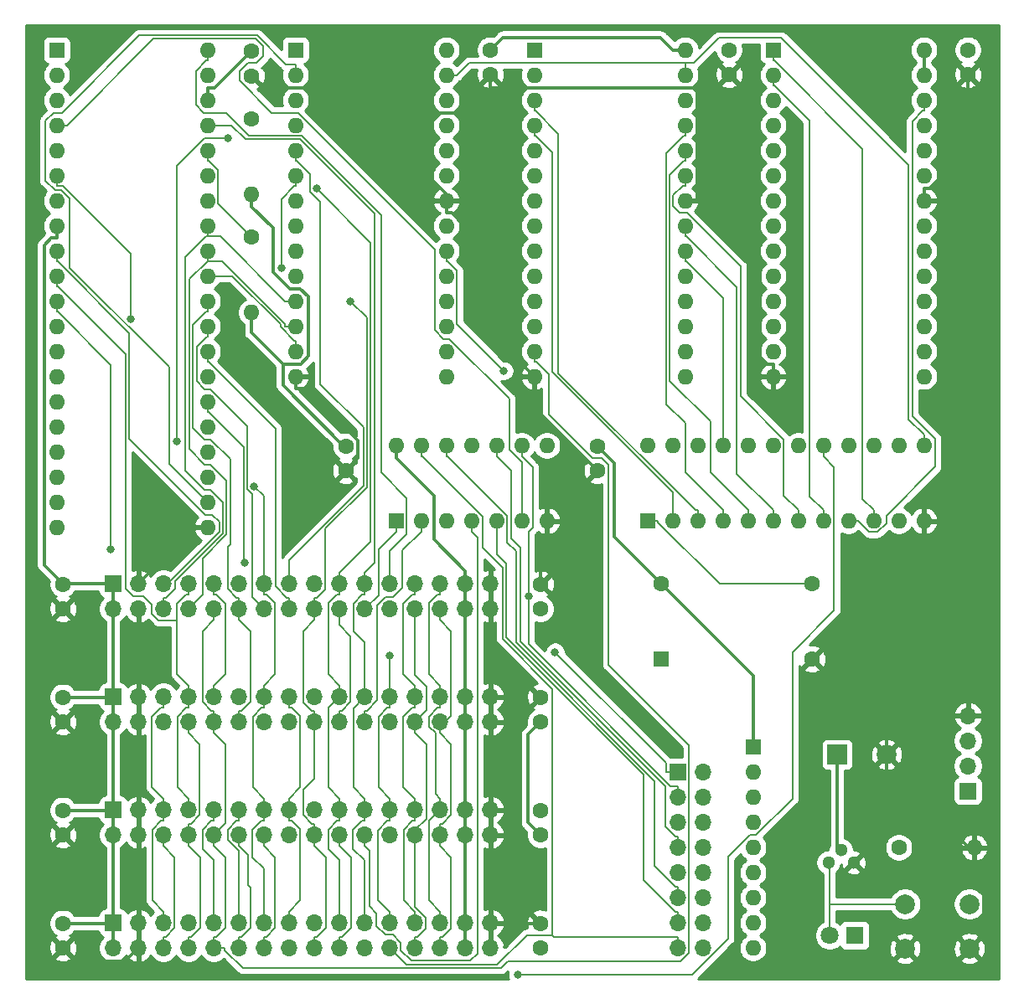
<source format=gbr>
%TF.GenerationSoftware,KiCad,Pcbnew,(5.1.9-0-10_14)*%
%TF.CreationDate,2021-03-08T16:43:49+01:00*%
%TF.ProjectId,n8 bit special,6e382062-6974-4207-9370-656369616c2e,rev?*%
%TF.SameCoordinates,Original*%
%TF.FileFunction,Copper,L2,Bot*%
%TF.FilePolarity,Positive*%
%FSLAX46Y46*%
G04 Gerber Fmt 4.6, Leading zero omitted, Abs format (unit mm)*
G04 Created by KiCad (PCBNEW (5.1.9-0-10_14)) date 2021-03-08 16:43:49*
%MOMM*%
%LPD*%
G01*
G04 APERTURE LIST*
%TA.AperFunction,ComponentPad*%
%ADD10C,1.600000*%
%TD*%
%TA.AperFunction,ComponentPad*%
%ADD11R,2.000000X2.000000*%
%TD*%
%TA.AperFunction,ComponentPad*%
%ADD12C,2.000000*%
%TD*%
%TA.AperFunction,ComponentPad*%
%ADD13R,1.800000X1.800000*%
%TD*%
%TA.AperFunction,ComponentPad*%
%ADD14C,1.800000*%
%TD*%
%TA.AperFunction,ComponentPad*%
%ADD15R,1.700000X1.700000*%
%TD*%
%TA.AperFunction,ComponentPad*%
%ADD16O,1.700000X1.700000*%
%TD*%
%TA.AperFunction,ComponentPad*%
%ADD17O,1.600000X1.600000*%
%TD*%
%TA.AperFunction,ComponentPad*%
%ADD18R,1.600000X1.600000*%
%TD*%
%TA.AperFunction,ComponentPad*%
%ADD19C,1.300000*%
%TD*%
%TA.AperFunction,ViaPad*%
%ADD20C,0.800000*%
%TD*%
%TA.AperFunction,Conductor*%
%ADD21C,0.300000*%
%TD*%
%TA.AperFunction,Conductor*%
%ADD22C,0.154000*%
%TD*%
%TA.AperFunction,Conductor*%
%ADD23C,0.254000*%
%TD*%
%TA.AperFunction,Conductor*%
%ADD24C,0.100000*%
%TD*%
G04 APERTURE END LIST*
D10*
%TO.P,C1,1*%
%TO.N,GND*%
X120015000Y-87630000D03*
%TO.P,C1,2*%
%TO.N,+5V*%
X120015000Y-85130000D03*
%TD*%
D11*
%TO.P,C2,1*%
%TO.N,+5V*%
X169672000Y-116332000D03*
D12*
%TO.P,C2,2*%
%TO.N,GND*%
X174672000Y-116332000D03*
%TD*%
D10*
%TO.P,C3,2*%
%TO.N,+5V*%
X91440000Y-99100000D03*
%TO.P,C3,1*%
%TO.N,GND*%
X91440000Y-101600000D03*
%TD*%
%TO.P,C4,2*%
%TO.N,GND*%
X139700000Y-99100000D03*
%TO.P,C4,1*%
%TO.N,+5V*%
X139700000Y-101600000D03*
%TD*%
%TO.P,C5,2*%
%TO.N,+5V*%
X91440000Y-133390000D03*
%TO.P,C5,1*%
%TO.N,GND*%
X91440000Y-135890000D03*
%TD*%
%TO.P,C6,1*%
%TO.N,+5V*%
X139700000Y-135890000D03*
%TO.P,C6,2*%
%TO.N,GND*%
X139700000Y-133390000D03*
%TD*%
%TO.P,C7,2*%
%TO.N,+5V*%
X91440000Y-110530000D03*
%TO.P,C7,1*%
%TO.N,GND*%
X91440000Y-113030000D03*
%TD*%
%TO.P,C8,1*%
%TO.N,+5V*%
X139700000Y-113030000D03*
%TO.P,C8,2*%
%TO.N,GND*%
X139700000Y-110530000D03*
%TD*%
%TO.P,C9,2*%
%TO.N,+5V*%
X91440000Y-121960000D03*
%TO.P,C9,1*%
%TO.N,GND*%
X91440000Y-124460000D03*
%TD*%
%TO.P,C10,1*%
%TO.N,+5V*%
X139700000Y-124460000D03*
%TO.P,C10,2*%
%TO.N,GND*%
X139700000Y-121960000D03*
%TD*%
%TO.P,C11,2*%
%TO.N,GND*%
X110490000Y-47712000D03*
%TO.P,C11,1*%
%TO.N,+5V*%
X110490000Y-45212000D03*
%TD*%
%TO.P,C12,1*%
%TO.N,+5V*%
X158750000Y-45085000D03*
%TO.P,C12,2*%
%TO.N,GND*%
X158750000Y-47585000D03*
%TD*%
%TO.P,C13,1*%
%TO.N,+5V*%
X134620000Y-45085000D03*
%TO.P,C13,2*%
%TO.N,GND*%
X134620000Y-47585000D03*
%TD*%
%TO.P,C14,1*%
%TO.N,+5V*%
X182880000Y-45085000D03*
%TO.P,C14,2*%
%TO.N,GND*%
X182880000Y-47585000D03*
%TD*%
D13*
%TO.P,D1,1*%
%TO.N,Net-(D1-Pad1)*%
X171450000Y-134620000D03*
D14*
%TO.P,D1,2*%
%TO.N,~RES*%
X168910000Y-134620000D03*
%TD*%
D15*
%TO.P,J1,1*%
%TO.N,+5V*%
X182880000Y-120015000D03*
D16*
%TO.P,J1,2*%
%TO.N,USB_D+*%
X182880000Y-117475000D03*
%TO.P,J1,3*%
%TO.N,USB_D-*%
X182880000Y-114935000D03*
%TO.P,J1,4*%
%TO.N,GND*%
X182880000Y-112395000D03*
%TD*%
D15*
%TO.P,J2,1*%
%TO.N,+5V*%
X96520000Y-99060000D03*
D16*
%TO.P,J2,2*%
X96520000Y-101600000D03*
%TO.P,J2,3*%
%TO.N,GND*%
X99060000Y-99060000D03*
%TO.P,J2,4*%
X99060000Y-101600000D03*
%TO.P,J2,5*%
%TO.N,/A0*%
X101600000Y-99060000D03*
%TO.P,J2,6*%
%TO.N,/D0*%
X101600000Y-101600000D03*
%TO.P,J2,7*%
%TO.N,/A1*%
X104140000Y-99060000D03*
%TO.P,J2,8*%
%TO.N,/D1*%
X104140000Y-101600000D03*
%TO.P,J2,9*%
%TO.N,/A2*%
X106680000Y-99060000D03*
%TO.P,J2,10*%
%TO.N,/D2*%
X106680000Y-101600000D03*
%TO.P,J2,11*%
%TO.N,/A3*%
X109220000Y-99060000D03*
%TO.P,J2,12*%
%TO.N,/D3*%
X109220000Y-101600000D03*
%TO.P,J2,13*%
%TO.N,/A4*%
X111760000Y-99060000D03*
%TO.P,J2,14*%
%TO.N,/D4*%
X111760000Y-101600000D03*
%TO.P,J2,15*%
%TO.N,/A5*%
X114300000Y-99060000D03*
%TO.P,J2,16*%
%TO.N,/D5*%
X114300000Y-101600000D03*
%TO.P,J2,17*%
%TO.N,~PORT0_CS*%
X116840000Y-99060000D03*
%TO.P,J2,18*%
%TO.N,/D6*%
X116840000Y-101600000D03*
%TO.P,J2,19*%
%TO.N,R~W*%
X119380000Y-99060000D03*
%TO.P,J2,20*%
%TO.N,/D7*%
X119380000Y-101600000D03*
%TO.P,J2,21*%
%TO.N,CLK*%
X121920000Y-99060000D03*
%TO.P,J2,22*%
%TO.N,PORT0_IRQ_PULLUP*%
X121920000Y-101600000D03*
%TO.P,J2,23*%
%TO.N,~RES*%
X124460000Y-99060000D03*
%TO.P,J2,24*%
%TO.N,PORT0_NMI_PULLUP*%
X124460000Y-101600000D03*
%TO.P,J2,25*%
%TO.N,FUTURE0*%
X127000000Y-99060000D03*
%TO.P,J2,26*%
%TO.N,USB_D+*%
X127000000Y-101600000D03*
%TO.P,J2,27*%
%TO.N,FUTURE1*%
X129540000Y-99060000D03*
%TO.P,J2,28*%
%TO.N,USB_D-*%
X129540000Y-101600000D03*
%TO.P,J2,29*%
%TO.N,+5V*%
X132080000Y-99060000D03*
%TO.P,J2,30*%
X132080000Y-101600000D03*
%TO.P,J2,31*%
%TO.N,GND*%
X134620000Y-99060000D03*
%TO.P,J2,32*%
X134620000Y-101600000D03*
%TD*%
D15*
%TO.P,J3,1*%
%TO.N,+5V*%
X96520000Y-121920000D03*
D16*
%TO.P,J3,2*%
X96520000Y-124460000D03*
%TO.P,J3,3*%
%TO.N,GND*%
X99060000Y-121920000D03*
%TO.P,J3,4*%
X99060000Y-124460000D03*
%TO.P,J3,5*%
%TO.N,/A0*%
X101600000Y-121920000D03*
%TO.P,J3,6*%
%TO.N,/D0*%
X101600000Y-124460000D03*
%TO.P,J3,7*%
%TO.N,/A1*%
X104140000Y-121920000D03*
%TO.P,J3,8*%
%TO.N,/D1*%
X104140000Y-124460000D03*
%TO.P,J3,9*%
%TO.N,/A2*%
X106680000Y-121920000D03*
%TO.P,J3,10*%
%TO.N,/D2*%
X106680000Y-124460000D03*
%TO.P,J3,11*%
%TO.N,/A3*%
X109220000Y-121920000D03*
%TO.P,J3,12*%
%TO.N,/D3*%
X109220000Y-124460000D03*
%TO.P,J3,13*%
%TO.N,/A4*%
X111760000Y-121920000D03*
%TO.P,J3,14*%
%TO.N,/D4*%
X111760000Y-124460000D03*
%TO.P,J3,15*%
%TO.N,/A5*%
X114300000Y-121920000D03*
%TO.P,J3,16*%
%TO.N,/D5*%
X114300000Y-124460000D03*
%TO.P,J3,17*%
%TO.N,~PORT2_CS*%
X116840000Y-121920000D03*
%TO.P,J3,18*%
%TO.N,/D6*%
X116840000Y-124460000D03*
%TO.P,J3,19*%
%TO.N,R~W*%
X119380000Y-121920000D03*
%TO.P,J3,20*%
%TO.N,/D7*%
X119380000Y-124460000D03*
%TO.P,J3,21*%
%TO.N,CLK*%
X121920000Y-121920000D03*
%TO.P,J3,22*%
%TO.N,PORT2_IRQ_PULLUP*%
X121920000Y-124460000D03*
%TO.P,J3,23*%
%TO.N,~RES*%
X124460000Y-121920000D03*
%TO.P,J3,24*%
%TO.N,PORT2_NMI_PULLUP*%
X124460000Y-124460000D03*
%TO.P,J3,25*%
%TO.N,FUTURE0*%
X127000000Y-121920000D03*
%TO.P,J3,26*%
%TO.N,USB_D+*%
X127000000Y-124460000D03*
%TO.P,J3,27*%
%TO.N,FUTURE1*%
X129540000Y-121920000D03*
%TO.P,J3,28*%
%TO.N,USB_D-*%
X129540000Y-124460000D03*
%TO.P,J3,29*%
%TO.N,+5V*%
X132080000Y-121920000D03*
%TO.P,J3,30*%
X132080000Y-124460000D03*
%TO.P,J3,31*%
%TO.N,GND*%
X134620000Y-121920000D03*
%TO.P,J3,32*%
X134620000Y-124460000D03*
%TD*%
%TO.P,J4,32*%
%TO.N,GND*%
X134620000Y-113030000D03*
%TO.P,J4,31*%
X134620000Y-110490000D03*
%TO.P,J4,30*%
%TO.N,+5V*%
X132080000Y-113030000D03*
%TO.P,J4,29*%
X132080000Y-110490000D03*
%TO.P,J4,28*%
%TO.N,USB_D-*%
X129540000Y-113030000D03*
%TO.P,J4,27*%
%TO.N,FUTURE1*%
X129540000Y-110490000D03*
%TO.P,J4,26*%
%TO.N,USB_D+*%
X127000000Y-113030000D03*
%TO.P,J4,25*%
%TO.N,FUTURE0*%
X127000000Y-110490000D03*
%TO.P,J4,24*%
%TO.N,PORT1_NMI_PULLUP*%
X124460000Y-113030000D03*
%TO.P,J4,23*%
%TO.N,~RES*%
X124460000Y-110490000D03*
%TO.P,J4,22*%
%TO.N,PORT1_IRQ_PULLUP*%
X121920000Y-113030000D03*
%TO.P,J4,21*%
%TO.N,CLK*%
X121920000Y-110490000D03*
%TO.P,J4,20*%
%TO.N,/D7*%
X119380000Y-113030000D03*
%TO.P,J4,19*%
%TO.N,R~W*%
X119380000Y-110490000D03*
%TO.P,J4,18*%
%TO.N,/D6*%
X116840000Y-113030000D03*
%TO.P,J4,17*%
%TO.N,~PORT1_CS*%
X116840000Y-110490000D03*
%TO.P,J4,16*%
%TO.N,/D5*%
X114300000Y-113030000D03*
%TO.P,J4,15*%
%TO.N,/A5*%
X114300000Y-110490000D03*
%TO.P,J4,14*%
%TO.N,/D4*%
X111760000Y-113030000D03*
%TO.P,J4,13*%
%TO.N,/A4*%
X111760000Y-110490000D03*
%TO.P,J4,12*%
%TO.N,/D3*%
X109220000Y-113030000D03*
%TO.P,J4,11*%
%TO.N,/A3*%
X109220000Y-110490000D03*
%TO.P,J4,10*%
%TO.N,/D2*%
X106680000Y-113030000D03*
%TO.P,J4,9*%
%TO.N,/A2*%
X106680000Y-110490000D03*
%TO.P,J4,8*%
%TO.N,/D1*%
X104140000Y-113030000D03*
%TO.P,J4,7*%
%TO.N,/A1*%
X104140000Y-110490000D03*
%TO.P,J4,6*%
%TO.N,/D0*%
X101600000Y-113030000D03*
%TO.P,J4,5*%
%TO.N,/A0*%
X101600000Y-110490000D03*
%TO.P,J4,4*%
%TO.N,GND*%
X99060000Y-113030000D03*
%TO.P,J4,3*%
X99060000Y-110490000D03*
%TO.P,J4,2*%
%TO.N,+5V*%
X96520000Y-113030000D03*
D15*
%TO.P,J4,1*%
X96520000Y-110490000D03*
%TD*%
D16*
%TO.P,J5,32*%
%TO.N,GND*%
X134620000Y-135890000D03*
%TO.P,J5,31*%
X134620000Y-133350000D03*
%TO.P,J5,30*%
%TO.N,+5V*%
X132080000Y-135890000D03*
%TO.P,J5,29*%
X132080000Y-133350000D03*
%TO.P,J5,28*%
%TO.N,USB_D-*%
X129540000Y-135890000D03*
%TO.P,J5,27*%
%TO.N,FUTURE1*%
X129540000Y-133350000D03*
%TO.P,J5,26*%
%TO.N,USB_D+*%
X127000000Y-135890000D03*
%TO.P,J5,25*%
%TO.N,FUTURE0*%
X127000000Y-133350000D03*
%TO.P,J5,24*%
%TO.N,PORT3_NMI_PULLUP*%
X124460000Y-135890000D03*
%TO.P,J5,23*%
%TO.N,~RES*%
X124460000Y-133350000D03*
%TO.P,J5,22*%
%TO.N,PORT3_IRQ_PULLUP*%
X121920000Y-135890000D03*
%TO.P,J5,21*%
%TO.N,CLK*%
X121920000Y-133350000D03*
%TO.P,J5,20*%
%TO.N,/D7*%
X119380000Y-135890000D03*
%TO.P,J5,19*%
%TO.N,R~W*%
X119380000Y-133350000D03*
%TO.P,J5,18*%
%TO.N,/D6*%
X116840000Y-135890000D03*
%TO.P,J5,17*%
%TO.N,~PORT3_CS*%
X116840000Y-133350000D03*
%TO.P,J5,16*%
%TO.N,/D5*%
X114300000Y-135890000D03*
%TO.P,J5,15*%
%TO.N,/A5*%
X114300000Y-133350000D03*
%TO.P,J5,14*%
%TO.N,/D4*%
X111760000Y-135890000D03*
%TO.P,J5,13*%
%TO.N,/A4*%
X111760000Y-133350000D03*
%TO.P,J5,12*%
%TO.N,/D3*%
X109220000Y-135890000D03*
%TO.P,J5,11*%
%TO.N,/A3*%
X109220000Y-133350000D03*
%TO.P,J5,10*%
%TO.N,/D2*%
X106680000Y-135890000D03*
%TO.P,J5,9*%
%TO.N,/A2*%
X106680000Y-133350000D03*
%TO.P,J5,8*%
%TO.N,/D1*%
X104140000Y-135890000D03*
%TO.P,J5,7*%
%TO.N,/A1*%
X104140000Y-133350000D03*
%TO.P,J5,6*%
%TO.N,/D0*%
X101600000Y-135890000D03*
%TO.P,J5,5*%
%TO.N,/A0*%
X101600000Y-133350000D03*
%TO.P,J5,4*%
%TO.N,GND*%
X99060000Y-135890000D03*
%TO.P,J5,3*%
X99060000Y-133350000D03*
%TO.P,J5,2*%
%TO.N,+5V*%
X96520000Y-135890000D03*
D15*
%TO.P,J5,1*%
X96520000Y-133350000D03*
%TD*%
D10*
%TO.P,R1,1*%
%TO.N,Net-(D1-Pad1)*%
X175895000Y-125730000D03*
D17*
%TO.P,R1,2*%
%TO.N,GND*%
X183515000Y-125730000D03*
%TD*%
D10*
%TO.P,R2,1*%
%TO.N,Net-(R2-Pad1)*%
X110490000Y-52070000D03*
D17*
%TO.P,R2,2*%
%TO.N,+5V*%
X110490000Y-59690000D03*
%TD*%
%TO.P,R3,2*%
%TO.N,+5V*%
X110490000Y-71628000D03*
D10*
%TO.P,R3,1*%
%TO.N,Net-(R3-Pad1)*%
X110490000Y-64008000D03*
%TD*%
D18*
%TO.P,RN1,1*%
%TO.N,+5V*%
X161163000Y-115570000D03*
D17*
%TO.P,RN1,2*%
%TO.N,Net-(J6-Pad2)*%
X161163000Y-118110000D03*
%TO.P,RN1,3*%
%TO.N,Net-(J6-Pad4)*%
X161163000Y-120650000D03*
%TO.P,RN1,4*%
%TO.N,Net-(J6-Pad6)*%
X161163000Y-123190000D03*
%TO.P,RN1,5*%
%TO.N,Net-(J6-Pad8)*%
X161163000Y-125730000D03*
%TO.P,RN1,6*%
%TO.N,Net-(J6-Pad10)*%
X161163000Y-128270000D03*
%TO.P,RN1,7*%
%TO.N,Net-(J6-Pad12)*%
X161163000Y-130810000D03*
%TO.P,RN1,8*%
%TO.N,Net-(J6-Pad14)*%
X161163000Y-133350000D03*
%TO.P,RN1,9*%
%TO.N,Net-(J6-Pad16)*%
X161163000Y-135890000D03*
%TD*%
D19*
%TO.P,U7,2*%
%TO.N,+5V*%
X170053000Y-125984000D03*
%TO.P,U7,3*%
%TO.N,GND*%
X171323000Y-127254000D03*
%TO.P,U7,1*%
%TO.N,~RES*%
X168783000Y-127254000D03*
%TD*%
D18*
%TO.P,U6,1*%
%TO.N,CLK*%
X150495000Y-92710000D03*
D17*
%TO.P,U6,13*%
%TO.N,R~W*%
X178435000Y-85090000D03*
%TO.P,U6,2*%
%TO.N,/A6*%
X153035000Y-92710000D03*
%TO.P,U6,14*%
%TO.N,Net-(U6-Pad14)*%
X175895000Y-85090000D03*
%TO.P,U6,3*%
%TO.N,/A7*%
X155575000Y-92710000D03*
%TO.P,U6,15*%
%TO.N,FUTURE1*%
X173355000Y-85090000D03*
%TO.P,U6,4*%
%TO.N,/A8*%
X158115000Y-92710000D03*
%TO.P,U6,16*%
%TO.N,FUTURE0*%
X170815000Y-85090000D03*
%TO.P,U6,5*%
%TO.N,/A9*%
X160655000Y-92710000D03*
%TO.P,U6,17*%
%TO.N,~PORT3_CS*%
X168275000Y-85090000D03*
%TO.P,U6,6*%
%TO.N,/A10*%
X163195000Y-92710000D03*
%TO.P,U6,18*%
%TO.N,~PORT2_CS*%
X165735000Y-85090000D03*
%TO.P,U6,7*%
%TO.N,/A11*%
X165735000Y-92710000D03*
%TO.P,U6,19*%
%TO.N,~PORT1_CS*%
X163195000Y-85090000D03*
%TO.P,U6,8*%
%TO.N,/A12*%
X168275000Y-92710000D03*
%TO.P,U6,20*%
%TO.N,~PORT0_CS*%
X160655000Y-85090000D03*
%TO.P,U6,9*%
%TO.N,/A13*%
X170815000Y-92710000D03*
%TO.P,U6,21*%
%TO.N,~RAM2_CS*%
X158115000Y-85090000D03*
%TO.P,U6,10*%
%TO.N,/A14*%
X173355000Y-92710000D03*
%TO.P,U6,22*%
%TO.N,~RAM1_CS*%
X155575000Y-85090000D03*
%TO.P,U6,11*%
%TO.N,/A15*%
X175895000Y-92710000D03*
%TO.P,U6,23*%
%TO.N,~ROM_CS*%
X153035000Y-85090000D03*
%TO.P,U6,12*%
%TO.N,GND*%
X178435000Y-92710000D03*
%TO.P,U6,24*%
%TO.N,+5V*%
X150495000Y-85090000D03*
%TD*%
D18*
%TO.P,X1,1*%
%TO.N,Net-(X1-Pad1)*%
X151892000Y-106680000D03*
D10*
%TO.P,X1,14*%
%TO.N,+5V*%
X151892000Y-99060000D03*
%TO.P,X1,8*%
%TO.N,CLK*%
X167132000Y-99060000D03*
%TO.P,X1,7*%
%TO.N,GND*%
X167132000Y-106680000D03*
%TD*%
%TO.P,C15,1*%
%TO.N,GND*%
X145415000Y-87630000D03*
%TO.P,C15,2*%
%TO.N,+5V*%
X145415000Y-85130000D03*
%TD*%
D15*
%TO.P,J6,1*%
%TO.N,PORT0_IRQ_PULLUP*%
X153543000Y-118110000D03*
D16*
%TO.P,J6,2*%
%TO.N,Net-(J6-Pad2)*%
X156083000Y-118110000D03*
%TO.P,J6,3*%
%TO.N,PORT0_NMI_PULLUP*%
X153543000Y-120650000D03*
%TO.P,J6,4*%
%TO.N,Net-(J6-Pad4)*%
X156083000Y-120650000D03*
%TO.P,J6,5*%
%TO.N,PORT1_IRQ_PULLUP*%
X153543000Y-123190000D03*
%TO.P,J6,6*%
%TO.N,Net-(J6-Pad6)*%
X156083000Y-123190000D03*
%TO.P,J6,7*%
%TO.N,PORT1_NMI_PULLUP*%
X153543000Y-125730000D03*
%TO.P,J6,8*%
%TO.N,Net-(J6-Pad8)*%
X156083000Y-125730000D03*
%TO.P,J6,9*%
%TO.N,PORT2_IRQ_PULLUP*%
X153543000Y-128270000D03*
%TO.P,J6,10*%
%TO.N,Net-(J6-Pad10)*%
X156083000Y-128270000D03*
%TO.P,J6,11*%
%TO.N,PORT2_NMI_PULLUP*%
X153543000Y-130810000D03*
%TO.P,J6,12*%
%TO.N,Net-(J6-Pad12)*%
X156083000Y-130810000D03*
%TO.P,J6,13*%
%TO.N,PORT3_IRQ_PULLUP*%
X153543000Y-133350000D03*
%TO.P,J6,14*%
%TO.N,Net-(J6-Pad14)*%
X156083000Y-133350000D03*
%TO.P,J6,15*%
%TO.N,PORT3_NMI_PULLUP*%
X153543000Y-135890000D03*
%TO.P,J6,16*%
%TO.N,Net-(J6-Pad16)*%
X156083000Y-135890000D03*
%TD*%
D12*
%TO.P,SW1,2*%
%TO.N,GND*%
X176530000Y-135945000D03*
%TO.P,SW1,1*%
%TO.N,~RES*%
X176530000Y-131445000D03*
%TO.P,SW1,2*%
%TO.N,GND*%
X183030000Y-135945000D03*
%TO.P,SW1,1*%
%TO.N,~RES*%
X183030000Y-131445000D03*
%TD*%
D18*
%TO.P,U1,1*%
%TO.N,Net-(U1-Pad1)*%
X90805000Y-45085000D03*
D17*
%TO.P,U1,21*%
%TO.N,GND*%
X106045000Y-93345000D03*
%TO.P,U1,2*%
%TO.N,Net-(R2-Pad1)*%
X90805000Y-47625000D03*
%TO.P,U1,22*%
%TO.N,/A12*%
X106045000Y-90805000D03*
%TO.P,U1,3*%
%TO.N,Net-(U1-Pad3)*%
X90805000Y-50165000D03*
%TO.P,U1,23*%
%TO.N,/A13*%
X106045000Y-88265000D03*
%TO.P,U1,4*%
%TO.N,~IRQ*%
X90805000Y-52705000D03*
%TO.P,U1,24*%
%TO.N,/A14*%
X106045000Y-85725000D03*
%TO.P,U1,5*%
%TO.N,Net-(U1-Pad5)*%
X90805000Y-55245000D03*
%TO.P,U1,25*%
%TO.N,/A15*%
X106045000Y-83185000D03*
%TO.P,U1,6*%
%TO.N,~NMI*%
X90805000Y-57785000D03*
%TO.P,U1,26*%
%TO.N,/D7*%
X106045000Y-80645000D03*
%TO.P,U1,7*%
%TO.N,Net-(U1-Pad7)*%
X90805000Y-60325000D03*
%TO.P,U1,27*%
%TO.N,/D6*%
X106045000Y-78105000D03*
%TO.P,U1,8*%
%TO.N,+5V*%
X90805000Y-62865000D03*
%TO.P,U1,28*%
%TO.N,/D5*%
X106045000Y-75565000D03*
%TO.P,U1,9*%
%TO.N,/A0*%
X90805000Y-65405000D03*
%TO.P,U1,29*%
%TO.N,/D4*%
X106045000Y-73025000D03*
%TO.P,U1,10*%
%TO.N,/A1*%
X90805000Y-67945000D03*
%TO.P,U1,30*%
%TO.N,/D3*%
X106045000Y-70485000D03*
%TO.P,U1,11*%
%TO.N,/A2*%
X90805000Y-70485000D03*
%TO.P,U1,31*%
%TO.N,/D2*%
X106045000Y-67945000D03*
%TO.P,U1,12*%
%TO.N,/A3*%
X90805000Y-73025000D03*
%TO.P,U1,32*%
%TO.N,/D1*%
X106045000Y-65405000D03*
%TO.P,U1,13*%
%TO.N,/A4*%
X90805000Y-75565000D03*
%TO.P,U1,33*%
%TO.N,/D0*%
X106045000Y-62865000D03*
%TO.P,U1,14*%
%TO.N,/A5*%
X90805000Y-78105000D03*
%TO.P,U1,34*%
%TO.N,R~W*%
X106045000Y-60325000D03*
%TO.P,U1,15*%
%TO.N,/A6*%
X90805000Y-80645000D03*
%TO.P,U1,35*%
%TO.N,Net-(U1-Pad35)*%
X106045000Y-57785000D03*
%TO.P,U1,16*%
%TO.N,/A7*%
X90805000Y-83185000D03*
%TO.P,U1,36*%
%TO.N,Net-(R3-Pad1)*%
X106045000Y-55245000D03*
%TO.P,U1,17*%
%TO.N,/A8*%
X90805000Y-85725000D03*
%TO.P,U1,37*%
%TO.N,CLK*%
X106045000Y-52705000D03*
%TO.P,U1,18*%
%TO.N,/A9*%
X90805000Y-88265000D03*
%TO.P,U1,38*%
%TO.N,+5V*%
X106045000Y-50165000D03*
%TO.P,U1,19*%
%TO.N,/A10*%
X90805000Y-90805000D03*
%TO.P,U1,39*%
%TO.N,Net-(U1-Pad39)*%
X106045000Y-47625000D03*
%TO.P,U1,20*%
%TO.N,/A11*%
X90805000Y-93345000D03*
%TO.P,U1,40*%
%TO.N,~RES*%
X106045000Y-45085000D03*
%TD*%
D18*
%TO.P,U2,1*%
%TO.N,/A14*%
X114935000Y-45085000D03*
D17*
%TO.P,U2,15*%
%TO.N,/D3*%
X130175000Y-78105000D03*
%TO.P,U2,2*%
%TO.N,/A12*%
X114935000Y-47625000D03*
%TO.P,U2,16*%
%TO.N,/D4*%
X130175000Y-75565000D03*
%TO.P,U2,3*%
%TO.N,/A7*%
X114935000Y-50165000D03*
%TO.P,U2,17*%
%TO.N,/D5*%
X130175000Y-73025000D03*
%TO.P,U2,4*%
%TO.N,/A6*%
X114935000Y-52705000D03*
%TO.P,U2,18*%
%TO.N,/D6*%
X130175000Y-70485000D03*
%TO.P,U2,5*%
%TO.N,/A5*%
X114935000Y-55245000D03*
%TO.P,U2,19*%
%TO.N,/D7*%
X130175000Y-67945000D03*
%TO.P,U2,6*%
%TO.N,/A4*%
X114935000Y-57785000D03*
%TO.P,U2,20*%
%TO.N,~RAM1_CS*%
X130175000Y-65405000D03*
%TO.P,U2,7*%
%TO.N,/A3*%
X114935000Y-60325000D03*
%TO.P,U2,21*%
%TO.N,/A10*%
X130175000Y-62865000D03*
%TO.P,U2,8*%
%TO.N,/A2*%
X114935000Y-62865000D03*
%TO.P,U2,22*%
%TO.N,GND*%
X130175000Y-60325000D03*
%TO.P,U2,9*%
%TO.N,/A1*%
X114935000Y-65405000D03*
%TO.P,U2,23*%
%TO.N,/A11*%
X130175000Y-57785000D03*
%TO.P,U2,10*%
%TO.N,/A0*%
X114935000Y-67945000D03*
%TO.P,U2,24*%
%TO.N,/A9*%
X130175000Y-55245000D03*
%TO.P,U2,11*%
%TO.N,/D0*%
X114935000Y-70485000D03*
%TO.P,U2,25*%
%TO.N,/A8*%
X130175000Y-52705000D03*
%TO.P,U2,12*%
%TO.N,/D1*%
X114935000Y-73025000D03*
%TO.P,U2,26*%
%TO.N,/A13*%
X130175000Y-50165000D03*
%TO.P,U2,13*%
%TO.N,/D2*%
X114935000Y-75565000D03*
%TO.P,U2,27*%
%TO.N,R~W*%
X130175000Y-47625000D03*
%TO.P,U2,14*%
%TO.N,GND*%
X114935000Y-78105000D03*
%TO.P,U2,28*%
%TO.N,+5V*%
X130175000Y-45085000D03*
%TD*%
D18*
%TO.P,U3,1*%
%TO.N,/A14*%
X139065000Y-45085000D03*
D17*
%TO.P,U3,15*%
%TO.N,/D3*%
X154305000Y-78105000D03*
%TO.P,U3,2*%
%TO.N,/A12*%
X139065000Y-47625000D03*
%TO.P,U3,16*%
%TO.N,/D4*%
X154305000Y-75565000D03*
%TO.P,U3,3*%
%TO.N,/A7*%
X139065000Y-50165000D03*
%TO.P,U3,17*%
%TO.N,/D5*%
X154305000Y-73025000D03*
%TO.P,U3,4*%
%TO.N,/A6*%
X139065000Y-52705000D03*
%TO.P,U3,18*%
%TO.N,/D6*%
X154305000Y-70485000D03*
%TO.P,U3,5*%
%TO.N,/A5*%
X139065000Y-55245000D03*
%TO.P,U3,19*%
%TO.N,/D7*%
X154305000Y-67945000D03*
%TO.P,U3,6*%
%TO.N,/A4*%
X139065000Y-57785000D03*
%TO.P,U3,20*%
%TO.N,~RAM2_CS*%
X154305000Y-65405000D03*
%TO.P,U3,7*%
%TO.N,/A3*%
X139065000Y-60325000D03*
%TO.P,U3,21*%
%TO.N,/A10*%
X154305000Y-62865000D03*
%TO.P,U3,8*%
%TO.N,/A2*%
X139065000Y-62865000D03*
%TO.P,U3,22*%
%TO.N,GND*%
X154305000Y-60325000D03*
%TO.P,U3,9*%
%TO.N,/A1*%
X139065000Y-65405000D03*
%TO.P,U3,23*%
%TO.N,/A11*%
X154305000Y-57785000D03*
%TO.P,U3,10*%
%TO.N,/A0*%
X139065000Y-67945000D03*
%TO.P,U3,24*%
%TO.N,/A9*%
X154305000Y-55245000D03*
%TO.P,U3,11*%
%TO.N,/D0*%
X139065000Y-70485000D03*
%TO.P,U3,25*%
%TO.N,/A8*%
X154305000Y-52705000D03*
%TO.P,U3,12*%
%TO.N,/D1*%
X139065000Y-73025000D03*
%TO.P,U3,26*%
%TO.N,/A13*%
X154305000Y-50165000D03*
%TO.P,U3,13*%
%TO.N,/D2*%
X139065000Y-75565000D03*
%TO.P,U3,27*%
%TO.N,R~W*%
X154305000Y-47625000D03*
%TO.P,U3,14*%
%TO.N,GND*%
X139065000Y-78105000D03*
%TO.P,U3,28*%
%TO.N,+5V*%
X154305000Y-45085000D03*
%TD*%
%TO.P,U4,28*%
%TO.N,+5V*%
X178435000Y-45085000D03*
%TO.P,U4,14*%
%TO.N,GND*%
X163195000Y-78105000D03*
%TO.P,U4,27*%
%TO.N,+5V*%
X178435000Y-47625000D03*
%TO.P,U4,13*%
%TO.N,/D2*%
X163195000Y-75565000D03*
%TO.P,U4,26*%
%TO.N,/A13*%
X178435000Y-50165000D03*
%TO.P,U4,12*%
%TO.N,/D1*%
X163195000Y-73025000D03*
%TO.P,U4,25*%
%TO.N,/A8*%
X178435000Y-52705000D03*
%TO.P,U4,11*%
%TO.N,/D0*%
X163195000Y-70485000D03*
%TO.P,U4,24*%
%TO.N,/A9*%
X178435000Y-55245000D03*
%TO.P,U4,10*%
%TO.N,/A0*%
X163195000Y-67945000D03*
%TO.P,U4,23*%
%TO.N,/A11*%
X178435000Y-57785000D03*
%TO.P,U4,9*%
%TO.N,/A1*%
X163195000Y-65405000D03*
%TO.P,U4,22*%
%TO.N,GND*%
X178435000Y-60325000D03*
%TO.P,U4,8*%
%TO.N,/A2*%
X163195000Y-62865000D03*
%TO.P,U4,21*%
%TO.N,/A10*%
X178435000Y-62865000D03*
%TO.P,U4,7*%
%TO.N,/A3*%
X163195000Y-60325000D03*
%TO.P,U4,20*%
%TO.N,~ROM_CS*%
X178435000Y-65405000D03*
%TO.P,U4,6*%
%TO.N,/A4*%
X163195000Y-57785000D03*
%TO.P,U4,19*%
%TO.N,/D7*%
X178435000Y-67945000D03*
%TO.P,U4,5*%
%TO.N,/A5*%
X163195000Y-55245000D03*
%TO.P,U4,18*%
%TO.N,/D6*%
X178435000Y-70485000D03*
%TO.P,U4,4*%
%TO.N,/A6*%
X163195000Y-52705000D03*
%TO.P,U4,17*%
%TO.N,/D5*%
X178435000Y-73025000D03*
%TO.P,U4,3*%
%TO.N,/A7*%
X163195000Y-50165000D03*
%TO.P,U4,16*%
%TO.N,/D4*%
X178435000Y-75565000D03*
%TO.P,U4,2*%
%TO.N,/A12*%
X163195000Y-47625000D03*
%TO.P,U4,15*%
%TO.N,/D3*%
X178435000Y-78105000D03*
D18*
%TO.P,U4,1*%
%TO.N,/A14*%
X163195000Y-45085000D03*
%TD*%
%TO.P,U5,1*%
%TO.N,PORT0_IRQ_PULLUP*%
X125095000Y-92710000D03*
D17*
%TO.P,U5,8*%
%TO.N,~NMI*%
X140335000Y-85090000D03*
%TO.P,U5,2*%
%TO.N,PORT1_IRQ_PULLUP*%
X127635000Y-92710000D03*
%TO.P,U5,9*%
%TO.N,PORT0_NMI_PULLUP*%
X137795000Y-85090000D03*
%TO.P,U5,3*%
%TO.N,N/C*%
X130175000Y-92710000D03*
%TO.P,U5,10*%
%TO.N,PORT1_NMI_PULLUP*%
X135255000Y-85090000D03*
%TO.P,U5,4*%
%TO.N,PORT2_IRQ_PULLUP*%
X132715000Y-92710000D03*
%TO.P,U5,11*%
%TO.N,N/C*%
X132715000Y-85090000D03*
%TO.P,U5,5*%
%TO.N,PORT3_IRQ_PULLUP*%
X135255000Y-92710000D03*
%TO.P,U5,12*%
%TO.N,PORT2_NMI_PULLUP*%
X130175000Y-85090000D03*
%TO.P,U5,6*%
%TO.N,~IRQ*%
X137795000Y-92710000D03*
%TO.P,U5,13*%
%TO.N,PORT3_NMI_PULLUP*%
X127635000Y-85090000D03*
%TO.P,U5,7*%
%TO.N,GND*%
X140335000Y-92710000D03*
%TO.P,U5,14*%
%TO.N,+5V*%
X125095000Y-85090000D03*
%TD*%
D20*
%TO.N,~RES*%
X124460000Y-106299100D03*
%TO.N,/A2*%
X96299800Y-95580400D03*
%TO.N,/A4*%
X113509900Y-67168900D03*
X110769600Y-89201800D03*
%TO.N,/D6*%
X120516300Y-70485000D03*
%TO.N,R~W*%
X117084600Y-59130300D03*
%TO.N,/D7*%
X109806600Y-96898600D03*
%TO.N,PORT0_IRQ_PULLUP*%
X141162900Y-105958100D03*
%TO.N,PORT0_NMI_PULLUP*%
X138484000Y-100330000D03*
%TO.N,~PORT3_CS*%
X137403600Y-138592100D03*
%TO.N,/A14*%
X108130600Y-53991200D03*
X102961100Y-84647700D03*
%TO.N,~NMI*%
X98279100Y-72287100D03*
%TO.N,~RAM1_CS*%
X136004700Y-77529700D03*
%TD*%
D21*
%TO.N,GND*%
X134620000Y-133390000D02*
X134620000Y-135890000D01*
X134620000Y-133350000D02*
X134620000Y-133390000D01*
X134620000Y-133390000D02*
X139700000Y-133390000D01*
X167132000Y-106680000D02*
X178435000Y-95377000D01*
X178435000Y-95377000D02*
X178435000Y-92710000D01*
X174964000Y-114511900D02*
X167132000Y-106680000D01*
X134620000Y-110490000D02*
X134620000Y-113030000D01*
X134620000Y-101600000D02*
X134620000Y-110490000D01*
X99060000Y-135890000D02*
X97726400Y-137223600D01*
X97726400Y-137223600D02*
X92773600Y-137223600D01*
X92773600Y-137223600D02*
X91440000Y-135890000D01*
X178435000Y-60325000D02*
X178435000Y-59074700D01*
X178435000Y-59074700D02*
X178982000Y-59074700D01*
X178982000Y-59074700D02*
X182880000Y-55176700D01*
X182880000Y-55176700D02*
X182880000Y-47585000D01*
X155555300Y-48895000D02*
X157440000Y-48895000D01*
X157440000Y-48895000D02*
X158750000Y-47585000D01*
X134620000Y-48895000D02*
X155555300Y-48895000D01*
X155555300Y-48895000D02*
X155555300Y-60325000D01*
X155555300Y-60325000D02*
X161905400Y-66675100D01*
X161905400Y-66675100D02*
X161905400Y-76083200D01*
X161905400Y-76083200D02*
X162676900Y-76854700D01*
X162676900Y-76854700D02*
X163195000Y-76854700D01*
X125749900Y-55301700D02*
X129616600Y-51435000D01*
X129616600Y-51435000D02*
X132080000Y-51435000D01*
X132080000Y-51435000D02*
X134620000Y-48895000D01*
X134620000Y-47585000D02*
X134620000Y-48895000D01*
X125749900Y-55301700D02*
X119343200Y-48895000D01*
X119343200Y-48895000D02*
X111673000Y-48895000D01*
X111673000Y-48895000D02*
X110490000Y-47712000D01*
X130175000Y-59726800D02*
X125749900Y-55301700D01*
X154305000Y-60325000D02*
X155555300Y-60325000D01*
X130175000Y-60325000D02*
X130175000Y-59726800D01*
X182880000Y-112395000D02*
X181579700Y-112395000D01*
X174964000Y-114511900D02*
X175841300Y-113634600D01*
X175841300Y-113634600D02*
X180340100Y-113634600D01*
X180340100Y-113634600D02*
X181579700Y-112395000D01*
X174672000Y-116332000D02*
X174672000Y-114803900D01*
X174672000Y-114803900D02*
X174964000Y-114511900D01*
X139065000Y-78105000D02*
X134620000Y-73660000D01*
X134620000Y-73660000D02*
X134620000Y-65502200D01*
X134620000Y-65502200D02*
X130693100Y-61575300D01*
X130693100Y-61575300D02*
X130175000Y-61575300D01*
X139065000Y-78105000D02*
X139065000Y-81280000D01*
X139065000Y-81280000D02*
X145415000Y-87630000D01*
X130175000Y-60325000D02*
X130175000Y-61575300D01*
X99060000Y-99060000D02*
X99079700Y-99060000D01*
X99079700Y-99060000D02*
X104794700Y-93345000D01*
X174672000Y-123905000D02*
X174672000Y-116332000D01*
X171323000Y-127254000D02*
X174672000Y-123905000D01*
X183515000Y-126355100D02*
X181064900Y-123905000D01*
X181064900Y-123905000D02*
X174672000Y-123905000D01*
X183515000Y-126355100D02*
X183515000Y-126980300D01*
X183515000Y-125730000D02*
X183515000Y-126355100D01*
X163195000Y-78105000D02*
X163195000Y-76854700D01*
X106045000Y-93345000D02*
X104794700Y-93345000D01*
X134620000Y-124460000D02*
X134620000Y-133350000D01*
X134620000Y-121920000D02*
X134620000Y-124460000D01*
X134620000Y-121920000D02*
X134620000Y-113030000D01*
X134620000Y-99060000D02*
X134620000Y-101600000D01*
X99060000Y-113030000D02*
X99060000Y-110490000D01*
X99060000Y-124460000D02*
X99060000Y-121920000D01*
X183030000Y-135945000D02*
X184483700Y-134491300D01*
X184483700Y-134491300D02*
X184483700Y-127949000D01*
X184483700Y-127949000D02*
X183515000Y-126980300D01*
X114935000Y-78105000D02*
X114935000Y-79355300D01*
X114935000Y-79355300D02*
X116029000Y-79355300D01*
X116029000Y-79355300D02*
X121265700Y-84592000D01*
X121265700Y-84592000D02*
X121265700Y-86379300D01*
X121265700Y-86379300D02*
X120015000Y-87630000D01*
X140335000Y-92710000D02*
X140335000Y-93960300D01*
X140335000Y-93960300D02*
X139700000Y-94595300D01*
X139700000Y-94595300D02*
X139700000Y-99100000D01*
%TO.N,+5V*%
X110490000Y-60940300D02*
X112659600Y-63109900D01*
X112659600Y-63109900D02*
X112659600Y-67521000D01*
X112659600Y-67521000D02*
X114353600Y-69215000D01*
X114353600Y-69215000D02*
X115440500Y-69215000D01*
X115440500Y-69215000D02*
X116229400Y-70003900D01*
X116229400Y-70003900D02*
X116229400Y-76052700D01*
X116229400Y-76052700D02*
X115447100Y-76835000D01*
X115447100Y-76835000D02*
X113666900Y-76835000D01*
X145415000Y-85130000D02*
X147119700Y-86834700D01*
X147119700Y-86834700D02*
X147119700Y-94287700D01*
X147119700Y-94287700D02*
X151892000Y-99060000D01*
X161163000Y-115570000D02*
X161163000Y-108331000D01*
X161163000Y-108331000D02*
X151892000Y-99060000D01*
X132080000Y-99060000D02*
X132080000Y-97759700D01*
X125095000Y-85090000D02*
X125095000Y-86340300D01*
X125095000Y-86340300D02*
X128905000Y-90150300D01*
X128905000Y-90150300D02*
X128905000Y-94584700D01*
X128905000Y-94584700D02*
X132080000Y-97759700D01*
X113666900Y-76835000D02*
X110490000Y-73658100D01*
X110490000Y-73658100D02*
X110490000Y-71628000D01*
X113666900Y-76835000D02*
X113666900Y-78973700D01*
X113666900Y-78973700D02*
X119823200Y-85130000D01*
X119823200Y-85130000D02*
X120015000Y-85130000D01*
X110490000Y-59690000D02*
X110490000Y-60940300D01*
X139700000Y-124460000D02*
X138420500Y-123180500D01*
X138420500Y-123180500D02*
X138420500Y-114309500D01*
X138420500Y-114309500D02*
X139700000Y-113030000D01*
X154305000Y-45085000D02*
X153054700Y-45085000D01*
X134620000Y-45085000D02*
X135870400Y-43834600D01*
X135870400Y-43834600D02*
X151804300Y-43834600D01*
X151804300Y-43834600D02*
X153054700Y-45085000D01*
X132080000Y-133350000D02*
X132080000Y-135890000D01*
X132080000Y-124460000D02*
X132080000Y-133350000D01*
X96520000Y-110530000D02*
X96520000Y-110490000D01*
X96520000Y-113030000D02*
X96520000Y-110530000D01*
X96520000Y-110530000D02*
X91440000Y-110530000D01*
X96520000Y-121960000D02*
X96520000Y-121920000D01*
X96520000Y-124460000D02*
X96520000Y-121960000D01*
X96520000Y-121960000D02*
X91440000Y-121960000D01*
X96520000Y-133390000D02*
X96520000Y-133350000D01*
X96520000Y-135890000D02*
X96520000Y-133390000D01*
X96520000Y-133390000D02*
X91440000Y-133390000D01*
X91440000Y-99060000D02*
X91440000Y-99100000D01*
X90805000Y-64115300D02*
X90258000Y-64115300D01*
X90258000Y-64115300D02*
X89541400Y-64831900D01*
X89541400Y-64831900D02*
X89541400Y-97161400D01*
X89541400Y-97161400D02*
X91440000Y-99060000D01*
X91440000Y-99060000D02*
X95219700Y-99060000D01*
X96520000Y-99060000D02*
X95219700Y-99060000D01*
X90805000Y-62865000D02*
X90805000Y-64115300D01*
X96520000Y-133350000D02*
X96520000Y-124460000D01*
X96520000Y-110490000D02*
X96520000Y-101600000D01*
X96520000Y-121920000D02*
X96520000Y-113030000D01*
X96520000Y-101600000D02*
X96520000Y-99060000D01*
X132080000Y-101600000D02*
X132080000Y-99060000D01*
X132080000Y-110490000D02*
X132080000Y-101600000D01*
X132080000Y-121920000D02*
X132080000Y-113030000D01*
X132080000Y-124460000D02*
X132080000Y-121920000D01*
X132080000Y-113030000D02*
X132080000Y-110490000D01*
X170053000Y-125984000D02*
X169672000Y-125603000D01*
X169672000Y-125603000D02*
X169672000Y-116332000D01*
X106045000Y-50165000D02*
X106045000Y-48914700D01*
X106045000Y-48914700D02*
X106787300Y-48914700D01*
X106787300Y-48914700D02*
X110490000Y-45212000D01*
X178435000Y-47625000D02*
X178435000Y-45085000D01*
D22*
%TO.N,~RES*%
X124460000Y-99060000D02*
X124460000Y-95774600D01*
X124460000Y-95774600D02*
X126184900Y-94049700D01*
X126184900Y-94049700D02*
X126184900Y-90405200D01*
X126184900Y-90405200D02*
X123588200Y-87808500D01*
X123588200Y-87808500D02*
X123588200Y-61837700D01*
X123588200Y-61837700D02*
X115532900Y-53782400D01*
X115532900Y-53782400D02*
X110213800Y-53782400D01*
X110213800Y-53782400D02*
X107929500Y-51498100D01*
X107929500Y-51498100D02*
X105694700Y-51498100D01*
X105694700Y-51498100D02*
X104864500Y-50667900D01*
X104864500Y-50667900D02*
X104864500Y-47208100D01*
X104864500Y-47208100D02*
X105910300Y-46162300D01*
X105910300Y-46162300D02*
X106045000Y-46162300D01*
X106045000Y-45085000D02*
X106045000Y-46162300D01*
X124460000Y-110490000D02*
X124460000Y-106299100D01*
X168910000Y-131445000D02*
X168910000Y-134620000D01*
X168783000Y-127254000D02*
X168910000Y-127381000D01*
X168910000Y-127381000D02*
X168910000Y-131445000D01*
X168910000Y-131445000D02*
X176530000Y-131445000D01*
X124460000Y-110490000D02*
X124460000Y-111617300D01*
X124460000Y-120792700D02*
X123329200Y-119661900D01*
X123329200Y-119661900D02*
X123329200Y-112514500D01*
X123329200Y-112514500D02*
X124226400Y-111617300D01*
X124226400Y-111617300D02*
X124460000Y-111617300D01*
X124460000Y-121920000D02*
X124460000Y-120792700D01*
X124460000Y-121920000D02*
X124460000Y-123047300D01*
X124460000Y-133350000D02*
X124460000Y-132222700D01*
X124460000Y-132222700D02*
X123278600Y-131041300D01*
X123278600Y-131041300D02*
X123278600Y-123995100D01*
X123278600Y-123995100D02*
X124226400Y-123047300D01*
X124226400Y-123047300D02*
X124460000Y-123047300D01*
%TO.N,USB_D+*%
X127000000Y-113030000D02*
X127000000Y-114157300D01*
X127000000Y-124460000D02*
X127000000Y-123958800D01*
X127000000Y-123958800D02*
X128142600Y-122816200D01*
X128142600Y-122816200D02*
X128142600Y-115299900D01*
X128142600Y-115299900D02*
X127000000Y-114157300D01*
X127000000Y-134762700D02*
X127281800Y-134762700D01*
X127281800Y-134762700D02*
X128133600Y-133910900D01*
X128133600Y-133910900D02*
X128133600Y-132855100D01*
X128133600Y-132855100D02*
X127000000Y-131721500D01*
X127000000Y-131721500D02*
X127000000Y-124460000D01*
X127000000Y-135890000D02*
X127000000Y-134762700D01*
X127000000Y-113030000D02*
X128162900Y-111867100D01*
X128162900Y-111867100D02*
X128162900Y-109469600D01*
X128162900Y-109469600D02*
X127000000Y-108306700D01*
X127000000Y-108306700D02*
X127000000Y-101600000D01*
%TO.N,USB_D-*%
X129540000Y-124460000D02*
X129540000Y-125587300D01*
X129540000Y-135890000D02*
X129540000Y-134762700D01*
X129540000Y-134762700D02*
X129821800Y-134762700D01*
X129821800Y-134762700D02*
X130667400Y-133917100D01*
X130667400Y-133917100D02*
X130667400Y-126714700D01*
X130667400Y-126714700D02*
X129540000Y-125587300D01*
X129540000Y-101600000D02*
X129540000Y-102727300D01*
X129540000Y-113593600D02*
X130678900Y-112454700D01*
X130678900Y-112454700D02*
X130678900Y-103866200D01*
X130678900Y-103866200D02*
X129540000Y-102727300D01*
X129540000Y-113593600D02*
X129540000Y-114157300D01*
X129540000Y-113030000D02*
X129540000Y-113593600D01*
X129540000Y-114157300D02*
X130678900Y-115296200D01*
X130678900Y-115296200D02*
X130678900Y-122427400D01*
X130678900Y-122427400D02*
X129773600Y-123332700D01*
X129773600Y-123332700D02*
X129540000Y-123332700D01*
X129540000Y-124460000D02*
X129540000Y-123332700D01*
%TO.N,/A0*%
X90805000Y-65405000D02*
X90805000Y-66482300D01*
X90805000Y-66482300D02*
X90902800Y-66482300D01*
X90902800Y-66482300D02*
X98144400Y-73723900D01*
X98144400Y-73723900D02*
X98144400Y-84430000D01*
X98144400Y-84430000D02*
X105855100Y-92140700D01*
X105855100Y-92140700D02*
X106542300Y-92140700D01*
X106542300Y-92140700D02*
X107231700Y-92830100D01*
X107231700Y-92830100D02*
X107231700Y-93823500D01*
X107231700Y-93823500D02*
X101995200Y-99060000D01*
X101995200Y-99060000D02*
X101600000Y-99060000D01*
X101600000Y-110490000D02*
X101600000Y-111617300D01*
X101600000Y-121920000D02*
X101600000Y-120792700D01*
X101600000Y-111617300D02*
X101318200Y-111617300D01*
X101318200Y-111617300D02*
X100451500Y-112484000D01*
X100451500Y-112484000D02*
X100451500Y-119644200D01*
X100451500Y-119644200D02*
X101600000Y-120792700D01*
X101600000Y-121920000D02*
X101600000Y-123047300D01*
X101600000Y-133350000D02*
X101600000Y-132222700D01*
X101600000Y-132222700D02*
X100461100Y-131083800D01*
X100461100Y-131083800D02*
X100461100Y-123952600D01*
X100461100Y-123952600D02*
X101366400Y-123047300D01*
X101366400Y-123047300D02*
X101600000Y-123047300D01*
%TO.N,/D0*%
X101600000Y-100472700D02*
X101833600Y-100472700D01*
X101833600Y-100472700D02*
X102749000Y-99557300D01*
X102749000Y-99557300D02*
X102749000Y-98810700D01*
X102749000Y-98810700D02*
X107586000Y-93973700D01*
X107586000Y-93973700D02*
X107586000Y-90815800D01*
X107586000Y-90815800D02*
X106305200Y-89535000D01*
X106305200Y-89535000D02*
X105780700Y-89535000D01*
X105780700Y-89535000D02*
X103838300Y-87592600D01*
X103838300Y-87592600D02*
X103838300Y-66060700D01*
X103838300Y-66060700D02*
X105956700Y-63942300D01*
X105956700Y-63942300D02*
X106045000Y-63942300D01*
X114935000Y-70485000D02*
X113857700Y-70485000D01*
X113857700Y-70485000D02*
X107315000Y-63942300D01*
X107315000Y-63942300D02*
X106045000Y-63942300D01*
X101600000Y-101600000D02*
X101600000Y-100472700D01*
X106045000Y-62865000D02*
X106045000Y-63942300D01*
X101600000Y-135890000D02*
X101600000Y-134762700D01*
X101600000Y-124460000D02*
X101600000Y-125587300D01*
X101600000Y-125587300D02*
X102730800Y-126718100D01*
X102730800Y-126718100D02*
X102730800Y-133865500D01*
X102730800Y-133865500D02*
X101833600Y-134762700D01*
X101833600Y-134762700D02*
X101600000Y-134762700D01*
%TO.N,/A1*%
X102992400Y-102759000D02*
X102992400Y-101104800D01*
X102992400Y-101104800D02*
X103909900Y-100187300D01*
X103909900Y-100187300D02*
X104140000Y-100187300D01*
X104140000Y-109362700D02*
X102992400Y-108215100D01*
X102992400Y-108215100D02*
X102992400Y-102759000D01*
X90805000Y-69022300D02*
X90939700Y-69022300D01*
X90939700Y-69022300D02*
X97790000Y-75872600D01*
X97790000Y-75872600D02*
X97790000Y-99535800D01*
X97790000Y-99535800D02*
X98584100Y-100329900D01*
X98584100Y-100329900D02*
X99556100Y-100329900D01*
X99556100Y-100329900D02*
X100400700Y-101174500D01*
X100400700Y-101174500D02*
X100400700Y-102069200D01*
X100400700Y-102069200D02*
X101090500Y-102759000D01*
X101090500Y-102759000D02*
X102992400Y-102759000D01*
X90805000Y-67945000D02*
X90805000Y-69022300D01*
X104140000Y-120792700D02*
X103012400Y-119665100D01*
X103012400Y-119665100D02*
X103012400Y-112511300D01*
X103012400Y-112511300D02*
X103906400Y-111617300D01*
X103906400Y-111617300D02*
X104140000Y-111617300D01*
X104140000Y-110490000D02*
X104140000Y-109362700D01*
X104140000Y-99060000D02*
X104140000Y-100187300D01*
X104140000Y-110490000D02*
X104140000Y-111617300D01*
X104140000Y-121920000D02*
X104140000Y-120792700D01*
%TO.N,/D1*%
X104140000Y-101600000D02*
X105552600Y-100187400D01*
X105552600Y-100187400D02*
X105552600Y-96511800D01*
X105552600Y-96511800D02*
X107977300Y-94087100D01*
X107977300Y-94087100D02*
X107977300Y-88601900D01*
X107977300Y-88601900D02*
X106370400Y-86995000D01*
X106370400Y-86995000D02*
X105785400Y-86995000D01*
X105785400Y-86995000D02*
X104231100Y-85440700D01*
X104231100Y-85440700D02*
X104231100Y-68235200D01*
X104231100Y-68235200D02*
X106045000Y-66421300D01*
X113857700Y-73025000D02*
X113857700Y-72774400D01*
X113857700Y-72774400D02*
X107504600Y-66421300D01*
X107504600Y-66421300D02*
X106045000Y-66421300D01*
X106045000Y-65405000D02*
X106045000Y-66421300D01*
X114935000Y-73025000D02*
X113857700Y-73025000D01*
X104140000Y-124460000D02*
X104140000Y-123332700D01*
X104140000Y-113030000D02*
X104140000Y-114157300D01*
X104140000Y-114157300D02*
X105279900Y-115297200D01*
X105279900Y-115297200D02*
X105279900Y-122426400D01*
X105279900Y-122426400D02*
X104373600Y-123332700D01*
X104373600Y-123332700D02*
X104140000Y-123332700D01*
X104140000Y-125023600D02*
X104140000Y-124460000D01*
X104140000Y-125023600D02*
X104140000Y-125587300D01*
X104140000Y-135890000D02*
X104140000Y-134762700D01*
X104140000Y-134762700D02*
X104421800Y-134762700D01*
X104421800Y-134762700D02*
X105287700Y-133896800D01*
X105287700Y-133896800D02*
X105287700Y-126735000D01*
X105287700Y-126735000D02*
X104140000Y-125587300D01*
%TO.N,/A2*%
X106680000Y-99060000D02*
X106680000Y-100187300D01*
X106680000Y-110490000D02*
X106680000Y-109362700D01*
X106680000Y-109362700D02*
X107841800Y-108200900D01*
X107841800Y-108200900D02*
X107841800Y-101115500D01*
X107841800Y-101115500D02*
X106913600Y-100187300D01*
X106913600Y-100187300D02*
X106680000Y-100187300D01*
X90805000Y-70485000D02*
X90805000Y-71562300D01*
X90805000Y-71562300D02*
X90939700Y-71562300D01*
X90939700Y-71562300D02*
X96299800Y-76922400D01*
X96299800Y-76922400D02*
X96299800Y-95580400D01*
X106680000Y-121920000D02*
X106680000Y-123047300D01*
X106680000Y-133350000D02*
X106680000Y-127017600D01*
X106680000Y-127017600D02*
X105549200Y-125886800D01*
X105549200Y-125886800D02*
X105549200Y-123944500D01*
X105549200Y-123944500D02*
X106446400Y-123047300D01*
X106446400Y-123047300D02*
X106680000Y-123047300D01*
%TO.N,/D2*%
X107807300Y-135890000D02*
X107807300Y-136123600D01*
X107807300Y-136123600D02*
X109602300Y-137918600D01*
X109602300Y-137918600D02*
X135737700Y-137918600D01*
X135737700Y-137918600D02*
X136411200Y-137245100D01*
X136411200Y-137245100D02*
X153847700Y-137245100D01*
X153847700Y-137245100D02*
X154688600Y-136404200D01*
X154688600Y-136404200D02*
X154688600Y-115373100D01*
X154688600Y-115373100D02*
X146592300Y-107276800D01*
X146592300Y-107276800D02*
X146592300Y-87053100D01*
X146592300Y-87053100D02*
X145919200Y-86380000D01*
X145919200Y-86380000D02*
X144944900Y-86380000D01*
X144944900Y-86380000D02*
X140524800Y-81959900D01*
X140524800Y-81959900D02*
X140524800Y-77878900D01*
X140524800Y-77878900D02*
X139288200Y-76642300D01*
X139288200Y-76642300D02*
X139065000Y-76642300D01*
X114935000Y-75565000D02*
X114935000Y-74487700D01*
X114935000Y-74487700D02*
X114800300Y-74487700D01*
X114800300Y-74487700D02*
X113417900Y-73105300D01*
X113417900Y-73105300D02*
X113417900Y-72835800D01*
X113417900Y-72835800D02*
X108527100Y-67945000D01*
X108527100Y-67945000D02*
X106045000Y-67945000D01*
X106680000Y-114157300D02*
X107827700Y-115305000D01*
X107827700Y-115305000D02*
X107827700Y-123312300D01*
X107827700Y-123312300D02*
X106680000Y-124460000D01*
X139065000Y-75565000D02*
X139065000Y-76642300D01*
X106680000Y-135890000D02*
X107807300Y-135890000D01*
X106680000Y-101600000D02*
X106680000Y-102727300D01*
X106680000Y-102727300D02*
X105541200Y-103866100D01*
X105541200Y-103866100D02*
X105541200Y-110997500D01*
X105541200Y-110997500D02*
X106446400Y-111902700D01*
X106446400Y-111902700D02*
X106680000Y-111902700D01*
X106680000Y-113030000D02*
X106680000Y-111902700D01*
X106680000Y-113030000D02*
X106680000Y-114157300D01*
X106680000Y-125023600D02*
X106680000Y-124460000D01*
X106680000Y-125023600D02*
X106680000Y-125587300D01*
X106680000Y-135890000D02*
X106680000Y-134762700D01*
X106680000Y-134762700D02*
X106961800Y-134762700D01*
X106961800Y-134762700D02*
X107827700Y-133896800D01*
X107827700Y-133896800D02*
X107827700Y-126735000D01*
X107827700Y-126735000D02*
X106680000Y-125587300D01*
%TO.N,/A3*%
X109220000Y-121920000D02*
X109220000Y-123047300D01*
X109220000Y-123047300D02*
X108985200Y-123047300D01*
X108985200Y-123047300D02*
X108092700Y-123939800D01*
X108092700Y-123939800D02*
X108092700Y-124961200D01*
X108092700Y-124961200D02*
X109220000Y-126088500D01*
X109220000Y-126088500D02*
X109220000Y-133350000D01*
%TO.N,/D3*%
X109220000Y-135890000D02*
X109220000Y-134762700D01*
X109220000Y-124460000D02*
X109220000Y-125587300D01*
X109220000Y-125587300D02*
X110125200Y-126492500D01*
X110125200Y-126492500D02*
X110125200Y-129524700D01*
X110125200Y-129524700D02*
X110363000Y-129762500D01*
X110363000Y-129762500D02*
X110363000Y-133853300D01*
X110363000Y-133853300D02*
X109453600Y-134762700D01*
X109453600Y-134762700D02*
X109220000Y-134762700D01*
X109220000Y-100472700D02*
X108986400Y-100472700D01*
X108986400Y-100472700D02*
X108082400Y-99568700D01*
X108082400Y-99568700D02*
X108082400Y-95337000D01*
X108082400Y-95337000D02*
X108331600Y-95087800D01*
X108331600Y-95087800D02*
X108331600Y-86447300D01*
X108331600Y-86447300D02*
X106339300Y-84455000D01*
X106339300Y-84455000D02*
X105730100Y-84455000D01*
X105730100Y-84455000D02*
X104593800Y-83318700D01*
X104593800Y-83318700D02*
X104593800Y-72878800D01*
X104593800Y-72878800D02*
X105910300Y-71562300D01*
X105910300Y-71562300D02*
X106045000Y-71562300D01*
X109220000Y-101600000D02*
X109220000Y-100472700D01*
X106045000Y-70485000D02*
X106045000Y-71562300D01*
X109220000Y-113030000D02*
X109220000Y-111902700D01*
X109220000Y-101600000D02*
X109220000Y-102727300D01*
X109220000Y-102727300D02*
X110383800Y-103891100D01*
X110383800Y-103891100D02*
X110383800Y-110972500D01*
X110383800Y-110972500D02*
X109453600Y-111902700D01*
X109453600Y-111902700D02*
X109220000Y-111902700D01*
%TO.N,/A4*%
X110769600Y-89201800D02*
X111760000Y-90192200D01*
X111760000Y-90192200D02*
X111760000Y-99060000D01*
X114935000Y-57785000D02*
X114935000Y-58862300D01*
X114935000Y-58862300D02*
X114800300Y-58862300D01*
X114800300Y-58862300D02*
X113509900Y-60152700D01*
X113509900Y-60152700D02*
X113509900Y-67168900D01*
X111760000Y-110490000D02*
X111760000Y-109362700D01*
X111760000Y-99060000D02*
X111760000Y-100187300D01*
X111760000Y-100187300D02*
X112041800Y-100187300D01*
X112041800Y-100187300D02*
X112893800Y-101039300D01*
X112893800Y-101039300D02*
X112893800Y-108228900D01*
X112893800Y-108228900D02*
X111760000Y-109362700D01*
X111760000Y-110490000D02*
X111760000Y-111617300D01*
X111760000Y-121920000D02*
X111760000Y-120792700D01*
X111760000Y-120792700D02*
X110632100Y-119664800D01*
X110632100Y-119664800D02*
X110632100Y-112511600D01*
X110632100Y-112511600D02*
X111526400Y-111617300D01*
X111526400Y-111617300D02*
X111760000Y-111617300D01*
X111760000Y-122483600D02*
X111760000Y-121920000D01*
X111760000Y-122483600D02*
X111760000Y-123047300D01*
X111760000Y-123047300D02*
X111478200Y-123047300D01*
X111478200Y-123047300D02*
X110611200Y-123914300D01*
X110611200Y-123914300D02*
X110611200Y-126728000D01*
X110611200Y-126728000D02*
X111760000Y-127876800D01*
X111760000Y-127876800D02*
X111760000Y-133350000D01*
%TO.N,/D4*%
X106045000Y-74102300D02*
X105973100Y-74102300D01*
X105973100Y-74102300D02*
X104953000Y-75122400D01*
X104953000Y-75122400D02*
X104953000Y-78545600D01*
X104953000Y-78545600D02*
X105782400Y-79375000D01*
X105782400Y-79375000D02*
X106298900Y-79375000D01*
X106298900Y-79375000D02*
X110092300Y-83168400D01*
X110092300Y-83168400D02*
X110092300Y-89526600D01*
X110092300Y-89526600D02*
X110592300Y-90026600D01*
X110592300Y-90026600D02*
X110592300Y-100432300D01*
X110592300Y-100432300D02*
X111760000Y-101600000D01*
X111760000Y-135890000D02*
X111760000Y-134762700D01*
X111760000Y-124460000D02*
X111760000Y-125587300D01*
X111760000Y-125587300D02*
X112890800Y-126718100D01*
X112890800Y-126718100D02*
X112890800Y-133865500D01*
X112890800Y-133865500D02*
X111993600Y-134762700D01*
X111993600Y-134762700D02*
X111760000Y-134762700D01*
X106045000Y-73025000D02*
X106045000Y-74102300D01*
%TO.N,/A5*%
X114935000Y-56322300D02*
X115069700Y-56322300D01*
X115069700Y-56322300D02*
X116407300Y-57659900D01*
X116407300Y-57659900D02*
X116407300Y-59410800D01*
X116407300Y-59410800D02*
X117432300Y-60435800D01*
X117432300Y-60435800D02*
X117432300Y-78872500D01*
X117432300Y-78872500D02*
X121800800Y-83241000D01*
X121800800Y-83241000D02*
X121800800Y-89147300D01*
X121800800Y-89147300D02*
X114300000Y-96648100D01*
X114300000Y-96648100D02*
X114300000Y-97932700D01*
X114300000Y-99060000D02*
X114300000Y-97932700D01*
X114935000Y-55245000D02*
X114935000Y-56322300D01*
X114300000Y-133350000D02*
X114300000Y-132222700D01*
X114300000Y-121920000D02*
X114300000Y-123047300D01*
X114300000Y-123047300D02*
X114581800Y-123047300D01*
X114581800Y-123047300D02*
X115433800Y-123899300D01*
X115433800Y-123899300D02*
X115433800Y-131088900D01*
X115433800Y-131088900D02*
X114300000Y-132222700D01*
X114300000Y-121356300D02*
X114300000Y-121920000D01*
X114300000Y-121356300D02*
X114300000Y-120792700D01*
X114300000Y-111053600D02*
X114300000Y-110490000D01*
X114300000Y-111053600D02*
X114300000Y-111617300D01*
X114300000Y-111617300D02*
X114581800Y-111617300D01*
X114581800Y-111617300D02*
X115433800Y-112469300D01*
X115433800Y-112469300D02*
X115433800Y-119658900D01*
X115433800Y-119658900D02*
X114300000Y-120792700D01*
%TO.N,/D5*%
X114300000Y-101600000D02*
X114300000Y-100472700D01*
X106045000Y-75565000D02*
X106045000Y-76642300D01*
X106045000Y-76642300D02*
X106179700Y-76642300D01*
X106179700Y-76642300D02*
X112904700Y-83367300D01*
X112904700Y-83367300D02*
X112904700Y-99311000D01*
X112904700Y-99311000D02*
X114066400Y-100472700D01*
X114066400Y-100472700D02*
X114300000Y-100472700D01*
%TO.N,/D6*%
X120516300Y-70485000D02*
X122158400Y-72127100D01*
X122158400Y-72127100D02*
X122158400Y-89290800D01*
X122158400Y-89290800D02*
X117967300Y-93481900D01*
X117967300Y-93481900D02*
X117967300Y-99627300D01*
X117967300Y-99627300D02*
X117121900Y-100472700D01*
X117121900Y-100472700D02*
X116840000Y-100472700D01*
X116840000Y-101600000D02*
X116840000Y-100472700D01*
X116840000Y-111902700D02*
X116558200Y-111902700D01*
X116558200Y-111902700D02*
X115706200Y-111050700D01*
X115706200Y-111050700D02*
X115706200Y-103861100D01*
X115706200Y-103861100D02*
X116840000Y-102727300D01*
X116840000Y-101600000D02*
X116840000Y-102727300D01*
X116840000Y-113030000D02*
X116840000Y-111902700D01*
X116840000Y-123332700D02*
X116606400Y-123332700D01*
X116606400Y-123332700D02*
X115712700Y-122439000D01*
X115712700Y-122439000D02*
X115712700Y-119881200D01*
X115712700Y-119881200D02*
X116840000Y-118753900D01*
X116840000Y-118753900D02*
X116840000Y-113030000D01*
X116840000Y-125587300D02*
X117987700Y-126735000D01*
X117987700Y-126735000D02*
X117987700Y-133896800D01*
X117987700Y-133896800D02*
X117121800Y-134762700D01*
X117121800Y-134762700D02*
X116840000Y-134762700D01*
X116840000Y-124460000D02*
X116840000Y-123332700D01*
X116840000Y-124460000D02*
X116840000Y-125587300D01*
X116840000Y-135890000D02*
X116840000Y-134762700D01*
%TO.N,R~W*%
X119380000Y-99060000D02*
X119380000Y-97932700D01*
X117084600Y-59130300D02*
X122512800Y-64558500D01*
X122512800Y-64558500D02*
X122512800Y-94799900D01*
X122512800Y-94799900D02*
X119380000Y-97932700D01*
X154305000Y-46388200D02*
X155179300Y-46388200D01*
X155179300Y-46388200D02*
X157708500Y-43859000D01*
X157708500Y-43859000D02*
X164026000Y-43859000D01*
X164026000Y-43859000D02*
X176866400Y-56699400D01*
X176866400Y-56699400D02*
X176866400Y-82444100D01*
X176866400Y-82444100D02*
X178435000Y-84012700D01*
X154305000Y-46547700D02*
X154305000Y-46388200D01*
X154305000Y-46388200D02*
X132489100Y-46388200D01*
X132489100Y-46388200D02*
X131252300Y-47625000D01*
X154305000Y-47625000D02*
X154305000Y-46547700D01*
X130175000Y-47625000D02*
X131252300Y-47625000D01*
X178435000Y-85090000D02*
X178435000Y-84012700D01*
X119380000Y-121920000D02*
X119380000Y-120792700D01*
X119380000Y-120792700D02*
X118252600Y-119665300D01*
X118252600Y-119665300D02*
X118252600Y-111617400D01*
X118252600Y-111617400D02*
X119380000Y-110490000D01*
X119380000Y-122483600D02*
X119380000Y-121920000D01*
X119380000Y-122483600D02*
X119380000Y-123047300D01*
X119380000Y-99060000D02*
X119380000Y-100187300D01*
X119380000Y-100187300D02*
X119098200Y-100187300D01*
X119098200Y-100187300D02*
X118252600Y-101032900D01*
X118252600Y-101032900D02*
X118252600Y-108235300D01*
X118252600Y-108235300D02*
X119380000Y-109362700D01*
X119380000Y-110490000D02*
X119380000Y-109362700D01*
X119380000Y-133350000D02*
X119380000Y-127017600D01*
X119380000Y-127017600D02*
X118249200Y-125886800D01*
X118249200Y-125886800D02*
X118249200Y-123944500D01*
X118249200Y-123944500D02*
X119146400Y-123047300D01*
X119146400Y-123047300D02*
X119380000Y-123047300D01*
%TO.N,/D7*%
X106045000Y-81722300D02*
X106179700Y-81722300D01*
X106179700Y-81722300D02*
X109738000Y-85280600D01*
X109738000Y-85280600D02*
X109738000Y-96830000D01*
X109738000Y-96830000D02*
X109806600Y-96898600D01*
X106045000Y-80645000D02*
X106045000Y-81722300D01*
X119380000Y-135890000D02*
X119380000Y-134762700D01*
X119380000Y-124460000D02*
X119380000Y-125587300D01*
X119380000Y-125587300D02*
X120521400Y-126728700D01*
X120521400Y-126728700D02*
X120521400Y-133854900D01*
X120521400Y-133854900D02*
X119613600Y-134762700D01*
X119613600Y-134762700D02*
X119380000Y-134762700D01*
X119380000Y-113030000D02*
X119380000Y-111902700D01*
X119380000Y-102727300D02*
X119380000Y-103228300D01*
X119380000Y-103228300D02*
X120512400Y-104360700D01*
X120512400Y-104360700D02*
X120512400Y-110986100D01*
X120512400Y-110986100D02*
X119595800Y-111902700D01*
X119595800Y-111902700D02*
X119380000Y-111902700D01*
X119380000Y-101600000D02*
X119380000Y-102727300D01*
%TO.N,CLK*%
X121920000Y-97932700D02*
X122920800Y-96931900D01*
X122920800Y-96931900D02*
X122920800Y-61671500D01*
X122920800Y-61671500D02*
X115386100Y-54136800D01*
X115386100Y-54136800D02*
X109896300Y-54136800D01*
X109896300Y-54136800D02*
X108464500Y-52705000D01*
X108464500Y-52705000D02*
X107122300Y-52705000D01*
X121920000Y-99060000D02*
X121920000Y-97932700D01*
X106045000Y-52705000D02*
X107122300Y-52705000D01*
X150495000Y-92710000D02*
X151572300Y-92710000D01*
X151572300Y-92710000D02*
X151572300Y-92844700D01*
X151572300Y-92844700D02*
X157787600Y-99060000D01*
X157787600Y-99060000D02*
X167132000Y-99060000D01*
X121920000Y-99623600D02*
X121920000Y-99060000D01*
X121920000Y-99623600D02*
X121920000Y-100187300D01*
X121920000Y-100187300D02*
X121638200Y-100187300D01*
X121638200Y-100187300D02*
X120778100Y-101047400D01*
X120778100Y-101047400D02*
X120778100Y-103874900D01*
X120778100Y-103874900D02*
X121920000Y-105016800D01*
X121920000Y-105016800D02*
X121920000Y-110490000D01*
X121920000Y-121920000D02*
X121920000Y-120792700D01*
X121920000Y-120792700D02*
X120779200Y-119651900D01*
X120779200Y-119651900D02*
X120779200Y-111630800D01*
X120779200Y-111630800D02*
X121920000Y-110490000D01*
X121920000Y-122483600D02*
X121920000Y-121920000D01*
X121920000Y-122483600D02*
X121920000Y-123047300D01*
X121920000Y-133350000D02*
X121920000Y-127017600D01*
X121920000Y-127017600D02*
X120758200Y-125855800D01*
X120758200Y-125855800D02*
X120758200Y-123963000D01*
X120758200Y-123963000D02*
X121673900Y-123047300D01*
X121673900Y-123047300D02*
X121920000Y-123047300D01*
%TO.N,PORT0_IRQ_PULLUP*%
X125095000Y-92710000D02*
X125095000Y-93787300D01*
X125095000Y-93787300D02*
X123315400Y-95566900D01*
X123315400Y-95566900D02*
X123315400Y-100204600D01*
X123315400Y-100204600D02*
X121920000Y-101600000D01*
X153543000Y-118110000D02*
X152415700Y-118110000D01*
X141162900Y-105958100D02*
X152415700Y-117210900D01*
X152415700Y-117210900D02*
X152415700Y-118110000D01*
%TO.N,PORT0_NMI_PULLUP*%
X138484000Y-100330000D02*
X138484000Y-105154900D01*
X138484000Y-105154900D02*
X152851800Y-119522700D01*
X152851800Y-119522700D02*
X153543000Y-119522700D01*
X137795000Y-86167300D02*
X138908700Y-87281000D01*
X138908700Y-87281000D02*
X138908700Y-93401300D01*
X138908700Y-93401300D02*
X138484000Y-93826000D01*
X138484000Y-93826000D02*
X138484000Y-100330000D01*
X153543000Y-120650000D02*
X153543000Y-119522700D01*
X137795000Y-85090000D02*
X137795000Y-86167300D01*
%TO.N,FUTURE0*%
X127000000Y-110490000D02*
X127000000Y-109362700D01*
X127000000Y-99060000D02*
X127000000Y-100187300D01*
X127000000Y-100187300D02*
X126718200Y-100187300D01*
X126718200Y-100187300D02*
X125852300Y-101053200D01*
X125852300Y-101053200D02*
X125852300Y-108215000D01*
X125852300Y-108215000D02*
X127000000Y-109362700D01*
X127000000Y-110490000D02*
X127000000Y-111617300D01*
X127000000Y-121920000D02*
X127000000Y-120792700D01*
X127000000Y-111617300D02*
X126718200Y-111617300D01*
X126718200Y-111617300D02*
X125852400Y-112483100D01*
X125852400Y-112483100D02*
X125852400Y-119645100D01*
X125852400Y-119645100D02*
X127000000Y-120792700D01*
X127000000Y-121920000D02*
X127000000Y-123047300D01*
X127000000Y-133350000D02*
X127000000Y-132222700D01*
X127000000Y-132222700D02*
X125869200Y-131091900D01*
X125869200Y-131091900D02*
X125869200Y-123944500D01*
X125869200Y-123944500D02*
X126766400Y-123047300D01*
X126766400Y-123047300D02*
X127000000Y-123047300D01*
%TO.N,FUTURE1*%
X129540000Y-132222700D02*
X128400700Y-131083400D01*
X128400700Y-131083400D02*
X128400700Y-123059300D01*
X128400700Y-123059300D02*
X129540000Y-121920000D01*
X129540000Y-133350000D02*
X129540000Y-132222700D01*
X129540000Y-120792700D02*
X129073000Y-120325700D01*
X129073000Y-120325700D02*
X129073000Y-114157300D01*
X129073000Y-114157300D02*
X128412700Y-113497000D01*
X128412700Y-113497000D02*
X128412700Y-112511000D01*
X128412700Y-112511000D02*
X129306400Y-111617300D01*
X129306400Y-111617300D02*
X129540000Y-111617300D01*
X129540000Y-110490000D02*
X129540000Y-109362700D01*
X129540000Y-99060000D02*
X129540000Y-100187300D01*
X129540000Y-100187300D02*
X129258200Y-100187300D01*
X129258200Y-100187300D02*
X128410300Y-101035200D01*
X128410300Y-101035200D02*
X128410300Y-108233000D01*
X128410300Y-108233000D02*
X129540000Y-109362700D01*
X129540000Y-121920000D02*
X129540000Y-120792700D01*
X129540000Y-110490000D02*
X129540000Y-111617300D01*
%TO.N,PORT2_IRQ_PULLUP*%
X121920000Y-124460000D02*
X121920000Y-125587300D01*
X132715000Y-92710000D02*
X132715000Y-93787300D01*
X132715000Y-93787300D02*
X133317900Y-94390200D01*
X133317900Y-94390200D02*
X133317900Y-136440400D01*
X133317900Y-136440400D02*
X132590000Y-137168300D01*
X132590000Y-137168300D02*
X126633800Y-137168300D01*
X126633800Y-137168300D02*
X125587400Y-136121900D01*
X125587400Y-136121900D02*
X125587400Y-135340400D01*
X125587400Y-135340400D02*
X124818000Y-134571000D01*
X124818000Y-134571000D02*
X123999800Y-134571000D01*
X123999800Y-134571000D02*
X123101500Y-133672700D01*
X123101500Y-133672700D02*
X123101500Y-132399900D01*
X123101500Y-132399900D02*
X122387100Y-131685500D01*
X122387100Y-131685500D02*
X122387100Y-126054400D01*
X122387100Y-126054400D02*
X121920000Y-125587300D01*
%TO.N,PORT2_NMI_PULLUP*%
X153543000Y-129682700D02*
X153321300Y-129682700D01*
X153321300Y-129682700D02*
X151253900Y-127615300D01*
X151253900Y-127615300D02*
X151253900Y-119029800D01*
X151253900Y-119029800D02*
X137248600Y-105024500D01*
X137248600Y-105024500D02*
X137248600Y-95780400D01*
X137248600Y-95780400D02*
X136350000Y-94881800D01*
X136350000Y-94881800D02*
X136350000Y-92230700D01*
X136350000Y-92230700D02*
X130286600Y-86167300D01*
X130286600Y-86167300D02*
X130175000Y-86167300D01*
X130175000Y-85090000D02*
X130175000Y-86167300D01*
X153543000Y-130810000D02*
X153543000Y-129682700D01*
%TO.N,PORT1_NMI_PULLUP*%
X153543000Y-124602700D02*
X153309400Y-124602700D01*
X153309400Y-124602700D02*
X152307500Y-123600800D01*
X152307500Y-123600800D02*
X152307500Y-119582300D01*
X152307500Y-119582300D02*
X137663400Y-104938200D01*
X137663400Y-104938200D02*
X137663400Y-95444200D01*
X137663400Y-95444200D02*
X136704400Y-94485200D01*
X136704400Y-94485200D02*
X136704400Y-87616700D01*
X136704400Y-87616700D02*
X135255000Y-86167300D01*
X153543000Y-125730000D02*
X153543000Y-124602700D01*
X135255000Y-85090000D02*
X135255000Y-86167300D01*
%TO.N,PORT1_IRQ_PULLUP*%
X121920000Y-111902700D02*
X122153600Y-111902700D01*
X122153600Y-111902700D02*
X123190000Y-110866300D01*
X123190000Y-110866300D02*
X123190000Y-101236800D01*
X123190000Y-101236800D02*
X124045100Y-100381700D01*
X124045100Y-100381700D02*
X124800100Y-100381700D01*
X124800100Y-100381700D02*
X125718000Y-99463800D01*
X125718000Y-99463800D02*
X125718000Y-95704300D01*
X125718000Y-95704300D02*
X127635000Y-93787300D01*
X127635000Y-92710000D02*
X127635000Y-93787300D01*
X121920000Y-113030000D02*
X121920000Y-111902700D01*
%TO.N,PORT3_NMI_PULLUP*%
X127635000Y-86167300D02*
X127769700Y-86167300D01*
X127769700Y-86167300D02*
X133852000Y-92249600D01*
X133852000Y-92249600D02*
X133852000Y-95421600D01*
X133852000Y-95421600D02*
X135847400Y-97417000D01*
X135847400Y-97417000D02*
X135847400Y-104641500D01*
X135847400Y-104641500D02*
X140905600Y-109699700D01*
X140905600Y-109699700D02*
X140905600Y-134576400D01*
X140905600Y-134576400D02*
X138301400Y-134576400D01*
X138301400Y-134576400D02*
X135313500Y-137564300D01*
X135313500Y-137564300D02*
X126134300Y-137564300D01*
X126134300Y-137564300D02*
X124460000Y-135890000D01*
X153543000Y-134762700D02*
X141091900Y-134762700D01*
X141091900Y-134762700D02*
X140905600Y-134576400D01*
X153543000Y-135890000D02*
X153543000Y-134762700D01*
X127635000Y-85090000D02*
X127635000Y-86167300D01*
%TO.N,PORT3_IRQ_PULLUP*%
X153543000Y-133350000D02*
X153543000Y-132222700D01*
X135255000Y-92710000D02*
X135255000Y-93787300D01*
X135255000Y-93787300D02*
X135255000Y-96073100D01*
X135255000Y-96073100D02*
X136201800Y-97019900D01*
X136201800Y-97019900D02*
X136201800Y-104478900D01*
X136201800Y-104478900D02*
X150090300Y-118367400D01*
X150090300Y-118367400D02*
X150090300Y-129003600D01*
X150090300Y-129003600D02*
X153309400Y-132222700D01*
X153309400Y-132222700D02*
X153543000Y-132222700D01*
%TO.N,~PORT3_CS*%
X168275000Y-85090000D02*
X168275000Y-86167300D01*
X168275000Y-86167300D02*
X169369400Y-87261700D01*
X169369400Y-87261700D02*
X169369400Y-101776400D01*
X169369400Y-101776400D02*
X165147600Y-105998200D01*
X165147600Y-105998200D02*
X165147600Y-120803000D01*
X165147600Y-120803000D02*
X161490600Y-124460000D01*
X161490600Y-124460000D02*
X160875900Y-124460000D01*
X160875900Y-124460000D02*
X158648000Y-126687900D01*
X158648000Y-126687900D02*
X158648000Y-134952400D01*
X158648000Y-134952400D02*
X155008300Y-138592100D01*
X155008300Y-138592100D02*
X137403600Y-138592100D01*
%TO.N,/A12*%
X106045000Y-90805000D02*
X102162500Y-86922500D01*
X102162500Y-86922500D02*
X102162500Y-77142900D01*
X102162500Y-77142900D02*
X92152200Y-67132600D01*
X92152200Y-67132600D02*
X92152200Y-60097900D01*
X92152200Y-60097900D02*
X91286300Y-59232000D01*
X91286300Y-59232000D02*
X90634000Y-59232000D01*
X90634000Y-59232000D02*
X89699900Y-58297900D01*
X89699900Y-58297900D02*
X89699900Y-52266400D01*
X89699900Y-52266400D02*
X90531300Y-51435000D01*
X90531300Y-51435000D02*
X91335200Y-51435000D01*
X91335200Y-51435000D02*
X99161300Y-43608900D01*
X99161300Y-43608900D02*
X111055200Y-43608900D01*
X111055200Y-43608900D02*
X113994000Y-46547700D01*
X113994000Y-46547700D02*
X114935000Y-46547700D01*
X163195000Y-48702300D02*
X163329700Y-48702300D01*
X163329700Y-48702300D02*
X166852300Y-52224900D01*
X166852300Y-52224900D02*
X166852300Y-90210000D01*
X166852300Y-90210000D02*
X168275000Y-91632700D01*
X114935000Y-47625000D02*
X114935000Y-46547700D01*
X168275000Y-92710000D02*
X168275000Y-91632700D01*
X163195000Y-47625000D02*
X163195000Y-48702300D01*
%TO.N,/A13*%
X170815000Y-92710000D02*
X171892300Y-92710000D01*
X178435000Y-50165000D02*
X178435000Y-51242300D01*
X178435000Y-51242300D02*
X178300300Y-51242300D01*
X178300300Y-51242300D02*
X177257600Y-52285000D01*
X177257600Y-52285000D02*
X177257600Y-82112300D01*
X177257600Y-82112300D02*
X179564600Y-84419300D01*
X179564600Y-84419300D02*
X179564600Y-87240200D01*
X179564600Y-87240200D02*
X174625000Y-92179800D01*
X174625000Y-92179800D02*
X174625000Y-92967400D01*
X174625000Y-92967400D02*
X173769600Y-93822800D01*
X173769600Y-93822800D02*
X172893500Y-93822800D01*
X172893500Y-93822800D02*
X171892300Y-92821600D01*
X171892300Y-92821600D02*
X171892300Y-92710000D01*
%TO.N,~IRQ*%
X90805000Y-52705000D02*
X91882300Y-52705000D01*
X137795000Y-92710000D02*
X137795000Y-86770600D01*
X137795000Y-86770600D02*
X136525000Y-85500600D01*
X136525000Y-85500600D02*
X136525000Y-80330000D01*
X136525000Y-80330000D02*
X130490000Y-74295000D01*
X130490000Y-74295000D02*
X129918600Y-74295000D01*
X129918600Y-74295000D02*
X128997600Y-73374000D01*
X128997600Y-73374000D02*
X128997600Y-65241900D01*
X128997600Y-65241900D02*
X115190700Y-51435000D01*
X115190700Y-51435000D02*
X112529300Y-51435000D01*
X112529300Y-51435000D02*
X109263100Y-48168800D01*
X109263100Y-48168800D02*
X109263100Y-47273900D01*
X109263100Y-47273900D02*
X110136400Y-46400600D01*
X110136400Y-46400600D02*
X111028700Y-46400600D01*
X111028700Y-46400600D02*
X111682200Y-45747100D01*
X111682200Y-45747100D02*
X111682200Y-44737200D01*
X111682200Y-44737200D02*
X110922200Y-43977200D01*
X110922200Y-43977200D02*
X100610100Y-43977200D01*
X100610100Y-43977200D02*
X91882300Y-52705000D01*
%TO.N,/A14*%
X108130600Y-53991200D02*
X105761600Y-53991200D01*
X105761600Y-53991200D02*
X102961100Y-56791700D01*
X102961100Y-56791700D02*
X102961100Y-84647700D01*
X173355000Y-92710000D02*
X173355000Y-91632700D01*
X163195000Y-45085000D02*
X163195000Y-46162300D01*
X163195000Y-46162300D02*
X163329700Y-46162300D01*
X163329700Y-46162300D02*
X172246700Y-55079300D01*
X172246700Y-55079300D02*
X172246700Y-90524400D01*
X172246700Y-90524400D02*
X173355000Y-91632700D01*
%TO.N,~NMI*%
X90805000Y-58862300D02*
X91417700Y-58862300D01*
X91417700Y-58862300D02*
X98279100Y-65723700D01*
X98279100Y-65723700D02*
X98279100Y-72287100D01*
X90805000Y-57785000D02*
X90805000Y-58862300D01*
%TO.N,/A6*%
X139065000Y-52705000D02*
X139065000Y-53782300D01*
X139065000Y-53782300D02*
X139199700Y-53782300D01*
X139199700Y-53782300D02*
X140879200Y-55461800D01*
X140879200Y-55461800D02*
X140879200Y-77647100D01*
X140879200Y-77647100D02*
X153035000Y-89802900D01*
X153035000Y-89802900D02*
X153035000Y-92710000D01*
%TO.N,/A7*%
X155575000Y-91632700D02*
X155365900Y-91632700D01*
X155365900Y-91632700D02*
X141505500Y-77772300D01*
X141505500Y-77772300D02*
X141505500Y-53571100D01*
X141505500Y-53571100D02*
X139176700Y-51242300D01*
X139176700Y-51242300D02*
X139065000Y-51242300D01*
X139065000Y-50165000D02*
X139065000Y-51242300D01*
X155575000Y-92710000D02*
X155575000Y-91632700D01*
%TO.N,/A8*%
X154305000Y-53782300D02*
X154170300Y-53782300D01*
X154170300Y-53782300D02*
X152408000Y-55544600D01*
X152408000Y-55544600D02*
X152408000Y-80900600D01*
X152408000Y-80900600D02*
X154305000Y-82797600D01*
X154305000Y-82797600D02*
X154305000Y-87822700D01*
X154305000Y-87822700D02*
X158115000Y-91632700D01*
X158115000Y-92710000D02*
X158115000Y-91632700D01*
X154305000Y-52705000D02*
X154305000Y-53782300D01*
%TO.N,/A9*%
X154305000Y-56322300D02*
X154193400Y-56322300D01*
X154193400Y-56322300D02*
X152762300Y-57753400D01*
X152762300Y-57753400D02*
X152762300Y-78589300D01*
X152762300Y-78589300D02*
X156845000Y-82672000D01*
X156845000Y-82672000D02*
X156845000Y-87822700D01*
X156845000Y-87822700D02*
X160655000Y-91632700D01*
X154305000Y-55245000D02*
X154305000Y-56322300D01*
X160655000Y-92710000D02*
X160655000Y-91632700D01*
%TO.N,/A10*%
X154305000Y-63942300D02*
X154416600Y-63942300D01*
X154416600Y-63942300D02*
X159517200Y-69042900D01*
X159517200Y-69042900D02*
X159517200Y-87955000D01*
X159517200Y-87955000D02*
X159517300Y-87955000D01*
X159517300Y-87955000D02*
X163195000Y-91632700D01*
X154305000Y-62865000D02*
X154305000Y-63942300D01*
X163195000Y-92710000D02*
X163195000Y-91632700D01*
%TO.N,/A11*%
X165735000Y-92710000D02*
X165735000Y-91632700D01*
X154305000Y-57785000D02*
X154305000Y-58862300D01*
X154305000Y-58862300D02*
X154056000Y-58862300D01*
X154056000Y-58862300D02*
X153116600Y-59801700D01*
X153116600Y-59801700D02*
X153116600Y-60849500D01*
X153116600Y-60849500D02*
X153786700Y-61519600D01*
X153786700Y-61519600D02*
X154483400Y-61519600D01*
X154483400Y-61519600D02*
X159914500Y-66950700D01*
X159914500Y-66950700D02*
X159914500Y-80095700D01*
X159914500Y-80095700D02*
X164272300Y-84453500D01*
X164272300Y-84453500D02*
X164272300Y-90170000D01*
X164272300Y-90170000D02*
X165735000Y-91632700D01*
%TO.N,~RAM2_CS*%
X154305000Y-65405000D02*
X154305000Y-66482300D01*
X158115000Y-85090000D02*
X158115000Y-70180700D01*
X158115000Y-70180700D02*
X154416600Y-66482300D01*
X154416600Y-66482300D02*
X154305000Y-66482300D01*
%TO.N,~RAM1_CS*%
X130175000Y-65405000D02*
X130175000Y-66482300D01*
X130175000Y-66482300D02*
X130309800Y-66482300D01*
X130309800Y-66482300D02*
X131252300Y-67424800D01*
X131252300Y-67424800D02*
X131252300Y-72777300D01*
X131252300Y-72777300D02*
X136004700Y-77529700D01*
%TO.N,Net-(R3-Pad1)*%
X106045000Y-55245000D02*
X106045000Y-56322300D01*
X106045000Y-56322300D02*
X106179800Y-56322300D01*
X106179800Y-56322300D02*
X107122300Y-57264800D01*
X107122300Y-57264800D02*
X107122300Y-60640300D01*
X107122300Y-60640300D02*
X110490000Y-64008000D01*
%TD*%
D23*
%TO.N,GND*%
X186005001Y-139015000D02*
X155592319Y-139015000D01*
X159126726Y-135480594D01*
X159153896Y-135458296D01*
X159242871Y-135349880D01*
X159308985Y-135226189D01*
X159349698Y-135091976D01*
X159360000Y-134987378D01*
X159360000Y-134987371D01*
X159363444Y-134952401D01*
X159360000Y-134917431D01*
X159360000Y-126982819D01*
X159908052Y-126434768D01*
X160048363Y-126644759D01*
X160248241Y-126844637D01*
X160480759Y-127000000D01*
X160248241Y-127155363D01*
X160048363Y-127355241D01*
X159891320Y-127590273D01*
X159783147Y-127851426D01*
X159728000Y-128128665D01*
X159728000Y-128411335D01*
X159783147Y-128688574D01*
X159891320Y-128949727D01*
X160048363Y-129184759D01*
X160248241Y-129384637D01*
X160480759Y-129540000D01*
X160248241Y-129695363D01*
X160048363Y-129895241D01*
X159891320Y-130130273D01*
X159783147Y-130391426D01*
X159728000Y-130668665D01*
X159728000Y-130951335D01*
X159783147Y-131228574D01*
X159891320Y-131489727D01*
X160048363Y-131724759D01*
X160248241Y-131924637D01*
X160480759Y-132080000D01*
X160248241Y-132235363D01*
X160048363Y-132435241D01*
X159891320Y-132670273D01*
X159783147Y-132931426D01*
X159728000Y-133208665D01*
X159728000Y-133491335D01*
X159783147Y-133768574D01*
X159891320Y-134029727D01*
X160048363Y-134264759D01*
X160248241Y-134464637D01*
X160480759Y-134620000D01*
X160248241Y-134775363D01*
X160048363Y-134975241D01*
X159891320Y-135210273D01*
X159783147Y-135471426D01*
X159728000Y-135748665D01*
X159728000Y-136031335D01*
X159783147Y-136308574D01*
X159891320Y-136569727D01*
X160048363Y-136804759D01*
X160248241Y-137004637D01*
X160483273Y-137161680D01*
X160744426Y-137269853D01*
X161021665Y-137325000D01*
X161304335Y-137325000D01*
X161581574Y-137269853D01*
X161842727Y-137161680D01*
X161964351Y-137080413D01*
X175574192Y-137080413D01*
X175669956Y-137344814D01*
X175959571Y-137485704D01*
X176271108Y-137567384D01*
X176592595Y-137586718D01*
X176911675Y-137542961D01*
X177216088Y-137437795D01*
X177390044Y-137344814D01*
X177485808Y-137080413D01*
X182074192Y-137080413D01*
X182169956Y-137344814D01*
X182459571Y-137485704D01*
X182771108Y-137567384D01*
X183092595Y-137586718D01*
X183411675Y-137542961D01*
X183716088Y-137437795D01*
X183890044Y-137344814D01*
X183985808Y-137080413D01*
X183030000Y-136124605D01*
X182074192Y-137080413D01*
X177485808Y-137080413D01*
X176530000Y-136124605D01*
X175574192Y-137080413D01*
X161964351Y-137080413D01*
X162077759Y-137004637D01*
X162277637Y-136804759D01*
X162434680Y-136569727D01*
X162542853Y-136308574D01*
X162598000Y-136031335D01*
X162598000Y-135748665D01*
X162542853Y-135471426D01*
X162434680Y-135210273D01*
X162277637Y-134975241D01*
X162077759Y-134775363D01*
X161845241Y-134620000D01*
X162071504Y-134468816D01*
X167375000Y-134468816D01*
X167375000Y-134771184D01*
X167433989Y-135067743D01*
X167549701Y-135347095D01*
X167717688Y-135598505D01*
X167931495Y-135812312D01*
X168182905Y-135980299D01*
X168462257Y-136096011D01*
X168758816Y-136155000D01*
X169061184Y-136155000D01*
X169357743Y-136096011D01*
X169637095Y-135980299D01*
X169888505Y-135812312D01*
X169954944Y-135745873D01*
X169960498Y-135764180D01*
X170019463Y-135874494D01*
X170098815Y-135971185D01*
X170195506Y-136050537D01*
X170305820Y-136109502D01*
X170425518Y-136145812D01*
X170550000Y-136158072D01*
X172350000Y-136158072D01*
X172474482Y-136145812D01*
X172594180Y-136109502D01*
X172704494Y-136050537D01*
X172756819Y-136007595D01*
X174888282Y-136007595D01*
X174932039Y-136326675D01*
X175037205Y-136631088D01*
X175130186Y-136805044D01*
X175394587Y-136900808D01*
X176350395Y-135945000D01*
X176709605Y-135945000D01*
X177665413Y-136900808D01*
X177929814Y-136805044D01*
X178070704Y-136515429D01*
X178152384Y-136203892D01*
X178164189Y-136007595D01*
X181388282Y-136007595D01*
X181432039Y-136326675D01*
X181537205Y-136631088D01*
X181630186Y-136805044D01*
X181894587Y-136900808D01*
X182850395Y-135945000D01*
X183209605Y-135945000D01*
X184165413Y-136900808D01*
X184429814Y-136805044D01*
X184570704Y-136515429D01*
X184652384Y-136203892D01*
X184671718Y-135882405D01*
X184627961Y-135563325D01*
X184522795Y-135258912D01*
X184429814Y-135084956D01*
X184165413Y-134989192D01*
X183209605Y-135945000D01*
X182850395Y-135945000D01*
X181894587Y-134989192D01*
X181630186Y-135084956D01*
X181489296Y-135374571D01*
X181407616Y-135686108D01*
X181388282Y-136007595D01*
X178164189Y-136007595D01*
X178171718Y-135882405D01*
X178127961Y-135563325D01*
X178022795Y-135258912D01*
X177929814Y-135084956D01*
X177665413Y-134989192D01*
X176709605Y-135945000D01*
X176350395Y-135945000D01*
X175394587Y-134989192D01*
X175130186Y-135084956D01*
X174989296Y-135374571D01*
X174907616Y-135686108D01*
X174888282Y-136007595D01*
X172756819Y-136007595D01*
X172801185Y-135971185D01*
X172880537Y-135874494D01*
X172939502Y-135764180D01*
X172975812Y-135644482D01*
X172988072Y-135520000D01*
X172988072Y-134809587D01*
X175574192Y-134809587D01*
X176530000Y-135765395D01*
X177485808Y-134809587D01*
X182074192Y-134809587D01*
X183030000Y-135765395D01*
X183985808Y-134809587D01*
X183890044Y-134545186D01*
X183600429Y-134404296D01*
X183288892Y-134322616D01*
X182967405Y-134303282D01*
X182648325Y-134347039D01*
X182343912Y-134452205D01*
X182169956Y-134545186D01*
X182074192Y-134809587D01*
X177485808Y-134809587D01*
X177390044Y-134545186D01*
X177100429Y-134404296D01*
X176788892Y-134322616D01*
X176467405Y-134303282D01*
X176148325Y-134347039D01*
X175843912Y-134452205D01*
X175669956Y-134545186D01*
X175574192Y-134809587D01*
X172988072Y-134809587D01*
X172988072Y-133720000D01*
X172975812Y-133595518D01*
X172939502Y-133475820D01*
X172880537Y-133365506D01*
X172801185Y-133268815D01*
X172704494Y-133189463D01*
X172594180Y-133130498D01*
X172474482Y-133094188D01*
X172350000Y-133081928D01*
X170550000Y-133081928D01*
X170425518Y-133094188D01*
X170305820Y-133130498D01*
X170195506Y-133189463D01*
X170098815Y-133268815D01*
X170019463Y-133365506D01*
X169960498Y-133475820D01*
X169954944Y-133494127D01*
X169888505Y-133427688D01*
X169637095Y-133259701D01*
X169622000Y-133253448D01*
X169622000Y-132157000D01*
X175055209Y-132157000D01*
X175081082Y-132219463D01*
X175260013Y-132487252D01*
X175487748Y-132714987D01*
X175755537Y-132893918D01*
X176053088Y-133017168D01*
X176368967Y-133080000D01*
X176691033Y-133080000D01*
X177006912Y-133017168D01*
X177304463Y-132893918D01*
X177572252Y-132714987D01*
X177799987Y-132487252D01*
X177978918Y-132219463D01*
X178102168Y-131921912D01*
X178165000Y-131606033D01*
X178165000Y-131283967D01*
X181395000Y-131283967D01*
X181395000Y-131606033D01*
X181457832Y-131921912D01*
X181581082Y-132219463D01*
X181760013Y-132487252D01*
X181987748Y-132714987D01*
X182255537Y-132893918D01*
X182553088Y-133017168D01*
X182868967Y-133080000D01*
X183191033Y-133080000D01*
X183506912Y-133017168D01*
X183804463Y-132893918D01*
X184072252Y-132714987D01*
X184299987Y-132487252D01*
X184478918Y-132219463D01*
X184602168Y-131921912D01*
X184665000Y-131606033D01*
X184665000Y-131283967D01*
X184602168Y-130968088D01*
X184478918Y-130670537D01*
X184299987Y-130402748D01*
X184072252Y-130175013D01*
X183804463Y-129996082D01*
X183506912Y-129872832D01*
X183191033Y-129810000D01*
X182868967Y-129810000D01*
X182553088Y-129872832D01*
X182255537Y-129996082D01*
X181987748Y-130175013D01*
X181760013Y-130402748D01*
X181581082Y-130670537D01*
X181457832Y-130968088D01*
X181395000Y-131283967D01*
X178165000Y-131283967D01*
X178102168Y-130968088D01*
X177978918Y-130670537D01*
X177799987Y-130402748D01*
X177572252Y-130175013D01*
X177304463Y-129996082D01*
X177006912Y-129872832D01*
X176691033Y-129810000D01*
X176368967Y-129810000D01*
X176053088Y-129872832D01*
X175755537Y-129996082D01*
X175487748Y-130175013D01*
X175260013Y-130402748D01*
X175081082Y-130670537D01*
X175055209Y-130733000D01*
X169622000Y-130733000D01*
X169622000Y-128232265D01*
X169714738Y-128139527D01*
X170617078Y-128139527D01*
X170670466Y-128368201D01*
X170900374Y-128474095D01*
X171146524Y-128533102D01*
X171399455Y-128542952D01*
X171649449Y-128503270D01*
X171886896Y-128415578D01*
X171975534Y-128368201D01*
X172028922Y-128139527D01*
X171323000Y-127433605D01*
X170617078Y-128139527D01*
X169714738Y-128139527D01*
X169781125Y-128073140D01*
X169921753Y-127862676D01*
X170018619Y-127628821D01*
X170053540Y-127453256D01*
X170073730Y-127580449D01*
X170161422Y-127817896D01*
X170208799Y-127906534D01*
X170437473Y-127959922D01*
X171143395Y-127254000D01*
X171502605Y-127254000D01*
X172208527Y-127959922D01*
X172437201Y-127906534D01*
X172543095Y-127676626D01*
X172602102Y-127430476D01*
X172611952Y-127177545D01*
X172572270Y-126927551D01*
X172484578Y-126690104D01*
X172437201Y-126601466D01*
X172208527Y-126548078D01*
X171502605Y-127254000D01*
X171143395Y-127254000D01*
X171129253Y-127239858D01*
X171308858Y-127060253D01*
X171323000Y-127074395D01*
X172028922Y-126368473D01*
X171975534Y-126139799D01*
X171745626Y-126033905D01*
X171499476Y-125974898D01*
X171338000Y-125968610D01*
X171338000Y-125857439D01*
X171288619Y-125609179D01*
X171280122Y-125588665D01*
X174460000Y-125588665D01*
X174460000Y-125871335D01*
X174515147Y-126148574D01*
X174623320Y-126409727D01*
X174780363Y-126644759D01*
X174980241Y-126844637D01*
X175215273Y-127001680D01*
X175476426Y-127109853D01*
X175753665Y-127165000D01*
X176036335Y-127165000D01*
X176313574Y-127109853D01*
X176574727Y-127001680D01*
X176809759Y-126844637D01*
X177009637Y-126644759D01*
X177166680Y-126409727D01*
X177274853Y-126148574D01*
X177288684Y-126079039D01*
X182123096Y-126079039D01*
X182163754Y-126213087D01*
X182283963Y-126467420D01*
X182451481Y-126693414D01*
X182659869Y-126882385D01*
X182901119Y-127027070D01*
X183165960Y-127121909D01*
X183388000Y-127000624D01*
X183388000Y-125857000D01*
X183642000Y-125857000D01*
X183642000Y-127000624D01*
X183864040Y-127121909D01*
X184128881Y-127027070D01*
X184370131Y-126882385D01*
X184578519Y-126693414D01*
X184746037Y-126467420D01*
X184866246Y-126213087D01*
X184906904Y-126079039D01*
X184784915Y-125857000D01*
X183642000Y-125857000D01*
X183388000Y-125857000D01*
X182245085Y-125857000D01*
X182123096Y-126079039D01*
X177288684Y-126079039D01*
X177330000Y-125871335D01*
X177330000Y-125588665D01*
X177288685Y-125380961D01*
X182123096Y-125380961D01*
X182245085Y-125603000D01*
X183388000Y-125603000D01*
X183388000Y-124459376D01*
X183642000Y-124459376D01*
X183642000Y-125603000D01*
X184784915Y-125603000D01*
X184906904Y-125380961D01*
X184866246Y-125246913D01*
X184746037Y-124992580D01*
X184578519Y-124766586D01*
X184370131Y-124577615D01*
X184128881Y-124432930D01*
X183864040Y-124338091D01*
X183642000Y-124459376D01*
X183388000Y-124459376D01*
X183165960Y-124338091D01*
X182901119Y-124432930D01*
X182659869Y-124577615D01*
X182451481Y-124766586D01*
X182283963Y-124992580D01*
X182163754Y-125246913D01*
X182123096Y-125380961D01*
X177288685Y-125380961D01*
X177274853Y-125311426D01*
X177166680Y-125050273D01*
X177009637Y-124815241D01*
X176809759Y-124615363D01*
X176574727Y-124458320D01*
X176313574Y-124350147D01*
X176036335Y-124295000D01*
X175753665Y-124295000D01*
X175476426Y-124350147D01*
X175215273Y-124458320D01*
X174980241Y-124615363D01*
X174780363Y-124815241D01*
X174623320Y-125050273D01*
X174515147Y-125311426D01*
X174460000Y-125588665D01*
X171280122Y-125588665D01*
X171191753Y-125375324D01*
X171051125Y-125164860D01*
X170872140Y-124985875D01*
X170661676Y-124845247D01*
X170457000Y-124760467D01*
X170457000Y-119165000D01*
X181391928Y-119165000D01*
X181391928Y-120865000D01*
X181404188Y-120989482D01*
X181440498Y-121109180D01*
X181499463Y-121219494D01*
X181578815Y-121316185D01*
X181675506Y-121395537D01*
X181785820Y-121454502D01*
X181905518Y-121490812D01*
X182030000Y-121503072D01*
X183730000Y-121503072D01*
X183854482Y-121490812D01*
X183974180Y-121454502D01*
X184084494Y-121395537D01*
X184181185Y-121316185D01*
X184260537Y-121219494D01*
X184319502Y-121109180D01*
X184355812Y-120989482D01*
X184368072Y-120865000D01*
X184368072Y-119165000D01*
X184355812Y-119040518D01*
X184319502Y-118920820D01*
X184260537Y-118810506D01*
X184181185Y-118713815D01*
X184084494Y-118634463D01*
X183974180Y-118575498D01*
X183901620Y-118553487D01*
X184033475Y-118421632D01*
X184195990Y-118178411D01*
X184307932Y-117908158D01*
X184365000Y-117621260D01*
X184365000Y-117328740D01*
X184307932Y-117041842D01*
X184195990Y-116771589D01*
X184033475Y-116528368D01*
X183826632Y-116321525D01*
X183652240Y-116205000D01*
X183826632Y-116088475D01*
X184033475Y-115881632D01*
X184195990Y-115638411D01*
X184307932Y-115368158D01*
X184365000Y-115081260D01*
X184365000Y-114788740D01*
X184307932Y-114501842D01*
X184195990Y-114231589D01*
X184033475Y-113988368D01*
X183826632Y-113781525D01*
X183644466Y-113659805D01*
X183761355Y-113590178D01*
X183977588Y-113395269D01*
X184151641Y-113161920D01*
X184276825Y-112899099D01*
X184321476Y-112751890D01*
X184200155Y-112522000D01*
X183007000Y-112522000D01*
X183007000Y-112542000D01*
X182753000Y-112542000D01*
X182753000Y-112522000D01*
X181559845Y-112522000D01*
X181438524Y-112751890D01*
X181483175Y-112899099D01*
X181608359Y-113161920D01*
X181782412Y-113395269D01*
X181998645Y-113590178D01*
X182115534Y-113659805D01*
X181933368Y-113781525D01*
X181726525Y-113988368D01*
X181564010Y-114231589D01*
X181452068Y-114501842D01*
X181395000Y-114788740D01*
X181395000Y-115081260D01*
X181452068Y-115368158D01*
X181564010Y-115638411D01*
X181726525Y-115881632D01*
X181933368Y-116088475D01*
X182107760Y-116205000D01*
X181933368Y-116321525D01*
X181726525Y-116528368D01*
X181564010Y-116771589D01*
X181452068Y-117041842D01*
X181395000Y-117328740D01*
X181395000Y-117621260D01*
X181452068Y-117908158D01*
X181564010Y-118178411D01*
X181726525Y-118421632D01*
X181858380Y-118553487D01*
X181785820Y-118575498D01*
X181675506Y-118634463D01*
X181578815Y-118713815D01*
X181499463Y-118810506D01*
X181440498Y-118920820D01*
X181404188Y-119040518D01*
X181391928Y-119165000D01*
X170457000Y-119165000D01*
X170457000Y-117970072D01*
X170672000Y-117970072D01*
X170796482Y-117957812D01*
X170916180Y-117921502D01*
X171026494Y-117862537D01*
X171123185Y-117783185D01*
X171202537Y-117686494D01*
X171261502Y-117576180D01*
X171294496Y-117467413D01*
X173716192Y-117467413D01*
X173811956Y-117731814D01*
X174101571Y-117872704D01*
X174413108Y-117954384D01*
X174734595Y-117973718D01*
X175053675Y-117929961D01*
X175358088Y-117824795D01*
X175532044Y-117731814D01*
X175627808Y-117467413D01*
X174672000Y-116511605D01*
X173716192Y-117467413D01*
X171294496Y-117467413D01*
X171297812Y-117456482D01*
X171310072Y-117332000D01*
X171310072Y-116394595D01*
X173030282Y-116394595D01*
X173074039Y-116713675D01*
X173179205Y-117018088D01*
X173272186Y-117192044D01*
X173536587Y-117287808D01*
X174492395Y-116332000D01*
X174851605Y-116332000D01*
X175807413Y-117287808D01*
X176071814Y-117192044D01*
X176212704Y-116902429D01*
X176294384Y-116590892D01*
X176313718Y-116269405D01*
X176269961Y-115950325D01*
X176164795Y-115645912D01*
X176071814Y-115471956D01*
X175807413Y-115376192D01*
X174851605Y-116332000D01*
X174492395Y-116332000D01*
X173536587Y-115376192D01*
X173272186Y-115471956D01*
X173131296Y-115761571D01*
X173049616Y-116073108D01*
X173030282Y-116394595D01*
X171310072Y-116394595D01*
X171310072Y-115332000D01*
X171297812Y-115207518D01*
X171294497Y-115196587D01*
X173716192Y-115196587D01*
X174672000Y-116152395D01*
X175627808Y-115196587D01*
X175532044Y-114932186D01*
X175242429Y-114791296D01*
X174930892Y-114709616D01*
X174609405Y-114690282D01*
X174290325Y-114734039D01*
X173985912Y-114839205D01*
X173811956Y-114932186D01*
X173716192Y-115196587D01*
X171294497Y-115196587D01*
X171261502Y-115087820D01*
X171202537Y-114977506D01*
X171123185Y-114880815D01*
X171026494Y-114801463D01*
X170916180Y-114742498D01*
X170796482Y-114706188D01*
X170672000Y-114693928D01*
X168672000Y-114693928D01*
X168547518Y-114706188D01*
X168427820Y-114742498D01*
X168317506Y-114801463D01*
X168220815Y-114880815D01*
X168141463Y-114977506D01*
X168082498Y-115087820D01*
X168046188Y-115207518D01*
X168033928Y-115332000D01*
X168033928Y-117332000D01*
X168046188Y-117456482D01*
X168082498Y-117576180D01*
X168141463Y-117686494D01*
X168220815Y-117783185D01*
X168317506Y-117862537D01*
X168427820Y-117921502D01*
X168547518Y-117957812D01*
X168672000Y-117970072D01*
X168887001Y-117970072D01*
X168887000Y-125441104D01*
X168817381Y-125609179D01*
X168768000Y-125857439D01*
X168768000Y-125969000D01*
X168656439Y-125969000D01*
X168408179Y-126018381D01*
X168174324Y-126115247D01*
X167963860Y-126255875D01*
X167784875Y-126434860D01*
X167644247Y-126645324D01*
X167547381Y-126879179D01*
X167498000Y-127127439D01*
X167498000Y-127380561D01*
X167547381Y-127628821D01*
X167644247Y-127862676D01*
X167784875Y-128073140D01*
X167963860Y-128252125D01*
X168174324Y-128392753D01*
X168198000Y-128402560D01*
X168198001Y-131410012D01*
X168194555Y-131445000D01*
X168198000Y-131479978D01*
X168198001Y-133253448D01*
X168182905Y-133259701D01*
X167931495Y-133427688D01*
X167717688Y-133641495D01*
X167549701Y-133892905D01*
X167433989Y-134172257D01*
X167375000Y-134468816D01*
X162071504Y-134468816D01*
X162077759Y-134464637D01*
X162277637Y-134264759D01*
X162434680Y-134029727D01*
X162542853Y-133768574D01*
X162598000Y-133491335D01*
X162598000Y-133208665D01*
X162542853Y-132931426D01*
X162434680Y-132670273D01*
X162277637Y-132435241D01*
X162077759Y-132235363D01*
X161845241Y-132080000D01*
X162077759Y-131924637D01*
X162277637Y-131724759D01*
X162434680Y-131489727D01*
X162542853Y-131228574D01*
X162598000Y-130951335D01*
X162598000Y-130668665D01*
X162542853Y-130391426D01*
X162434680Y-130130273D01*
X162277637Y-129895241D01*
X162077759Y-129695363D01*
X161845241Y-129540000D01*
X162077759Y-129384637D01*
X162277637Y-129184759D01*
X162434680Y-128949727D01*
X162542853Y-128688574D01*
X162598000Y-128411335D01*
X162598000Y-128128665D01*
X162542853Y-127851426D01*
X162434680Y-127590273D01*
X162277637Y-127355241D01*
X162077759Y-127155363D01*
X161845241Y-127000000D01*
X162077759Y-126844637D01*
X162277637Y-126644759D01*
X162434680Y-126409727D01*
X162542853Y-126148574D01*
X162598000Y-125871335D01*
X162598000Y-125588665D01*
X162542853Y-125311426D01*
X162434680Y-125050273D01*
X162277637Y-124815241D01*
X162209958Y-124747562D01*
X165626326Y-121331194D01*
X165653496Y-121308896D01*
X165742471Y-121200480D01*
X165808585Y-121076789D01*
X165818155Y-121045241D01*
X165849298Y-120942577D01*
X165851465Y-120920571D01*
X165859600Y-120837978D01*
X165859600Y-120837970D01*
X165863044Y-120803000D01*
X165859600Y-120768030D01*
X165859600Y-112038110D01*
X181438524Y-112038110D01*
X181559845Y-112268000D01*
X182753000Y-112268000D01*
X182753000Y-111074186D01*
X183007000Y-111074186D01*
X183007000Y-112268000D01*
X184200155Y-112268000D01*
X184321476Y-112038110D01*
X184276825Y-111890901D01*
X184151641Y-111628080D01*
X183977588Y-111394731D01*
X183761355Y-111199822D01*
X183511252Y-111050843D01*
X183236891Y-110953519D01*
X183007000Y-111074186D01*
X182753000Y-111074186D01*
X182523109Y-110953519D01*
X182248748Y-111050843D01*
X181998645Y-111199822D01*
X181782412Y-111394731D01*
X181608359Y-111628080D01*
X181483175Y-111890901D01*
X181438524Y-112038110D01*
X165859600Y-112038110D01*
X165859600Y-107672702D01*
X166318903Y-107672702D01*
X166390486Y-107916671D01*
X166645996Y-108037571D01*
X166920184Y-108106300D01*
X167202512Y-108120217D01*
X167482130Y-108078787D01*
X167748292Y-107983603D01*
X167873514Y-107916671D01*
X167945097Y-107672702D01*
X167132000Y-106859605D01*
X166318903Y-107672702D01*
X165859600Y-107672702D01*
X165859600Y-107354669D01*
X165895329Y-107421514D01*
X166139298Y-107493097D01*
X166952395Y-106680000D01*
X167311605Y-106680000D01*
X168124702Y-107493097D01*
X168368671Y-107421514D01*
X168489571Y-107166004D01*
X168558300Y-106891816D01*
X168572217Y-106609488D01*
X168530787Y-106329870D01*
X168435603Y-106063708D01*
X168368671Y-105938486D01*
X168124702Y-105866903D01*
X167311605Y-106680000D01*
X166952395Y-106680000D01*
X166938253Y-106665858D01*
X167117858Y-106486253D01*
X167132000Y-106500395D01*
X167945097Y-105687298D01*
X167873514Y-105443329D01*
X167618004Y-105322429D01*
X167343816Y-105253700D01*
X167061488Y-105239783D01*
X166887097Y-105265622D01*
X169848126Y-102304594D01*
X169875296Y-102282296D01*
X169964271Y-102173880D01*
X170030385Y-102050189D01*
X170042013Y-102011856D01*
X170071098Y-101915977D01*
X170084845Y-101776400D01*
X170081400Y-101741422D01*
X170081400Y-93945683D01*
X170135273Y-93981680D01*
X170396426Y-94089853D01*
X170673665Y-94145000D01*
X170956335Y-94145000D01*
X171233574Y-94089853D01*
X171494727Y-93981680D01*
X171729759Y-93824637D01*
X171809088Y-93745308D01*
X172365306Y-94301526D01*
X172387604Y-94328696D01*
X172496020Y-94417671D01*
X172574533Y-94459637D01*
X172619711Y-94483785D01*
X172753923Y-94524498D01*
X172893500Y-94538245D01*
X172928478Y-94534800D01*
X173734630Y-94534800D01*
X173769600Y-94538244D01*
X173804570Y-94534800D01*
X173804578Y-94534800D01*
X173909176Y-94524498D01*
X174043389Y-94483785D01*
X174167080Y-94417671D01*
X174275496Y-94328696D01*
X174297798Y-94301522D01*
X174877462Y-93721858D01*
X174980241Y-93824637D01*
X175215273Y-93981680D01*
X175476426Y-94089853D01*
X175753665Y-94145000D01*
X176036335Y-94145000D01*
X176313574Y-94089853D01*
X176574727Y-93981680D01*
X176809759Y-93824637D01*
X177009637Y-93624759D01*
X177166680Y-93389727D01*
X177171067Y-93379135D01*
X177282615Y-93565131D01*
X177471586Y-93773519D01*
X177697580Y-93941037D01*
X177951913Y-94061246D01*
X178085961Y-94101904D01*
X178308000Y-93979915D01*
X178308000Y-92837000D01*
X178562000Y-92837000D01*
X178562000Y-93979915D01*
X178784039Y-94101904D01*
X178918087Y-94061246D01*
X179172420Y-93941037D01*
X179398414Y-93773519D01*
X179587385Y-93565131D01*
X179732070Y-93323881D01*
X179826909Y-93059040D01*
X179705624Y-92837000D01*
X178562000Y-92837000D01*
X178308000Y-92837000D01*
X178288000Y-92837000D01*
X178288000Y-92583000D01*
X178308000Y-92583000D01*
X178308000Y-91440085D01*
X178562000Y-91440085D01*
X178562000Y-92583000D01*
X179705624Y-92583000D01*
X179826909Y-92360960D01*
X179732070Y-92096119D01*
X179587385Y-91854869D01*
X179398414Y-91646481D01*
X179172420Y-91478963D01*
X178918087Y-91358754D01*
X178784039Y-91318096D01*
X178562000Y-91440085D01*
X178308000Y-91440085D01*
X178085961Y-91318096D01*
X177951913Y-91358754D01*
X177697580Y-91478963D01*
X177471586Y-91646481D01*
X177282615Y-91854869D01*
X177171067Y-92040865D01*
X177166680Y-92030273D01*
X177009637Y-91795241D01*
X176809759Y-91595363D01*
X176574727Y-91438320D01*
X176432367Y-91379353D01*
X180043326Y-87768394D01*
X180070496Y-87746096D01*
X180159471Y-87637680D01*
X180225585Y-87513989D01*
X180266298Y-87379776D01*
X180276600Y-87275178D01*
X180276600Y-87275169D01*
X180280044Y-87240201D01*
X180276600Y-87205233D01*
X180276600Y-84454278D01*
X180280045Y-84419300D01*
X180266298Y-84279723D01*
X180225585Y-84145511D01*
X180192035Y-84082744D01*
X180159471Y-84021820D01*
X180110517Y-83962170D01*
X180092793Y-83940573D01*
X180092789Y-83940569D01*
X180070495Y-83913404D01*
X180043331Y-83891111D01*
X177969600Y-81817381D01*
X177969600Y-79465457D01*
X178016426Y-79484853D01*
X178293665Y-79540000D01*
X178576335Y-79540000D01*
X178853574Y-79484853D01*
X179114727Y-79376680D01*
X179349759Y-79219637D01*
X179549637Y-79019759D01*
X179706680Y-78784727D01*
X179814853Y-78523574D01*
X179870000Y-78246335D01*
X179870000Y-77963665D01*
X179814853Y-77686426D01*
X179706680Y-77425273D01*
X179549637Y-77190241D01*
X179349759Y-76990363D01*
X179117241Y-76835000D01*
X179349759Y-76679637D01*
X179549637Y-76479759D01*
X179706680Y-76244727D01*
X179814853Y-75983574D01*
X179870000Y-75706335D01*
X179870000Y-75423665D01*
X179814853Y-75146426D01*
X179706680Y-74885273D01*
X179549637Y-74650241D01*
X179349759Y-74450363D01*
X179117241Y-74295000D01*
X179349759Y-74139637D01*
X179549637Y-73939759D01*
X179706680Y-73704727D01*
X179814853Y-73443574D01*
X179870000Y-73166335D01*
X179870000Y-72883665D01*
X179814853Y-72606426D01*
X179706680Y-72345273D01*
X179549637Y-72110241D01*
X179349759Y-71910363D01*
X179117241Y-71755000D01*
X179349759Y-71599637D01*
X179549637Y-71399759D01*
X179706680Y-71164727D01*
X179814853Y-70903574D01*
X179870000Y-70626335D01*
X179870000Y-70343665D01*
X179814853Y-70066426D01*
X179706680Y-69805273D01*
X179549637Y-69570241D01*
X179349759Y-69370363D01*
X179117241Y-69215000D01*
X179349759Y-69059637D01*
X179549637Y-68859759D01*
X179706680Y-68624727D01*
X179814853Y-68363574D01*
X179870000Y-68086335D01*
X179870000Y-67803665D01*
X179814853Y-67526426D01*
X179706680Y-67265273D01*
X179549637Y-67030241D01*
X179349759Y-66830363D01*
X179117241Y-66675000D01*
X179349759Y-66519637D01*
X179549637Y-66319759D01*
X179706680Y-66084727D01*
X179814853Y-65823574D01*
X179870000Y-65546335D01*
X179870000Y-65263665D01*
X179814853Y-64986426D01*
X179706680Y-64725273D01*
X179549637Y-64490241D01*
X179349759Y-64290363D01*
X179117241Y-64135000D01*
X179349759Y-63979637D01*
X179549637Y-63779759D01*
X179706680Y-63544727D01*
X179814853Y-63283574D01*
X179870000Y-63006335D01*
X179870000Y-62723665D01*
X179814853Y-62446426D01*
X179706680Y-62185273D01*
X179549637Y-61950241D01*
X179349759Y-61750363D01*
X179114727Y-61593320D01*
X179104135Y-61588933D01*
X179290131Y-61477385D01*
X179498519Y-61288414D01*
X179666037Y-61062420D01*
X179786246Y-60808087D01*
X179826904Y-60674039D01*
X179704915Y-60452000D01*
X178562000Y-60452000D01*
X178562000Y-60472000D01*
X178308000Y-60472000D01*
X178308000Y-60452000D01*
X178288000Y-60452000D01*
X178288000Y-60198000D01*
X178308000Y-60198000D01*
X178308000Y-60178000D01*
X178562000Y-60178000D01*
X178562000Y-60198000D01*
X179704915Y-60198000D01*
X179826904Y-59975961D01*
X179786246Y-59841913D01*
X179666037Y-59587580D01*
X179498519Y-59361586D01*
X179290131Y-59172615D01*
X179104135Y-59061067D01*
X179114727Y-59056680D01*
X179349759Y-58899637D01*
X179549637Y-58699759D01*
X179706680Y-58464727D01*
X179814853Y-58203574D01*
X179870000Y-57926335D01*
X179870000Y-57643665D01*
X179814853Y-57366426D01*
X179706680Y-57105273D01*
X179549637Y-56870241D01*
X179349759Y-56670363D01*
X179117241Y-56515000D01*
X179349759Y-56359637D01*
X179549637Y-56159759D01*
X179706680Y-55924727D01*
X179814853Y-55663574D01*
X179870000Y-55386335D01*
X179870000Y-55103665D01*
X179814853Y-54826426D01*
X179706680Y-54565273D01*
X179549637Y-54330241D01*
X179349759Y-54130363D01*
X179117241Y-53975000D01*
X179349759Y-53819637D01*
X179549637Y-53619759D01*
X179706680Y-53384727D01*
X179814853Y-53123574D01*
X179870000Y-52846335D01*
X179870000Y-52563665D01*
X179814853Y-52286426D01*
X179706680Y-52025273D01*
X179549637Y-51790241D01*
X179349759Y-51590363D01*
X179120020Y-51436857D01*
X179121433Y-51432199D01*
X179349759Y-51279637D01*
X179549637Y-51079759D01*
X179706680Y-50844727D01*
X179814853Y-50583574D01*
X179870000Y-50306335D01*
X179870000Y-50023665D01*
X179814853Y-49746426D01*
X179706680Y-49485273D01*
X179549637Y-49250241D01*
X179349759Y-49050363D01*
X179117241Y-48895000D01*
X179349759Y-48739637D01*
X179511694Y-48577702D01*
X182066903Y-48577702D01*
X182138486Y-48821671D01*
X182393996Y-48942571D01*
X182668184Y-49011300D01*
X182950512Y-49025217D01*
X183230130Y-48983787D01*
X183496292Y-48888603D01*
X183621514Y-48821671D01*
X183693097Y-48577702D01*
X182880000Y-47764605D01*
X182066903Y-48577702D01*
X179511694Y-48577702D01*
X179549637Y-48539759D01*
X179706680Y-48304727D01*
X179814853Y-48043574D01*
X179870000Y-47766335D01*
X179870000Y-47655512D01*
X181439783Y-47655512D01*
X181481213Y-47935130D01*
X181576397Y-48201292D01*
X181643329Y-48326514D01*
X181887298Y-48398097D01*
X182700395Y-47585000D01*
X183059605Y-47585000D01*
X183872702Y-48398097D01*
X184116671Y-48326514D01*
X184237571Y-48071004D01*
X184306300Y-47796816D01*
X184320217Y-47514488D01*
X184278787Y-47234870D01*
X184183603Y-46968708D01*
X184116671Y-46843486D01*
X183872702Y-46771903D01*
X183059605Y-47585000D01*
X182700395Y-47585000D01*
X181887298Y-46771903D01*
X181643329Y-46843486D01*
X181522429Y-47098996D01*
X181453700Y-47373184D01*
X181439783Y-47655512D01*
X179870000Y-47655512D01*
X179870000Y-47483665D01*
X179814853Y-47206426D01*
X179706680Y-46945273D01*
X179549637Y-46710241D01*
X179349759Y-46510363D01*
X179220000Y-46423661D01*
X179220000Y-46286339D01*
X179349759Y-46199637D01*
X179549637Y-45999759D01*
X179706680Y-45764727D01*
X179814853Y-45503574D01*
X179870000Y-45226335D01*
X179870000Y-44943665D01*
X181445000Y-44943665D01*
X181445000Y-45226335D01*
X181500147Y-45503574D01*
X181608320Y-45764727D01*
X181765363Y-45999759D01*
X181965241Y-46199637D01*
X182165869Y-46333692D01*
X182138486Y-46348329D01*
X182066903Y-46592298D01*
X182880000Y-47405395D01*
X183693097Y-46592298D01*
X183621514Y-46348329D01*
X183592659Y-46334676D01*
X183794759Y-46199637D01*
X183994637Y-45999759D01*
X184151680Y-45764727D01*
X184259853Y-45503574D01*
X184315000Y-45226335D01*
X184315000Y-44943665D01*
X184259853Y-44666426D01*
X184151680Y-44405273D01*
X183994637Y-44170241D01*
X183794759Y-43970363D01*
X183559727Y-43813320D01*
X183298574Y-43705147D01*
X183021335Y-43650000D01*
X182738665Y-43650000D01*
X182461426Y-43705147D01*
X182200273Y-43813320D01*
X181965241Y-43970363D01*
X181765363Y-44170241D01*
X181608320Y-44405273D01*
X181500147Y-44666426D01*
X181445000Y-44943665D01*
X179870000Y-44943665D01*
X179814853Y-44666426D01*
X179706680Y-44405273D01*
X179549637Y-44170241D01*
X179349759Y-43970363D01*
X179114727Y-43813320D01*
X178853574Y-43705147D01*
X178576335Y-43650000D01*
X178293665Y-43650000D01*
X178016426Y-43705147D01*
X177755273Y-43813320D01*
X177520241Y-43970363D01*
X177320363Y-44170241D01*
X177163320Y-44405273D01*
X177055147Y-44666426D01*
X177000000Y-44943665D01*
X177000000Y-45226335D01*
X177055147Y-45503574D01*
X177163320Y-45764727D01*
X177320363Y-45999759D01*
X177520241Y-46199637D01*
X177650001Y-46286339D01*
X177650000Y-46423661D01*
X177520241Y-46510363D01*
X177320363Y-46710241D01*
X177163320Y-46945273D01*
X177055147Y-47206426D01*
X177000000Y-47483665D01*
X177000000Y-47766335D01*
X177055147Y-48043574D01*
X177163320Y-48304727D01*
X177320363Y-48539759D01*
X177520241Y-48739637D01*
X177752759Y-48895000D01*
X177520241Y-49050363D01*
X177320363Y-49250241D01*
X177163320Y-49485273D01*
X177055147Y-49746426D01*
X177000000Y-50023665D01*
X177000000Y-50306335D01*
X177055147Y-50583574D01*
X177163320Y-50844727D01*
X177320363Y-51079759D01*
X177388142Y-51147538D01*
X176778875Y-51756806D01*
X176751704Y-51779105D01*
X176662729Y-51887521D01*
X176600843Y-52003302D01*
X176596615Y-52011212D01*
X176558550Y-52136697D01*
X176555902Y-52145425D01*
X176545600Y-52250023D01*
X176545600Y-52250030D01*
X176542156Y-52285000D01*
X176545600Y-52319970D01*
X176545600Y-55371680D01*
X164554198Y-43380279D01*
X164531896Y-43353104D01*
X164423480Y-43264129D01*
X164299789Y-43198015D01*
X164165576Y-43157302D01*
X164060978Y-43147000D01*
X164060970Y-43147000D01*
X164026000Y-43143556D01*
X163991030Y-43147000D01*
X157743478Y-43147000D01*
X157708500Y-43143555D01*
X157568923Y-43157302D01*
X157434711Y-43198015D01*
X157311020Y-43264129D01*
X157202604Y-43353104D01*
X157180306Y-43380274D01*
X155719579Y-44841002D01*
X155684853Y-44666426D01*
X155576680Y-44405273D01*
X155419637Y-44170241D01*
X155219759Y-43970363D01*
X154984727Y-43813320D01*
X154723574Y-43705147D01*
X154446335Y-43650000D01*
X154163665Y-43650000D01*
X153886426Y-43705147D01*
X153625273Y-43813320D01*
X153390241Y-43970363D01*
X153220231Y-44140374D01*
X152386647Y-43306790D01*
X152362064Y-43276836D01*
X152242533Y-43178738D01*
X152106160Y-43105846D01*
X151958187Y-43060959D01*
X151842861Y-43049600D01*
X151842853Y-43049600D01*
X151804300Y-43045803D01*
X151765747Y-43049600D01*
X135908956Y-43049600D01*
X135870400Y-43045803D01*
X135831844Y-43049600D01*
X135831839Y-43049600D01*
X135791426Y-43053580D01*
X135716513Y-43060958D01*
X135577909Y-43103004D01*
X135568540Y-43105846D01*
X135432167Y-43178738D01*
X135312636Y-43276836D01*
X135288053Y-43306790D01*
X134914397Y-43680446D01*
X134761335Y-43650000D01*
X134478665Y-43650000D01*
X134201426Y-43705147D01*
X133940273Y-43813320D01*
X133705241Y-43970363D01*
X133505363Y-44170241D01*
X133348320Y-44405273D01*
X133240147Y-44666426D01*
X133185000Y-44943665D01*
X133185000Y-45226335D01*
X133240147Y-45503574D01*
X133311651Y-45676200D01*
X132524067Y-45676200D01*
X132489099Y-45672756D01*
X132454131Y-45676200D01*
X132454122Y-45676200D01*
X132349524Y-45686502D01*
X132215311Y-45727215D01*
X132091620Y-45793329D01*
X131983204Y-45882304D01*
X131960906Y-45909474D01*
X131224888Y-46645492D01*
X131089759Y-46510363D01*
X130857241Y-46355000D01*
X131089759Y-46199637D01*
X131289637Y-45999759D01*
X131446680Y-45764727D01*
X131554853Y-45503574D01*
X131610000Y-45226335D01*
X131610000Y-44943665D01*
X131554853Y-44666426D01*
X131446680Y-44405273D01*
X131289637Y-44170241D01*
X131089759Y-43970363D01*
X130854727Y-43813320D01*
X130593574Y-43705147D01*
X130316335Y-43650000D01*
X130033665Y-43650000D01*
X129756426Y-43705147D01*
X129495273Y-43813320D01*
X129260241Y-43970363D01*
X129060363Y-44170241D01*
X128903320Y-44405273D01*
X128795147Y-44666426D01*
X128740000Y-44943665D01*
X128740000Y-45226335D01*
X128795147Y-45503574D01*
X128903320Y-45764727D01*
X129060363Y-45999759D01*
X129260241Y-46199637D01*
X129492759Y-46355000D01*
X129260241Y-46510363D01*
X129060363Y-46710241D01*
X128903320Y-46945273D01*
X128795147Y-47206426D01*
X128740000Y-47483665D01*
X128740000Y-47766335D01*
X128795147Y-48043574D01*
X128903320Y-48304727D01*
X129060363Y-48539759D01*
X129260241Y-48739637D01*
X129492759Y-48895000D01*
X129260241Y-49050363D01*
X129060363Y-49250241D01*
X128903320Y-49485273D01*
X128795147Y-49746426D01*
X128740000Y-50023665D01*
X128740000Y-50306335D01*
X128795147Y-50583574D01*
X128903320Y-50844727D01*
X129060363Y-51079759D01*
X129260241Y-51279637D01*
X129492759Y-51435000D01*
X129260241Y-51590363D01*
X129060363Y-51790241D01*
X128903320Y-52025273D01*
X128795147Y-52286426D01*
X128740000Y-52563665D01*
X128740000Y-52846335D01*
X128795147Y-53123574D01*
X128903320Y-53384727D01*
X129060363Y-53619759D01*
X129260241Y-53819637D01*
X129492759Y-53975000D01*
X129260241Y-54130363D01*
X129060363Y-54330241D01*
X128903320Y-54565273D01*
X128795147Y-54826426D01*
X128740000Y-55103665D01*
X128740000Y-55386335D01*
X128795147Y-55663574D01*
X128903320Y-55924727D01*
X129060363Y-56159759D01*
X129260241Y-56359637D01*
X129492759Y-56515000D01*
X129260241Y-56670363D01*
X129060363Y-56870241D01*
X128903320Y-57105273D01*
X128795147Y-57366426D01*
X128740000Y-57643665D01*
X128740000Y-57926335D01*
X128795147Y-58203574D01*
X128903320Y-58464727D01*
X129060363Y-58699759D01*
X129260241Y-58899637D01*
X129495273Y-59056680D01*
X129505865Y-59061067D01*
X129319869Y-59172615D01*
X129111481Y-59361586D01*
X128943963Y-59587580D01*
X128823754Y-59841913D01*
X128783096Y-59975961D01*
X128905085Y-60198000D01*
X130048000Y-60198000D01*
X130048000Y-60178000D01*
X130302000Y-60178000D01*
X130302000Y-60198000D01*
X131444915Y-60198000D01*
X131566904Y-59975961D01*
X131526246Y-59841913D01*
X131406037Y-59587580D01*
X131238519Y-59361586D01*
X131030131Y-59172615D01*
X130844135Y-59061067D01*
X130854727Y-59056680D01*
X131089759Y-58899637D01*
X131289637Y-58699759D01*
X131446680Y-58464727D01*
X131554853Y-58203574D01*
X131610000Y-57926335D01*
X131610000Y-57643665D01*
X131554853Y-57366426D01*
X131446680Y-57105273D01*
X131289637Y-56870241D01*
X131089759Y-56670363D01*
X130857241Y-56515000D01*
X131089759Y-56359637D01*
X131289637Y-56159759D01*
X131446680Y-55924727D01*
X131554853Y-55663574D01*
X131610000Y-55386335D01*
X131610000Y-55103665D01*
X131554853Y-54826426D01*
X131446680Y-54565273D01*
X131289637Y-54330241D01*
X131089759Y-54130363D01*
X130857241Y-53975000D01*
X131089759Y-53819637D01*
X131289637Y-53619759D01*
X131446680Y-53384727D01*
X131554853Y-53123574D01*
X131610000Y-52846335D01*
X131610000Y-52563665D01*
X131554853Y-52286426D01*
X131446680Y-52025273D01*
X131289637Y-51790241D01*
X131089759Y-51590363D01*
X130857241Y-51435000D01*
X131089759Y-51279637D01*
X131289637Y-51079759D01*
X131446680Y-50844727D01*
X131554853Y-50583574D01*
X131610000Y-50306335D01*
X131610000Y-50023665D01*
X131554853Y-49746426D01*
X131446680Y-49485273D01*
X131289637Y-49250241D01*
X131089759Y-49050363D01*
X130857241Y-48895000D01*
X131089759Y-48739637D01*
X131251694Y-48577702D01*
X133806903Y-48577702D01*
X133878486Y-48821671D01*
X134133996Y-48942571D01*
X134408184Y-49011300D01*
X134690512Y-49025217D01*
X134970130Y-48983787D01*
X135236292Y-48888603D01*
X135361514Y-48821671D01*
X135433097Y-48577702D01*
X134620000Y-47764605D01*
X133806903Y-48577702D01*
X131251694Y-48577702D01*
X131289637Y-48539759D01*
X131442199Y-48311433D01*
X131526089Y-48285985D01*
X131649780Y-48219871D01*
X131758196Y-48130896D01*
X131780498Y-48103721D01*
X132784020Y-47100200D01*
X133262127Y-47100200D01*
X133193700Y-47373184D01*
X133179783Y-47655512D01*
X133221213Y-47935130D01*
X133316397Y-48201292D01*
X133383329Y-48326514D01*
X133627298Y-48398097D01*
X134440395Y-47585000D01*
X134426253Y-47570858D01*
X134605858Y-47391253D01*
X134620000Y-47405395D01*
X134634143Y-47391253D01*
X134813748Y-47570858D01*
X134799605Y-47585000D01*
X135612702Y-48398097D01*
X135856671Y-48326514D01*
X135977571Y-48071004D01*
X136046300Y-47796816D01*
X136060217Y-47514488D01*
X136018787Y-47234870D01*
X135970627Y-47100200D01*
X137729147Y-47100200D01*
X137685147Y-47206426D01*
X137630000Y-47483665D01*
X137630000Y-47766335D01*
X137685147Y-48043574D01*
X137793320Y-48304727D01*
X137950363Y-48539759D01*
X138150241Y-48739637D01*
X138382759Y-48895000D01*
X138150241Y-49050363D01*
X137950363Y-49250241D01*
X137793320Y-49485273D01*
X137685147Y-49746426D01*
X137630000Y-50023665D01*
X137630000Y-50306335D01*
X137685147Y-50583574D01*
X137793320Y-50844727D01*
X137950363Y-51079759D01*
X138150241Y-51279637D01*
X138378567Y-51432199D01*
X138379980Y-51436857D01*
X138150241Y-51590363D01*
X137950363Y-51790241D01*
X137793320Y-52025273D01*
X137685147Y-52286426D01*
X137630000Y-52563665D01*
X137630000Y-52846335D01*
X137685147Y-53123574D01*
X137793320Y-53384727D01*
X137950363Y-53619759D01*
X138150241Y-53819637D01*
X138378567Y-53972199D01*
X138379980Y-53976857D01*
X138150241Y-54130363D01*
X137950363Y-54330241D01*
X137793320Y-54565273D01*
X137685147Y-54826426D01*
X137630000Y-55103665D01*
X137630000Y-55386335D01*
X137685147Y-55663574D01*
X137793320Y-55924727D01*
X137950363Y-56159759D01*
X138150241Y-56359637D01*
X138382759Y-56515000D01*
X138150241Y-56670363D01*
X137950363Y-56870241D01*
X137793320Y-57105273D01*
X137685147Y-57366426D01*
X137630000Y-57643665D01*
X137630000Y-57926335D01*
X137685147Y-58203574D01*
X137793320Y-58464727D01*
X137950363Y-58699759D01*
X138150241Y-58899637D01*
X138382759Y-59055000D01*
X138150241Y-59210363D01*
X137950363Y-59410241D01*
X137793320Y-59645273D01*
X137685147Y-59906426D01*
X137630000Y-60183665D01*
X137630000Y-60466335D01*
X137685147Y-60743574D01*
X137793320Y-61004727D01*
X137950363Y-61239759D01*
X138150241Y-61439637D01*
X138382759Y-61595000D01*
X138150241Y-61750363D01*
X137950363Y-61950241D01*
X137793320Y-62185273D01*
X137685147Y-62446426D01*
X137630000Y-62723665D01*
X137630000Y-63006335D01*
X137685147Y-63283574D01*
X137793320Y-63544727D01*
X137950363Y-63779759D01*
X138150241Y-63979637D01*
X138382759Y-64135000D01*
X138150241Y-64290363D01*
X137950363Y-64490241D01*
X137793320Y-64725273D01*
X137685147Y-64986426D01*
X137630000Y-65263665D01*
X137630000Y-65546335D01*
X137685147Y-65823574D01*
X137793320Y-66084727D01*
X137950363Y-66319759D01*
X138150241Y-66519637D01*
X138382759Y-66675000D01*
X138150241Y-66830363D01*
X137950363Y-67030241D01*
X137793320Y-67265273D01*
X137685147Y-67526426D01*
X137630000Y-67803665D01*
X137630000Y-68086335D01*
X137685147Y-68363574D01*
X137793320Y-68624727D01*
X137950363Y-68859759D01*
X138150241Y-69059637D01*
X138382759Y-69215000D01*
X138150241Y-69370363D01*
X137950363Y-69570241D01*
X137793320Y-69805273D01*
X137685147Y-70066426D01*
X137630000Y-70343665D01*
X137630000Y-70626335D01*
X137685147Y-70903574D01*
X137793320Y-71164727D01*
X137950363Y-71399759D01*
X138150241Y-71599637D01*
X138382759Y-71755000D01*
X138150241Y-71910363D01*
X137950363Y-72110241D01*
X137793320Y-72345273D01*
X137685147Y-72606426D01*
X137630000Y-72883665D01*
X137630000Y-73166335D01*
X137685147Y-73443574D01*
X137793320Y-73704727D01*
X137950363Y-73939759D01*
X138150241Y-74139637D01*
X138382759Y-74295000D01*
X138150241Y-74450363D01*
X137950363Y-74650241D01*
X137793320Y-74885273D01*
X137685147Y-75146426D01*
X137630000Y-75423665D01*
X137630000Y-75706335D01*
X137685147Y-75983574D01*
X137793320Y-76244727D01*
X137950363Y-76479759D01*
X138150241Y-76679637D01*
X138378567Y-76832199D01*
X138383506Y-76848480D01*
X138209869Y-76952615D01*
X138001481Y-77141586D01*
X137833963Y-77367580D01*
X137713754Y-77621913D01*
X137673096Y-77755961D01*
X137795085Y-77978000D01*
X138938000Y-77978000D01*
X138938000Y-77958000D01*
X139192000Y-77958000D01*
X139192000Y-77978000D01*
X139212000Y-77978000D01*
X139212000Y-78232000D01*
X139192000Y-78232000D01*
X139192000Y-79375624D01*
X139414040Y-79496909D01*
X139678881Y-79402070D01*
X139812801Y-79321754D01*
X139812800Y-81924930D01*
X139809356Y-81959900D01*
X139812800Y-81994870D01*
X139812800Y-81994877D01*
X139820235Y-82070363D01*
X139823102Y-82099476D01*
X139843314Y-82166105D01*
X139863815Y-82233688D01*
X139929929Y-82357379D01*
X140018904Y-82465795D01*
X140046075Y-82488094D01*
X144385639Y-86827659D01*
X144178329Y-86888486D01*
X144057429Y-87143996D01*
X143988700Y-87418184D01*
X143974783Y-87700512D01*
X144016213Y-87980130D01*
X144111397Y-88246292D01*
X144178329Y-88371514D01*
X144422298Y-88443097D01*
X145235395Y-87630000D01*
X145221253Y-87615858D01*
X145400858Y-87436253D01*
X145415000Y-87450395D01*
X145429143Y-87436253D01*
X145608748Y-87615858D01*
X145594605Y-87630000D01*
X145608748Y-87644143D01*
X145429143Y-87823748D01*
X145415000Y-87809605D01*
X144601903Y-88622702D01*
X144673486Y-88866671D01*
X144928996Y-88987571D01*
X145203184Y-89056300D01*
X145485512Y-89070217D01*
X145765130Y-89028787D01*
X145880301Y-88987600D01*
X145880300Y-107241830D01*
X145876856Y-107276800D01*
X145880300Y-107311770D01*
X145880300Y-107311777D01*
X145882499Y-107334100D01*
X145890602Y-107416376D01*
X145924221Y-107527203D01*
X145931315Y-107550588D01*
X145997429Y-107674279D01*
X146086404Y-107782695D01*
X146113575Y-107804994D01*
X153976601Y-115668022D01*
X153976601Y-116621928D01*
X152833648Y-116621928D01*
X142197900Y-105986181D01*
X142197900Y-105856161D01*
X142158126Y-105656202D01*
X142080105Y-105467844D01*
X141966837Y-105298326D01*
X141822674Y-105154163D01*
X141653156Y-105040895D01*
X141464798Y-104962874D01*
X141264839Y-104923100D01*
X141060961Y-104923100D01*
X140861002Y-104962874D01*
X140672644Y-105040895D01*
X140503126Y-105154163D01*
X140358963Y-105298326D01*
X140245695Y-105467844D01*
X140167674Y-105656202D01*
X140138565Y-105802546D01*
X139196000Y-104859981D01*
X139196000Y-102944468D01*
X139281426Y-102979853D01*
X139558665Y-103035000D01*
X139841335Y-103035000D01*
X140118574Y-102979853D01*
X140379727Y-102871680D01*
X140614759Y-102714637D01*
X140814637Y-102514759D01*
X140971680Y-102279727D01*
X141079853Y-102018574D01*
X141135000Y-101741335D01*
X141135000Y-101458665D01*
X141079853Y-101181426D01*
X140971680Y-100920273D01*
X140814637Y-100685241D01*
X140614759Y-100485363D01*
X140414131Y-100351308D01*
X140441514Y-100336671D01*
X140513097Y-100092702D01*
X139700000Y-99279605D01*
X139685858Y-99293748D01*
X139506253Y-99114143D01*
X139520395Y-99100000D01*
X139879605Y-99100000D01*
X140692702Y-99913097D01*
X140936671Y-99841514D01*
X141057571Y-99586004D01*
X141126300Y-99311816D01*
X141140217Y-99029488D01*
X141098787Y-98749870D01*
X141003603Y-98483708D01*
X140936671Y-98358486D01*
X140692702Y-98286903D01*
X139879605Y-99100000D01*
X139520395Y-99100000D01*
X139506253Y-99085858D01*
X139685858Y-98906253D01*
X139700000Y-98920395D01*
X140513097Y-98107298D01*
X140441514Y-97863329D01*
X140186004Y-97742429D01*
X139911816Y-97673700D01*
X139629488Y-97659783D01*
X139349870Y-97701213D01*
X139196000Y-97756239D01*
X139196000Y-94120919D01*
X139387421Y-93929498D01*
X139414596Y-93907196D01*
X139466539Y-93843903D01*
X139597580Y-93941037D01*
X139851913Y-94061246D01*
X139985961Y-94101904D01*
X140208000Y-93979915D01*
X140208000Y-92837000D01*
X140462000Y-92837000D01*
X140462000Y-93979915D01*
X140684039Y-94101904D01*
X140818087Y-94061246D01*
X141072420Y-93941037D01*
X141298414Y-93773519D01*
X141487385Y-93565131D01*
X141632070Y-93323881D01*
X141726909Y-93059040D01*
X141605624Y-92837000D01*
X140462000Y-92837000D01*
X140208000Y-92837000D01*
X140188000Y-92837000D01*
X140188000Y-92583000D01*
X140208000Y-92583000D01*
X140208000Y-91440085D01*
X140462000Y-91440085D01*
X140462000Y-92583000D01*
X141605624Y-92583000D01*
X141726909Y-92360960D01*
X141632070Y-92096119D01*
X141487385Y-91854869D01*
X141298414Y-91646481D01*
X141072420Y-91478963D01*
X140818087Y-91358754D01*
X140684039Y-91318096D01*
X140462000Y-91440085D01*
X140208000Y-91440085D01*
X139985961Y-91318096D01*
X139851913Y-91358754D01*
X139620700Y-91468035D01*
X139620700Y-87315978D01*
X139624145Y-87281000D01*
X139610398Y-87141423D01*
X139569685Y-87007211D01*
X139559730Y-86988587D01*
X139503571Y-86883520D01*
X139489242Y-86866060D01*
X139436893Y-86802273D01*
X139436889Y-86802269D01*
X139414595Y-86775104D01*
X139387431Y-86752811D01*
X138774508Y-86139888D01*
X138909637Y-86004759D01*
X139065000Y-85772241D01*
X139220363Y-86004759D01*
X139420241Y-86204637D01*
X139655273Y-86361680D01*
X139916426Y-86469853D01*
X140193665Y-86525000D01*
X140476335Y-86525000D01*
X140753574Y-86469853D01*
X141014727Y-86361680D01*
X141249759Y-86204637D01*
X141449637Y-86004759D01*
X141606680Y-85769727D01*
X141714853Y-85508574D01*
X141770000Y-85231335D01*
X141770000Y-84948665D01*
X141714853Y-84671426D01*
X141606680Y-84410273D01*
X141449637Y-84175241D01*
X141249759Y-83975363D01*
X141014727Y-83818320D01*
X140753574Y-83710147D01*
X140476335Y-83655000D01*
X140193665Y-83655000D01*
X139916426Y-83710147D01*
X139655273Y-83818320D01*
X139420241Y-83975363D01*
X139220363Y-84175241D01*
X139065000Y-84407759D01*
X138909637Y-84175241D01*
X138709759Y-83975363D01*
X138474727Y-83818320D01*
X138213574Y-83710147D01*
X137936335Y-83655000D01*
X137653665Y-83655000D01*
X137376426Y-83710147D01*
X137237000Y-83767899D01*
X137237000Y-80364978D01*
X137240445Y-80330000D01*
X137226698Y-80190423D01*
X137185985Y-80056211D01*
X137175174Y-80035985D01*
X137119871Y-79932520D01*
X137030896Y-79824104D01*
X137003726Y-79801806D01*
X135732816Y-78530896D01*
X135902761Y-78564700D01*
X136106639Y-78564700D01*
X136306598Y-78524926D01*
X136477733Y-78454039D01*
X137673096Y-78454039D01*
X137713754Y-78588087D01*
X137833963Y-78842420D01*
X138001481Y-79068414D01*
X138209869Y-79257385D01*
X138451119Y-79402070D01*
X138715960Y-79496909D01*
X138938000Y-79375624D01*
X138938000Y-78232000D01*
X137795085Y-78232000D01*
X137673096Y-78454039D01*
X136477733Y-78454039D01*
X136494956Y-78446905D01*
X136664474Y-78333637D01*
X136808637Y-78189474D01*
X136921905Y-78019956D01*
X136999926Y-77831598D01*
X137039700Y-77631639D01*
X137039700Y-77427761D01*
X136999926Y-77227802D01*
X136921905Y-77039444D01*
X136808637Y-76869926D01*
X136664474Y-76725763D01*
X136494956Y-76612495D01*
X136306598Y-76534474D01*
X136106639Y-76494700D01*
X135976620Y-76494700D01*
X131964300Y-72482381D01*
X131964300Y-67459767D01*
X131967744Y-67424799D01*
X131964300Y-67389831D01*
X131964300Y-67389822D01*
X131953998Y-67285224D01*
X131913285Y-67151011D01*
X131847171Y-67027320D01*
X131819025Y-66993024D01*
X131780493Y-66946072D01*
X131780485Y-66946064D01*
X131758195Y-66918904D01*
X131731036Y-66896615D01*
X131221908Y-66387488D01*
X131289637Y-66319759D01*
X131446680Y-66084727D01*
X131554853Y-65823574D01*
X131610000Y-65546335D01*
X131610000Y-65263665D01*
X131554853Y-64986426D01*
X131446680Y-64725273D01*
X131289637Y-64490241D01*
X131089759Y-64290363D01*
X130857241Y-64135000D01*
X131089759Y-63979637D01*
X131289637Y-63779759D01*
X131446680Y-63544727D01*
X131554853Y-63283574D01*
X131610000Y-63006335D01*
X131610000Y-62723665D01*
X131554853Y-62446426D01*
X131446680Y-62185273D01*
X131289637Y-61950241D01*
X131089759Y-61750363D01*
X130854727Y-61593320D01*
X130844135Y-61588933D01*
X131030131Y-61477385D01*
X131238519Y-61288414D01*
X131406037Y-61062420D01*
X131526246Y-60808087D01*
X131566904Y-60674039D01*
X131444915Y-60452000D01*
X130302000Y-60452000D01*
X130302000Y-60472000D01*
X130048000Y-60472000D01*
X130048000Y-60452000D01*
X128905085Y-60452000D01*
X128783096Y-60674039D01*
X128823754Y-60808087D01*
X128943963Y-61062420D01*
X129111481Y-61288414D01*
X129319869Y-61477385D01*
X129505865Y-61588933D01*
X129495273Y-61593320D01*
X129260241Y-61750363D01*
X129060363Y-61950241D01*
X128903320Y-62185273D01*
X128795147Y-62446426D01*
X128740000Y-62723665D01*
X128740000Y-63006335D01*
X128795147Y-63283574D01*
X128903320Y-63544727D01*
X129060363Y-63779759D01*
X129260241Y-63979637D01*
X129492759Y-64135000D01*
X129260241Y-64290363D01*
X129156612Y-64393992D01*
X115946008Y-51183388D01*
X116049637Y-51079759D01*
X116206680Y-50844727D01*
X116314853Y-50583574D01*
X116370000Y-50306335D01*
X116370000Y-50023665D01*
X116314853Y-49746426D01*
X116206680Y-49485273D01*
X116049637Y-49250241D01*
X115849759Y-49050363D01*
X115617241Y-48895000D01*
X115849759Y-48739637D01*
X116049637Y-48539759D01*
X116206680Y-48304727D01*
X116314853Y-48043574D01*
X116370000Y-47766335D01*
X116370000Y-47483665D01*
X116314853Y-47206426D01*
X116206680Y-46945273D01*
X116049637Y-46710241D01*
X115851039Y-46511643D01*
X115859482Y-46510812D01*
X115979180Y-46474502D01*
X116089494Y-46415537D01*
X116186185Y-46336185D01*
X116265537Y-46239494D01*
X116324502Y-46129180D01*
X116360812Y-46009482D01*
X116373072Y-45885000D01*
X116373072Y-44285000D01*
X116360812Y-44160518D01*
X116324502Y-44040820D01*
X116265537Y-43930506D01*
X116186185Y-43833815D01*
X116089494Y-43754463D01*
X115979180Y-43695498D01*
X115859482Y-43659188D01*
X115735000Y-43646928D01*
X114135000Y-43646928D01*
X114010518Y-43659188D01*
X113890820Y-43695498D01*
X113780506Y-43754463D01*
X113683815Y-43833815D01*
X113604463Y-43930506D01*
X113545498Y-44040820D01*
X113509188Y-44160518D01*
X113496928Y-44285000D01*
X113496928Y-45043708D01*
X111583398Y-43130179D01*
X111561096Y-43103004D01*
X111452680Y-43014029D01*
X111328989Y-42947915D01*
X111194776Y-42907202D01*
X111090178Y-42896900D01*
X111090170Y-42896900D01*
X111055200Y-42893456D01*
X111020230Y-42896900D01*
X99196278Y-42896900D01*
X99161300Y-42893455D01*
X99021723Y-42907202D01*
X98887511Y-42947915D01*
X98763820Y-43014029D01*
X98655404Y-43103004D01*
X98633106Y-43130174D01*
X92135648Y-49627633D01*
X92076680Y-49485273D01*
X91919637Y-49250241D01*
X91719759Y-49050363D01*
X91487241Y-48895000D01*
X91719759Y-48739637D01*
X91919637Y-48539759D01*
X92076680Y-48304727D01*
X92184853Y-48043574D01*
X92240000Y-47766335D01*
X92240000Y-47483665D01*
X92184853Y-47206426D01*
X92076680Y-46945273D01*
X91919637Y-46710241D01*
X91721039Y-46511643D01*
X91729482Y-46510812D01*
X91849180Y-46474502D01*
X91959494Y-46415537D01*
X92056185Y-46336185D01*
X92135537Y-46239494D01*
X92194502Y-46129180D01*
X92230812Y-46009482D01*
X92243072Y-45885000D01*
X92243072Y-44285000D01*
X92230812Y-44160518D01*
X92194502Y-44040820D01*
X92135537Y-43930506D01*
X92056185Y-43833815D01*
X91959494Y-43754463D01*
X91849180Y-43695498D01*
X91729482Y-43659188D01*
X91605000Y-43646928D01*
X90005000Y-43646928D01*
X89880518Y-43659188D01*
X89760820Y-43695498D01*
X89650506Y-43754463D01*
X89553815Y-43833815D01*
X89474463Y-43930506D01*
X89415498Y-44040820D01*
X89379188Y-44160518D01*
X89366928Y-44285000D01*
X89366928Y-45885000D01*
X89379188Y-46009482D01*
X89415498Y-46129180D01*
X89474463Y-46239494D01*
X89553815Y-46336185D01*
X89650506Y-46415537D01*
X89760820Y-46474502D01*
X89880518Y-46510812D01*
X89888961Y-46511643D01*
X89690363Y-46710241D01*
X89533320Y-46945273D01*
X89425147Y-47206426D01*
X89370000Y-47483665D01*
X89370000Y-47766335D01*
X89425147Y-48043574D01*
X89533320Y-48304727D01*
X89690363Y-48539759D01*
X89890241Y-48739637D01*
X90122759Y-48895000D01*
X89890241Y-49050363D01*
X89690363Y-49250241D01*
X89533320Y-49485273D01*
X89425147Y-49746426D01*
X89370000Y-50023665D01*
X89370000Y-50306335D01*
X89425147Y-50583574D01*
X89533320Y-50844727D01*
X89690363Y-51079759D01*
X89784992Y-51174388D01*
X89221174Y-51738207D01*
X89194005Y-51760504D01*
X89171707Y-51787674D01*
X89105030Y-51868920D01*
X89038915Y-51992612D01*
X88998202Y-52126824D01*
X88984456Y-52266400D01*
X88987901Y-52301380D01*
X88987900Y-58262930D01*
X88984456Y-58297900D01*
X88987900Y-58332870D01*
X88987900Y-58332877D01*
X88990729Y-58361598D01*
X88998202Y-58437476D01*
X89008228Y-58470526D01*
X89038915Y-58571688D01*
X89105029Y-58695379D01*
X89194004Y-58803795D01*
X89221175Y-58826094D01*
X89747842Y-59352762D01*
X89690363Y-59410241D01*
X89533320Y-59645273D01*
X89425147Y-59906426D01*
X89370000Y-60183665D01*
X89370000Y-60466335D01*
X89425147Y-60743574D01*
X89533320Y-61004727D01*
X89690363Y-61239759D01*
X89890241Y-61439637D01*
X90122759Y-61595000D01*
X89890241Y-61750363D01*
X89690363Y-61950241D01*
X89533320Y-62185273D01*
X89425147Y-62446426D01*
X89370000Y-62723665D01*
X89370000Y-63006335D01*
X89425147Y-63283574D01*
X89533320Y-63544727D01*
X89607459Y-63655684D01*
X89013589Y-64249553D01*
X88983636Y-64274136D01*
X88885538Y-64393668D01*
X88812646Y-64530041D01*
X88767759Y-64678014D01*
X88756400Y-64793340D01*
X88756400Y-64793347D01*
X88752603Y-64831900D01*
X88756400Y-64870453D01*
X88756401Y-97122837D01*
X88752603Y-97161400D01*
X88767759Y-97315286D01*
X88812646Y-97463259D01*
X88812647Y-97463260D01*
X88885539Y-97599633D01*
X88912158Y-97632068D01*
X88959055Y-97689212D01*
X88959059Y-97689216D01*
X88983637Y-97719164D01*
X89013585Y-97743742D01*
X90042083Y-98772240D01*
X90005000Y-98958665D01*
X90005000Y-99241335D01*
X90060147Y-99518574D01*
X90168320Y-99779727D01*
X90325363Y-100014759D01*
X90525241Y-100214637D01*
X90725869Y-100348692D01*
X90698486Y-100363329D01*
X90626903Y-100607298D01*
X91440000Y-101420395D01*
X92253097Y-100607298D01*
X92181514Y-100363329D01*
X92152659Y-100349676D01*
X92354759Y-100214637D01*
X92554637Y-100014759D01*
X92668066Y-99845000D01*
X95031928Y-99845000D01*
X95031928Y-99910000D01*
X95044188Y-100034482D01*
X95080498Y-100154180D01*
X95139463Y-100264494D01*
X95218815Y-100361185D01*
X95315506Y-100440537D01*
X95425820Y-100499502D01*
X95498380Y-100521513D01*
X95366525Y-100653368D01*
X95204010Y-100896589D01*
X95092068Y-101166842D01*
X95035000Y-101453740D01*
X95035000Y-101746260D01*
X95092068Y-102033158D01*
X95204010Y-102303411D01*
X95366525Y-102546632D01*
X95573368Y-102753475D01*
X95735001Y-102861475D01*
X95735000Y-109001928D01*
X95670000Y-109001928D01*
X95545518Y-109014188D01*
X95425820Y-109050498D01*
X95315506Y-109109463D01*
X95218815Y-109188815D01*
X95139463Y-109285506D01*
X95080498Y-109395820D01*
X95044188Y-109515518D01*
X95031928Y-109640000D01*
X95031928Y-109745000D01*
X92641339Y-109745000D01*
X92554637Y-109615241D01*
X92354759Y-109415363D01*
X92119727Y-109258320D01*
X91858574Y-109150147D01*
X91581335Y-109095000D01*
X91298665Y-109095000D01*
X91021426Y-109150147D01*
X90760273Y-109258320D01*
X90525241Y-109415363D01*
X90325363Y-109615241D01*
X90168320Y-109850273D01*
X90060147Y-110111426D01*
X90005000Y-110388665D01*
X90005000Y-110671335D01*
X90060147Y-110948574D01*
X90168320Y-111209727D01*
X90325363Y-111444759D01*
X90525241Y-111644637D01*
X90725869Y-111778692D01*
X90698486Y-111793329D01*
X90626903Y-112037298D01*
X91440000Y-112850395D01*
X92253097Y-112037298D01*
X92181514Y-111793329D01*
X92152659Y-111779676D01*
X92354759Y-111644637D01*
X92554637Y-111444759D01*
X92641339Y-111315000D01*
X95031928Y-111315000D01*
X95031928Y-111340000D01*
X95044188Y-111464482D01*
X95080498Y-111584180D01*
X95139463Y-111694494D01*
X95218815Y-111791185D01*
X95315506Y-111870537D01*
X95425820Y-111929502D01*
X95498380Y-111951513D01*
X95366525Y-112083368D01*
X95204010Y-112326589D01*
X95092068Y-112596842D01*
X95035000Y-112883740D01*
X95035000Y-113176260D01*
X95092068Y-113463158D01*
X95204010Y-113733411D01*
X95366525Y-113976632D01*
X95573368Y-114183475D01*
X95735001Y-114291475D01*
X95735000Y-120431928D01*
X95670000Y-120431928D01*
X95545518Y-120444188D01*
X95425820Y-120480498D01*
X95315506Y-120539463D01*
X95218815Y-120618815D01*
X95139463Y-120715506D01*
X95080498Y-120825820D01*
X95044188Y-120945518D01*
X95031928Y-121070000D01*
X95031928Y-121175000D01*
X92641339Y-121175000D01*
X92554637Y-121045241D01*
X92354759Y-120845363D01*
X92119727Y-120688320D01*
X91858574Y-120580147D01*
X91581335Y-120525000D01*
X91298665Y-120525000D01*
X91021426Y-120580147D01*
X90760273Y-120688320D01*
X90525241Y-120845363D01*
X90325363Y-121045241D01*
X90168320Y-121280273D01*
X90060147Y-121541426D01*
X90005000Y-121818665D01*
X90005000Y-122101335D01*
X90060147Y-122378574D01*
X90168320Y-122639727D01*
X90325363Y-122874759D01*
X90525241Y-123074637D01*
X90725869Y-123208692D01*
X90698486Y-123223329D01*
X90626903Y-123467298D01*
X91440000Y-124280395D01*
X92253097Y-123467298D01*
X92181514Y-123223329D01*
X92152659Y-123209676D01*
X92354759Y-123074637D01*
X92554637Y-122874759D01*
X92641339Y-122745000D01*
X95031928Y-122745000D01*
X95031928Y-122770000D01*
X95044188Y-122894482D01*
X95080498Y-123014180D01*
X95139463Y-123124494D01*
X95218815Y-123221185D01*
X95315506Y-123300537D01*
X95425820Y-123359502D01*
X95498380Y-123381513D01*
X95366525Y-123513368D01*
X95204010Y-123756589D01*
X95092068Y-124026842D01*
X95035000Y-124313740D01*
X95035000Y-124606260D01*
X95092068Y-124893158D01*
X95204010Y-125163411D01*
X95366525Y-125406632D01*
X95573368Y-125613475D01*
X95735001Y-125721475D01*
X95735000Y-131861928D01*
X95670000Y-131861928D01*
X95545518Y-131874188D01*
X95425820Y-131910498D01*
X95315506Y-131969463D01*
X95218815Y-132048815D01*
X95139463Y-132145506D01*
X95080498Y-132255820D01*
X95044188Y-132375518D01*
X95031928Y-132500000D01*
X95031928Y-132605000D01*
X92641339Y-132605000D01*
X92554637Y-132475241D01*
X92354759Y-132275363D01*
X92119727Y-132118320D01*
X91858574Y-132010147D01*
X91581335Y-131955000D01*
X91298665Y-131955000D01*
X91021426Y-132010147D01*
X90760273Y-132118320D01*
X90525241Y-132275363D01*
X90325363Y-132475241D01*
X90168320Y-132710273D01*
X90060147Y-132971426D01*
X90005000Y-133248665D01*
X90005000Y-133531335D01*
X90060147Y-133808574D01*
X90168320Y-134069727D01*
X90325363Y-134304759D01*
X90525241Y-134504637D01*
X90725869Y-134638692D01*
X90698486Y-134653329D01*
X90626903Y-134897298D01*
X91440000Y-135710395D01*
X92253097Y-134897298D01*
X92181514Y-134653329D01*
X92152659Y-134639676D01*
X92354759Y-134504637D01*
X92554637Y-134304759D01*
X92641339Y-134175000D01*
X95031928Y-134175000D01*
X95031928Y-134200000D01*
X95044188Y-134324482D01*
X95080498Y-134444180D01*
X95139463Y-134554494D01*
X95218815Y-134651185D01*
X95315506Y-134730537D01*
X95425820Y-134789502D01*
X95498380Y-134811513D01*
X95366525Y-134943368D01*
X95204010Y-135186589D01*
X95092068Y-135456842D01*
X95035000Y-135743740D01*
X95035000Y-136036260D01*
X95092068Y-136323158D01*
X95204010Y-136593411D01*
X95366525Y-136836632D01*
X95573368Y-137043475D01*
X95816589Y-137205990D01*
X96086842Y-137317932D01*
X96373740Y-137375000D01*
X96666260Y-137375000D01*
X96953158Y-137317932D01*
X97223411Y-137205990D01*
X97466632Y-137043475D01*
X97673475Y-136836632D01*
X97795195Y-136654466D01*
X97864822Y-136771355D01*
X98059731Y-136987588D01*
X98293080Y-137161641D01*
X98555901Y-137286825D01*
X98703110Y-137331476D01*
X98933000Y-137210155D01*
X98933000Y-136017000D01*
X98913000Y-136017000D01*
X98913000Y-135763000D01*
X98933000Y-135763000D01*
X98933000Y-133477000D01*
X98913000Y-133477000D01*
X98913000Y-133223000D01*
X98933000Y-133223000D01*
X98933000Y-132029845D01*
X98703110Y-131908524D01*
X98555901Y-131953175D01*
X98293080Y-132078359D01*
X98059731Y-132252412D01*
X97983966Y-132336466D01*
X97959502Y-132255820D01*
X97900537Y-132145506D01*
X97821185Y-132048815D01*
X97724494Y-131969463D01*
X97614180Y-131910498D01*
X97494482Y-131874188D01*
X97370000Y-131861928D01*
X97305000Y-131861928D01*
X97305000Y-125721474D01*
X97466632Y-125613475D01*
X97673475Y-125406632D01*
X97795195Y-125224466D01*
X97864822Y-125341355D01*
X98059731Y-125557588D01*
X98293080Y-125731641D01*
X98555901Y-125856825D01*
X98703110Y-125901476D01*
X98933000Y-125780155D01*
X98933000Y-124587000D01*
X98913000Y-124587000D01*
X98913000Y-124333000D01*
X98933000Y-124333000D01*
X98933000Y-122047000D01*
X98913000Y-122047000D01*
X98913000Y-121793000D01*
X98933000Y-121793000D01*
X98933000Y-120599845D01*
X98703110Y-120478524D01*
X98555901Y-120523175D01*
X98293080Y-120648359D01*
X98059731Y-120822412D01*
X97983966Y-120906466D01*
X97959502Y-120825820D01*
X97900537Y-120715506D01*
X97821185Y-120618815D01*
X97724494Y-120539463D01*
X97614180Y-120480498D01*
X97494482Y-120444188D01*
X97370000Y-120431928D01*
X97305000Y-120431928D01*
X97305000Y-114291474D01*
X97466632Y-114183475D01*
X97673475Y-113976632D01*
X97795195Y-113794466D01*
X97864822Y-113911355D01*
X98059731Y-114127588D01*
X98293080Y-114301641D01*
X98555901Y-114426825D01*
X98703110Y-114471476D01*
X98933000Y-114350155D01*
X98933000Y-113157000D01*
X98913000Y-113157000D01*
X98913000Y-112903000D01*
X98933000Y-112903000D01*
X98933000Y-110617000D01*
X98913000Y-110617000D01*
X98913000Y-110363000D01*
X98933000Y-110363000D01*
X98933000Y-109169845D01*
X98703110Y-109048524D01*
X98555901Y-109093175D01*
X98293080Y-109218359D01*
X98059731Y-109392412D01*
X97983966Y-109476466D01*
X97959502Y-109395820D01*
X97900537Y-109285506D01*
X97821185Y-109188815D01*
X97724494Y-109109463D01*
X97614180Y-109050498D01*
X97494482Y-109014188D01*
X97370000Y-109001928D01*
X97305000Y-109001928D01*
X97305000Y-102861474D01*
X97466632Y-102753475D01*
X97673475Y-102546632D01*
X97795195Y-102364466D01*
X97864822Y-102481355D01*
X98059731Y-102697588D01*
X98293080Y-102871641D01*
X98555901Y-102996825D01*
X98703110Y-103041476D01*
X98933000Y-102920155D01*
X98933000Y-101727000D01*
X98913000Y-101727000D01*
X98913000Y-101473000D01*
X98933000Y-101473000D01*
X98933000Y-101453000D01*
X99187000Y-101453000D01*
X99187000Y-101473000D01*
X99207000Y-101473000D01*
X99207000Y-101727000D01*
X99187000Y-101727000D01*
X99187000Y-102920155D01*
X99416890Y-103041476D01*
X99564099Y-102996825D01*
X99826920Y-102871641D01*
X100038446Y-102713865D01*
X100562306Y-103237726D01*
X100584604Y-103264896D01*
X100693020Y-103353871D01*
X100802470Y-103412373D01*
X100816711Y-103419985D01*
X100950923Y-103460698D01*
X101090500Y-103474445D01*
X101125478Y-103471000D01*
X102280401Y-103471000D01*
X102280400Y-108180130D01*
X102276956Y-108215100D01*
X102280400Y-108250070D01*
X102280400Y-108250077D01*
X102285977Y-108306700D01*
X102290702Y-108354676D01*
X102318489Y-108446276D01*
X102331415Y-108488888D01*
X102397529Y-108612579D01*
X102486504Y-108720995D01*
X102513675Y-108743294D01*
X103150137Y-109379756D01*
X102986525Y-109543368D01*
X102870000Y-109717760D01*
X102753475Y-109543368D01*
X102546632Y-109336525D01*
X102303411Y-109174010D01*
X102033158Y-109062068D01*
X101746260Y-109005000D01*
X101453740Y-109005000D01*
X101166842Y-109062068D01*
X100896589Y-109174010D01*
X100653368Y-109336525D01*
X100446525Y-109543368D01*
X100324805Y-109725534D01*
X100255178Y-109608645D01*
X100060269Y-109392412D01*
X99826920Y-109218359D01*
X99564099Y-109093175D01*
X99416890Y-109048524D01*
X99187000Y-109169845D01*
X99187000Y-110363000D01*
X99207000Y-110363000D01*
X99207000Y-110617000D01*
X99187000Y-110617000D01*
X99187000Y-112903000D01*
X99207000Y-112903000D01*
X99207000Y-113157000D01*
X99187000Y-113157000D01*
X99187000Y-114350155D01*
X99416890Y-114471476D01*
X99564099Y-114426825D01*
X99739500Y-114343280D01*
X99739501Y-119609220D01*
X99736056Y-119644200D01*
X99749802Y-119783776D01*
X99790515Y-119917988D01*
X99856630Y-120041680D01*
X99918912Y-120117570D01*
X99945605Y-120150096D01*
X99972774Y-120172393D01*
X100610136Y-120809757D01*
X100446525Y-120973368D01*
X100324805Y-121155534D01*
X100255178Y-121038645D01*
X100060269Y-120822412D01*
X99826920Y-120648359D01*
X99564099Y-120523175D01*
X99416890Y-120478524D01*
X99187000Y-120599845D01*
X99187000Y-121793000D01*
X99207000Y-121793000D01*
X99207000Y-122047000D01*
X99187000Y-122047000D01*
X99187000Y-124333000D01*
X99207000Y-124333000D01*
X99207000Y-124587000D01*
X99187000Y-124587000D01*
X99187000Y-125780155D01*
X99416890Y-125901476D01*
X99564099Y-125856825D01*
X99749101Y-125768707D01*
X99749100Y-131048830D01*
X99745656Y-131083800D01*
X99749100Y-131118770D01*
X99749100Y-131118777D01*
X99755091Y-131179604D01*
X99759402Y-131223376D01*
X99787468Y-131315896D01*
X99800115Y-131357588D01*
X99866229Y-131481279D01*
X99955204Y-131589695D01*
X99982375Y-131611994D01*
X100610137Y-132239756D01*
X100446525Y-132403368D01*
X100324805Y-132585534D01*
X100255178Y-132468645D01*
X100060269Y-132252412D01*
X99826920Y-132078359D01*
X99564099Y-131953175D01*
X99416890Y-131908524D01*
X99187000Y-132029845D01*
X99187000Y-133223000D01*
X99207000Y-133223000D01*
X99207000Y-133477000D01*
X99187000Y-133477000D01*
X99187000Y-135763000D01*
X99207000Y-135763000D01*
X99207000Y-136017000D01*
X99187000Y-136017000D01*
X99187000Y-137210155D01*
X99416890Y-137331476D01*
X99564099Y-137286825D01*
X99826920Y-137161641D01*
X100060269Y-136987588D01*
X100255178Y-136771355D01*
X100324805Y-136654466D01*
X100446525Y-136836632D01*
X100653368Y-137043475D01*
X100896589Y-137205990D01*
X101166842Y-137317932D01*
X101453740Y-137375000D01*
X101746260Y-137375000D01*
X102033158Y-137317932D01*
X102303411Y-137205990D01*
X102546632Y-137043475D01*
X102753475Y-136836632D01*
X102870000Y-136662240D01*
X102986525Y-136836632D01*
X103193368Y-137043475D01*
X103436589Y-137205990D01*
X103706842Y-137317932D01*
X103993740Y-137375000D01*
X104286260Y-137375000D01*
X104573158Y-137317932D01*
X104843411Y-137205990D01*
X105086632Y-137043475D01*
X105293475Y-136836632D01*
X105410000Y-136662240D01*
X105526525Y-136836632D01*
X105733368Y-137043475D01*
X105976589Y-137205990D01*
X106246842Y-137317932D01*
X106533740Y-137375000D01*
X106826260Y-137375000D01*
X107113158Y-137317932D01*
X107383411Y-137205990D01*
X107626632Y-137043475D01*
X107673444Y-136996663D01*
X109074106Y-138397326D01*
X109096404Y-138424496D01*
X109204820Y-138513471D01*
X109328511Y-138579585D01*
X109462724Y-138620298D01*
X109567322Y-138630600D01*
X109567331Y-138630600D01*
X109602299Y-138634044D01*
X109637267Y-138630600D01*
X135702730Y-138630600D01*
X135737700Y-138634044D01*
X135772670Y-138630600D01*
X135772678Y-138630600D01*
X135877276Y-138620298D01*
X136011489Y-138579585D01*
X136135180Y-138513471D01*
X136243596Y-138424496D01*
X136265898Y-138397321D01*
X136433375Y-138229844D01*
X136408374Y-138290202D01*
X136368600Y-138490161D01*
X136368600Y-138694039D01*
X136408374Y-138893998D01*
X136458495Y-139015000D01*
X87680000Y-139015000D01*
X87680000Y-136882702D01*
X90626903Y-136882702D01*
X90698486Y-137126671D01*
X90953996Y-137247571D01*
X91228184Y-137316300D01*
X91510512Y-137330217D01*
X91790130Y-137288787D01*
X92056292Y-137193603D01*
X92181514Y-137126671D01*
X92253097Y-136882702D01*
X91440000Y-136069605D01*
X90626903Y-136882702D01*
X87680000Y-136882702D01*
X87680000Y-135960512D01*
X89999783Y-135960512D01*
X90041213Y-136240130D01*
X90136397Y-136506292D01*
X90203329Y-136631514D01*
X90447298Y-136703097D01*
X91260395Y-135890000D01*
X91619605Y-135890000D01*
X92432702Y-136703097D01*
X92676671Y-136631514D01*
X92797571Y-136376004D01*
X92866300Y-136101816D01*
X92880217Y-135819488D01*
X92838787Y-135539870D01*
X92743603Y-135273708D01*
X92676671Y-135148486D01*
X92432702Y-135076903D01*
X91619605Y-135890000D01*
X91260395Y-135890000D01*
X90447298Y-135076903D01*
X90203329Y-135148486D01*
X90082429Y-135403996D01*
X90013700Y-135678184D01*
X89999783Y-135960512D01*
X87680000Y-135960512D01*
X87680000Y-125452702D01*
X90626903Y-125452702D01*
X90698486Y-125696671D01*
X90953996Y-125817571D01*
X91228184Y-125886300D01*
X91510512Y-125900217D01*
X91790130Y-125858787D01*
X92056292Y-125763603D01*
X92181514Y-125696671D01*
X92253097Y-125452702D01*
X91440000Y-124639605D01*
X90626903Y-125452702D01*
X87680000Y-125452702D01*
X87680000Y-124530512D01*
X89999783Y-124530512D01*
X90041213Y-124810130D01*
X90136397Y-125076292D01*
X90203329Y-125201514D01*
X90447298Y-125273097D01*
X91260395Y-124460000D01*
X91619605Y-124460000D01*
X92432702Y-125273097D01*
X92676671Y-125201514D01*
X92797571Y-124946004D01*
X92866300Y-124671816D01*
X92880217Y-124389488D01*
X92838787Y-124109870D01*
X92743603Y-123843708D01*
X92676671Y-123718486D01*
X92432702Y-123646903D01*
X91619605Y-124460000D01*
X91260395Y-124460000D01*
X90447298Y-123646903D01*
X90203329Y-123718486D01*
X90082429Y-123973996D01*
X90013700Y-124248184D01*
X89999783Y-124530512D01*
X87680000Y-124530512D01*
X87680000Y-114022702D01*
X90626903Y-114022702D01*
X90698486Y-114266671D01*
X90953996Y-114387571D01*
X91228184Y-114456300D01*
X91510512Y-114470217D01*
X91790130Y-114428787D01*
X92056292Y-114333603D01*
X92181514Y-114266671D01*
X92253097Y-114022702D01*
X91440000Y-113209605D01*
X90626903Y-114022702D01*
X87680000Y-114022702D01*
X87680000Y-113100512D01*
X89999783Y-113100512D01*
X90041213Y-113380130D01*
X90136397Y-113646292D01*
X90203329Y-113771514D01*
X90447298Y-113843097D01*
X91260395Y-113030000D01*
X91619605Y-113030000D01*
X92432702Y-113843097D01*
X92676671Y-113771514D01*
X92797571Y-113516004D01*
X92866300Y-113241816D01*
X92880217Y-112959488D01*
X92838787Y-112679870D01*
X92743603Y-112413708D01*
X92676671Y-112288486D01*
X92432702Y-112216903D01*
X91619605Y-113030000D01*
X91260395Y-113030000D01*
X90447298Y-112216903D01*
X90203329Y-112288486D01*
X90082429Y-112543996D01*
X90013700Y-112818184D01*
X89999783Y-113100512D01*
X87680000Y-113100512D01*
X87680000Y-102592702D01*
X90626903Y-102592702D01*
X90698486Y-102836671D01*
X90953996Y-102957571D01*
X91228184Y-103026300D01*
X91510512Y-103040217D01*
X91790130Y-102998787D01*
X92056292Y-102903603D01*
X92181514Y-102836671D01*
X92253097Y-102592702D01*
X91440000Y-101779605D01*
X90626903Y-102592702D01*
X87680000Y-102592702D01*
X87680000Y-101670512D01*
X89999783Y-101670512D01*
X90041213Y-101950130D01*
X90136397Y-102216292D01*
X90203329Y-102341514D01*
X90447298Y-102413097D01*
X91260395Y-101600000D01*
X91619605Y-101600000D01*
X92432702Y-102413097D01*
X92676671Y-102341514D01*
X92797571Y-102086004D01*
X92866300Y-101811816D01*
X92880217Y-101529488D01*
X92838787Y-101249870D01*
X92743603Y-100983708D01*
X92676671Y-100858486D01*
X92432702Y-100786903D01*
X91619605Y-101600000D01*
X91260395Y-101600000D01*
X90447298Y-100786903D01*
X90203329Y-100858486D01*
X90082429Y-101113996D01*
X90013700Y-101388184D01*
X89999783Y-101670512D01*
X87680000Y-101670512D01*
X87680000Y-42595000D01*
X186005000Y-42595000D01*
X186005001Y-139015000D01*
%TA.AperFunction,Conductor*%
D24*
G36*
X186005001Y-139015000D02*
G01*
X155592319Y-139015000D01*
X159126726Y-135480594D01*
X159153896Y-135458296D01*
X159242871Y-135349880D01*
X159308985Y-135226189D01*
X159349698Y-135091976D01*
X159360000Y-134987378D01*
X159360000Y-134987371D01*
X159363444Y-134952401D01*
X159360000Y-134917431D01*
X159360000Y-126982819D01*
X159908052Y-126434768D01*
X160048363Y-126644759D01*
X160248241Y-126844637D01*
X160480759Y-127000000D01*
X160248241Y-127155363D01*
X160048363Y-127355241D01*
X159891320Y-127590273D01*
X159783147Y-127851426D01*
X159728000Y-128128665D01*
X159728000Y-128411335D01*
X159783147Y-128688574D01*
X159891320Y-128949727D01*
X160048363Y-129184759D01*
X160248241Y-129384637D01*
X160480759Y-129540000D01*
X160248241Y-129695363D01*
X160048363Y-129895241D01*
X159891320Y-130130273D01*
X159783147Y-130391426D01*
X159728000Y-130668665D01*
X159728000Y-130951335D01*
X159783147Y-131228574D01*
X159891320Y-131489727D01*
X160048363Y-131724759D01*
X160248241Y-131924637D01*
X160480759Y-132080000D01*
X160248241Y-132235363D01*
X160048363Y-132435241D01*
X159891320Y-132670273D01*
X159783147Y-132931426D01*
X159728000Y-133208665D01*
X159728000Y-133491335D01*
X159783147Y-133768574D01*
X159891320Y-134029727D01*
X160048363Y-134264759D01*
X160248241Y-134464637D01*
X160480759Y-134620000D01*
X160248241Y-134775363D01*
X160048363Y-134975241D01*
X159891320Y-135210273D01*
X159783147Y-135471426D01*
X159728000Y-135748665D01*
X159728000Y-136031335D01*
X159783147Y-136308574D01*
X159891320Y-136569727D01*
X160048363Y-136804759D01*
X160248241Y-137004637D01*
X160483273Y-137161680D01*
X160744426Y-137269853D01*
X161021665Y-137325000D01*
X161304335Y-137325000D01*
X161581574Y-137269853D01*
X161842727Y-137161680D01*
X161964351Y-137080413D01*
X175574192Y-137080413D01*
X175669956Y-137344814D01*
X175959571Y-137485704D01*
X176271108Y-137567384D01*
X176592595Y-137586718D01*
X176911675Y-137542961D01*
X177216088Y-137437795D01*
X177390044Y-137344814D01*
X177485808Y-137080413D01*
X182074192Y-137080413D01*
X182169956Y-137344814D01*
X182459571Y-137485704D01*
X182771108Y-137567384D01*
X183092595Y-137586718D01*
X183411675Y-137542961D01*
X183716088Y-137437795D01*
X183890044Y-137344814D01*
X183985808Y-137080413D01*
X183030000Y-136124605D01*
X182074192Y-137080413D01*
X177485808Y-137080413D01*
X176530000Y-136124605D01*
X175574192Y-137080413D01*
X161964351Y-137080413D01*
X162077759Y-137004637D01*
X162277637Y-136804759D01*
X162434680Y-136569727D01*
X162542853Y-136308574D01*
X162598000Y-136031335D01*
X162598000Y-135748665D01*
X162542853Y-135471426D01*
X162434680Y-135210273D01*
X162277637Y-134975241D01*
X162077759Y-134775363D01*
X161845241Y-134620000D01*
X162071504Y-134468816D01*
X167375000Y-134468816D01*
X167375000Y-134771184D01*
X167433989Y-135067743D01*
X167549701Y-135347095D01*
X167717688Y-135598505D01*
X167931495Y-135812312D01*
X168182905Y-135980299D01*
X168462257Y-136096011D01*
X168758816Y-136155000D01*
X169061184Y-136155000D01*
X169357743Y-136096011D01*
X169637095Y-135980299D01*
X169888505Y-135812312D01*
X169954944Y-135745873D01*
X169960498Y-135764180D01*
X170019463Y-135874494D01*
X170098815Y-135971185D01*
X170195506Y-136050537D01*
X170305820Y-136109502D01*
X170425518Y-136145812D01*
X170550000Y-136158072D01*
X172350000Y-136158072D01*
X172474482Y-136145812D01*
X172594180Y-136109502D01*
X172704494Y-136050537D01*
X172756819Y-136007595D01*
X174888282Y-136007595D01*
X174932039Y-136326675D01*
X175037205Y-136631088D01*
X175130186Y-136805044D01*
X175394587Y-136900808D01*
X176350395Y-135945000D01*
X176709605Y-135945000D01*
X177665413Y-136900808D01*
X177929814Y-136805044D01*
X178070704Y-136515429D01*
X178152384Y-136203892D01*
X178164189Y-136007595D01*
X181388282Y-136007595D01*
X181432039Y-136326675D01*
X181537205Y-136631088D01*
X181630186Y-136805044D01*
X181894587Y-136900808D01*
X182850395Y-135945000D01*
X183209605Y-135945000D01*
X184165413Y-136900808D01*
X184429814Y-136805044D01*
X184570704Y-136515429D01*
X184652384Y-136203892D01*
X184671718Y-135882405D01*
X184627961Y-135563325D01*
X184522795Y-135258912D01*
X184429814Y-135084956D01*
X184165413Y-134989192D01*
X183209605Y-135945000D01*
X182850395Y-135945000D01*
X181894587Y-134989192D01*
X181630186Y-135084956D01*
X181489296Y-135374571D01*
X181407616Y-135686108D01*
X181388282Y-136007595D01*
X178164189Y-136007595D01*
X178171718Y-135882405D01*
X178127961Y-135563325D01*
X178022795Y-135258912D01*
X177929814Y-135084956D01*
X177665413Y-134989192D01*
X176709605Y-135945000D01*
X176350395Y-135945000D01*
X175394587Y-134989192D01*
X175130186Y-135084956D01*
X174989296Y-135374571D01*
X174907616Y-135686108D01*
X174888282Y-136007595D01*
X172756819Y-136007595D01*
X172801185Y-135971185D01*
X172880537Y-135874494D01*
X172939502Y-135764180D01*
X172975812Y-135644482D01*
X172988072Y-135520000D01*
X172988072Y-134809587D01*
X175574192Y-134809587D01*
X176530000Y-135765395D01*
X177485808Y-134809587D01*
X182074192Y-134809587D01*
X183030000Y-135765395D01*
X183985808Y-134809587D01*
X183890044Y-134545186D01*
X183600429Y-134404296D01*
X183288892Y-134322616D01*
X182967405Y-134303282D01*
X182648325Y-134347039D01*
X182343912Y-134452205D01*
X182169956Y-134545186D01*
X182074192Y-134809587D01*
X177485808Y-134809587D01*
X177390044Y-134545186D01*
X177100429Y-134404296D01*
X176788892Y-134322616D01*
X176467405Y-134303282D01*
X176148325Y-134347039D01*
X175843912Y-134452205D01*
X175669956Y-134545186D01*
X175574192Y-134809587D01*
X172988072Y-134809587D01*
X172988072Y-133720000D01*
X172975812Y-133595518D01*
X172939502Y-133475820D01*
X172880537Y-133365506D01*
X172801185Y-133268815D01*
X172704494Y-133189463D01*
X172594180Y-133130498D01*
X172474482Y-133094188D01*
X172350000Y-133081928D01*
X170550000Y-133081928D01*
X170425518Y-133094188D01*
X170305820Y-133130498D01*
X170195506Y-133189463D01*
X170098815Y-133268815D01*
X170019463Y-133365506D01*
X169960498Y-133475820D01*
X169954944Y-133494127D01*
X169888505Y-133427688D01*
X169637095Y-133259701D01*
X169622000Y-133253448D01*
X169622000Y-132157000D01*
X175055209Y-132157000D01*
X175081082Y-132219463D01*
X175260013Y-132487252D01*
X175487748Y-132714987D01*
X175755537Y-132893918D01*
X176053088Y-133017168D01*
X176368967Y-133080000D01*
X176691033Y-133080000D01*
X177006912Y-133017168D01*
X177304463Y-132893918D01*
X177572252Y-132714987D01*
X177799987Y-132487252D01*
X177978918Y-132219463D01*
X178102168Y-131921912D01*
X178165000Y-131606033D01*
X178165000Y-131283967D01*
X181395000Y-131283967D01*
X181395000Y-131606033D01*
X181457832Y-131921912D01*
X181581082Y-132219463D01*
X181760013Y-132487252D01*
X181987748Y-132714987D01*
X182255537Y-132893918D01*
X182553088Y-133017168D01*
X182868967Y-133080000D01*
X183191033Y-133080000D01*
X183506912Y-133017168D01*
X183804463Y-132893918D01*
X184072252Y-132714987D01*
X184299987Y-132487252D01*
X184478918Y-132219463D01*
X184602168Y-131921912D01*
X184665000Y-131606033D01*
X184665000Y-131283967D01*
X184602168Y-130968088D01*
X184478918Y-130670537D01*
X184299987Y-130402748D01*
X184072252Y-130175013D01*
X183804463Y-129996082D01*
X183506912Y-129872832D01*
X183191033Y-129810000D01*
X182868967Y-129810000D01*
X182553088Y-129872832D01*
X182255537Y-129996082D01*
X181987748Y-130175013D01*
X181760013Y-130402748D01*
X181581082Y-130670537D01*
X181457832Y-130968088D01*
X181395000Y-131283967D01*
X178165000Y-131283967D01*
X178102168Y-130968088D01*
X177978918Y-130670537D01*
X177799987Y-130402748D01*
X177572252Y-130175013D01*
X177304463Y-129996082D01*
X177006912Y-129872832D01*
X176691033Y-129810000D01*
X176368967Y-129810000D01*
X176053088Y-129872832D01*
X175755537Y-129996082D01*
X175487748Y-130175013D01*
X175260013Y-130402748D01*
X175081082Y-130670537D01*
X175055209Y-130733000D01*
X169622000Y-130733000D01*
X169622000Y-128232265D01*
X169714738Y-128139527D01*
X170617078Y-128139527D01*
X170670466Y-128368201D01*
X170900374Y-128474095D01*
X171146524Y-128533102D01*
X171399455Y-128542952D01*
X171649449Y-128503270D01*
X171886896Y-128415578D01*
X171975534Y-128368201D01*
X172028922Y-128139527D01*
X171323000Y-127433605D01*
X170617078Y-128139527D01*
X169714738Y-128139527D01*
X169781125Y-128073140D01*
X169921753Y-127862676D01*
X170018619Y-127628821D01*
X170053540Y-127453256D01*
X170073730Y-127580449D01*
X170161422Y-127817896D01*
X170208799Y-127906534D01*
X170437473Y-127959922D01*
X171143395Y-127254000D01*
X171502605Y-127254000D01*
X172208527Y-127959922D01*
X172437201Y-127906534D01*
X172543095Y-127676626D01*
X172602102Y-127430476D01*
X172611952Y-127177545D01*
X172572270Y-126927551D01*
X172484578Y-126690104D01*
X172437201Y-126601466D01*
X172208527Y-126548078D01*
X171502605Y-127254000D01*
X171143395Y-127254000D01*
X171129253Y-127239858D01*
X171308858Y-127060253D01*
X171323000Y-127074395D01*
X172028922Y-126368473D01*
X171975534Y-126139799D01*
X171745626Y-126033905D01*
X171499476Y-125974898D01*
X171338000Y-125968610D01*
X171338000Y-125857439D01*
X171288619Y-125609179D01*
X171280122Y-125588665D01*
X174460000Y-125588665D01*
X174460000Y-125871335D01*
X174515147Y-126148574D01*
X174623320Y-126409727D01*
X174780363Y-126644759D01*
X174980241Y-126844637D01*
X175215273Y-127001680D01*
X175476426Y-127109853D01*
X175753665Y-127165000D01*
X176036335Y-127165000D01*
X176313574Y-127109853D01*
X176574727Y-127001680D01*
X176809759Y-126844637D01*
X177009637Y-126644759D01*
X177166680Y-126409727D01*
X177274853Y-126148574D01*
X177288684Y-126079039D01*
X182123096Y-126079039D01*
X182163754Y-126213087D01*
X182283963Y-126467420D01*
X182451481Y-126693414D01*
X182659869Y-126882385D01*
X182901119Y-127027070D01*
X183165960Y-127121909D01*
X183388000Y-127000624D01*
X183388000Y-125857000D01*
X183642000Y-125857000D01*
X183642000Y-127000624D01*
X183864040Y-127121909D01*
X184128881Y-127027070D01*
X184370131Y-126882385D01*
X184578519Y-126693414D01*
X184746037Y-126467420D01*
X184866246Y-126213087D01*
X184906904Y-126079039D01*
X184784915Y-125857000D01*
X183642000Y-125857000D01*
X183388000Y-125857000D01*
X182245085Y-125857000D01*
X182123096Y-126079039D01*
X177288684Y-126079039D01*
X177330000Y-125871335D01*
X177330000Y-125588665D01*
X177288685Y-125380961D01*
X182123096Y-125380961D01*
X182245085Y-125603000D01*
X183388000Y-125603000D01*
X183388000Y-124459376D01*
X183642000Y-124459376D01*
X183642000Y-125603000D01*
X184784915Y-125603000D01*
X184906904Y-125380961D01*
X184866246Y-125246913D01*
X184746037Y-124992580D01*
X184578519Y-124766586D01*
X184370131Y-124577615D01*
X184128881Y-124432930D01*
X183864040Y-124338091D01*
X183642000Y-124459376D01*
X183388000Y-124459376D01*
X183165960Y-124338091D01*
X182901119Y-124432930D01*
X182659869Y-124577615D01*
X182451481Y-124766586D01*
X182283963Y-124992580D01*
X182163754Y-125246913D01*
X182123096Y-125380961D01*
X177288685Y-125380961D01*
X177274853Y-125311426D01*
X177166680Y-125050273D01*
X177009637Y-124815241D01*
X176809759Y-124615363D01*
X176574727Y-124458320D01*
X176313574Y-124350147D01*
X176036335Y-124295000D01*
X175753665Y-124295000D01*
X175476426Y-124350147D01*
X175215273Y-124458320D01*
X174980241Y-124615363D01*
X174780363Y-124815241D01*
X174623320Y-125050273D01*
X174515147Y-125311426D01*
X174460000Y-125588665D01*
X171280122Y-125588665D01*
X171191753Y-125375324D01*
X171051125Y-125164860D01*
X170872140Y-124985875D01*
X170661676Y-124845247D01*
X170457000Y-124760467D01*
X170457000Y-119165000D01*
X181391928Y-119165000D01*
X181391928Y-120865000D01*
X181404188Y-120989482D01*
X181440498Y-121109180D01*
X181499463Y-121219494D01*
X181578815Y-121316185D01*
X181675506Y-121395537D01*
X181785820Y-121454502D01*
X181905518Y-121490812D01*
X182030000Y-121503072D01*
X183730000Y-121503072D01*
X183854482Y-121490812D01*
X183974180Y-121454502D01*
X184084494Y-121395537D01*
X184181185Y-121316185D01*
X184260537Y-121219494D01*
X184319502Y-121109180D01*
X184355812Y-120989482D01*
X184368072Y-120865000D01*
X184368072Y-119165000D01*
X184355812Y-119040518D01*
X184319502Y-118920820D01*
X184260537Y-118810506D01*
X184181185Y-118713815D01*
X184084494Y-118634463D01*
X183974180Y-118575498D01*
X183901620Y-118553487D01*
X184033475Y-118421632D01*
X184195990Y-118178411D01*
X184307932Y-117908158D01*
X184365000Y-117621260D01*
X184365000Y-117328740D01*
X184307932Y-117041842D01*
X184195990Y-116771589D01*
X184033475Y-116528368D01*
X183826632Y-116321525D01*
X183652240Y-116205000D01*
X183826632Y-116088475D01*
X184033475Y-115881632D01*
X184195990Y-115638411D01*
X184307932Y-115368158D01*
X184365000Y-115081260D01*
X184365000Y-114788740D01*
X184307932Y-114501842D01*
X184195990Y-114231589D01*
X184033475Y-113988368D01*
X183826632Y-113781525D01*
X183644466Y-113659805D01*
X183761355Y-113590178D01*
X183977588Y-113395269D01*
X184151641Y-113161920D01*
X184276825Y-112899099D01*
X184321476Y-112751890D01*
X184200155Y-112522000D01*
X183007000Y-112522000D01*
X183007000Y-112542000D01*
X182753000Y-112542000D01*
X182753000Y-112522000D01*
X181559845Y-112522000D01*
X181438524Y-112751890D01*
X181483175Y-112899099D01*
X181608359Y-113161920D01*
X181782412Y-113395269D01*
X181998645Y-113590178D01*
X182115534Y-113659805D01*
X181933368Y-113781525D01*
X181726525Y-113988368D01*
X181564010Y-114231589D01*
X181452068Y-114501842D01*
X181395000Y-114788740D01*
X181395000Y-115081260D01*
X181452068Y-115368158D01*
X181564010Y-115638411D01*
X181726525Y-115881632D01*
X181933368Y-116088475D01*
X182107760Y-116205000D01*
X181933368Y-116321525D01*
X181726525Y-116528368D01*
X181564010Y-116771589D01*
X181452068Y-117041842D01*
X181395000Y-117328740D01*
X181395000Y-117621260D01*
X181452068Y-117908158D01*
X181564010Y-118178411D01*
X181726525Y-118421632D01*
X181858380Y-118553487D01*
X181785820Y-118575498D01*
X181675506Y-118634463D01*
X181578815Y-118713815D01*
X181499463Y-118810506D01*
X181440498Y-118920820D01*
X181404188Y-119040518D01*
X181391928Y-119165000D01*
X170457000Y-119165000D01*
X170457000Y-117970072D01*
X170672000Y-117970072D01*
X170796482Y-117957812D01*
X170916180Y-117921502D01*
X171026494Y-117862537D01*
X171123185Y-117783185D01*
X171202537Y-117686494D01*
X171261502Y-117576180D01*
X171294496Y-117467413D01*
X173716192Y-117467413D01*
X173811956Y-117731814D01*
X174101571Y-117872704D01*
X174413108Y-117954384D01*
X174734595Y-117973718D01*
X175053675Y-117929961D01*
X175358088Y-117824795D01*
X175532044Y-117731814D01*
X175627808Y-117467413D01*
X174672000Y-116511605D01*
X173716192Y-117467413D01*
X171294496Y-117467413D01*
X171297812Y-117456482D01*
X171310072Y-117332000D01*
X171310072Y-116394595D01*
X173030282Y-116394595D01*
X173074039Y-116713675D01*
X173179205Y-117018088D01*
X173272186Y-117192044D01*
X173536587Y-117287808D01*
X174492395Y-116332000D01*
X174851605Y-116332000D01*
X175807413Y-117287808D01*
X176071814Y-117192044D01*
X176212704Y-116902429D01*
X176294384Y-116590892D01*
X176313718Y-116269405D01*
X176269961Y-115950325D01*
X176164795Y-115645912D01*
X176071814Y-115471956D01*
X175807413Y-115376192D01*
X174851605Y-116332000D01*
X174492395Y-116332000D01*
X173536587Y-115376192D01*
X173272186Y-115471956D01*
X173131296Y-115761571D01*
X173049616Y-116073108D01*
X173030282Y-116394595D01*
X171310072Y-116394595D01*
X171310072Y-115332000D01*
X171297812Y-115207518D01*
X171294497Y-115196587D01*
X173716192Y-115196587D01*
X174672000Y-116152395D01*
X175627808Y-115196587D01*
X175532044Y-114932186D01*
X175242429Y-114791296D01*
X174930892Y-114709616D01*
X174609405Y-114690282D01*
X174290325Y-114734039D01*
X173985912Y-114839205D01*
X173811956Y-114932186D01*
X173716192Y-115196587D01*
X171294497Y-115196587D01*
X171261502Y-115087820D01*
X171202537Y-114977506D01*
X171123185Y-114880815D01*
X171026494Y-114801463D01*
X170916180Y-114742498D01*
X170796482Y-114706188D01*
X170672000Y-114693928D01*
X168672000Y-114693928D01*
X168547518Y-114706188D01*
X168427820Y-114742498D01*
X168317506Y-114801463D01*
X168220815Y-114880815D01*
X168141463Y-114977506D01*
X168082498Y-115087820D01*
X168046188Y-115207518D01*
X168033928Y-115332000D01*
X168033928Y-117332000D01*
X168046188Y-117456482D01*
X168082498Y-117576180D01*
X168141463Y-117686494D01*
X168220815Y-117783185D01*
X168317506Y-117862537D01*
X168427820Y-117921502D01*
X168547518Y-117957812D01*
X168672000Y-117970072D01*
X168887001Y-117970072D01*
X168887000Y-125441104D01*
X168817381Y-125609179D01*
X168768000Y-125857439D01*
X168768000Y-125969000D01*
X168656439Y-125969000D01*
X168408179Y-126018381D01*
X168174324Y-126115247D01*
X167963860Y-126255875D01*
X167784875Y-126434860D01*
X167644247Y-126645324D01*
X167547381Y-126879179D01*
X167498000Y-127127439D01*
X167498000Y-127380561D01*
X167547381Y-127628821D01*
X167644247Y-127862676D01*
X167784875Y-128073140D01*
X167963860Y-128252125D01*
X168174324Y-128392753D01*
X168198000Y-128402560D01*
X168198001Y-131410012D01*
X168194555Y-131445000D01*
X168198000Y-131479978D01*
X168198001Y-133253448D01*
X168182905Y-133259701D01*
X167931495Y-133427688D01*
X167717688Y-133641495D01*
X167549701Y-133892905D01*
X167433989Y-134172257D01*
X167375000Y-134468816D01*
X162071504Y-134468816D01*
X162077759Y-134464637D01*
X162277637Y-134264759D01*
X162434680Y-134029727D01*
X162542853Y-133768574D01*
X162598000Y-133491335D01*
X162598000Y-133208665D01*
X162542853Y-132931426D01*
X162434680Y-132670273D01*
X162277637Y-132435241D01*
X162077759Y-132235363D01*
X161845241Y-132080000D01*
X162077759Y-131924637D01*
X162277637Y-131724759D01*
X162434680Y-131489727D01*
X162542853Y-131228574D01*
X162598000Y-130951335D01*
X162598000Y-130668665D01*
X162542853Y-130391426D01*
X162434680Y-130130273D01*
X162277637Y-129895241D01*
X162077759Y-129695363D01*
X161845241Y-129540000D01*
X162077759Y-129384637D01*
X162277637Y-129184759D01*
X162434680Y-128949727D01*
X162542853Y-128688574D01*
X162598000Y-128411335D01*
X162598000Y-128128665D01*
X162542853Y-127851426D01*
X162434680Y-127590273D01*
X162277637Y-127355241D01*
X162077759Y-127155363D01*
X161845241Y-127000000D01*
X162077759Y-126844637D01*
X162277637Y-126644759D01*
X162434680Y-126409727D01*
X162542853Y-126148574D01*
X162598000Y-125871335D01*
X162598000Y-125588665D01*
X162542853Y-125311426D01*
X162434680Y-125050273D01*
X162277637Y-124815241D01*
X162209958Y-124747562D01*
X165626326Y-121331194D01*
X165653496Y-121308896D01*
X165742471Y-121200480D01*
X165808585Y-121076789D01*
X165818155Y-121045241D01*
X165849298Y-120942577D01*
X165851465Y-120920571D01*
X165859600Y-120837978D01*
X165859600Y-120837970D01*
X165863044Y-120803000D01*
X165859600Y-120768030D01*
X165859600Y-112038110D01*
X181438524Y-112038110D01*
X181559845Y-112268000D01*
X182753000Y-112268000D01*
X182753000Y-111074186D01*
X183007000Y-111074186D01*
X183007000Y-112268000D01*
X184200155Y-112268000D01*
X184321476Y-112038110D01*
X184276825Y-111890901D01*
X184151641Y-111628080D01*
X183977588Y-111394731D01*
X183761355Y-111199822D01*
X183511252Y-111050843D01*
X183236891Y-110953519D01*
X183007000Y-111074186D01*
X182753000Y-111074186D01*
X182523109Y-110953519D01*
X182248748Y-111050843D01*
X181998645Y-111199822D01*
X181782412Y-111394731D01*
X181608359Y-111628080D01*
X181483175Y-111890901D01*
X181438524Y-112038110D01*
X165859600Y-112038110D01*
X165859600Y-107672702D01*
X166318903Y-107672702D01*
X166390486Y-107916671D01*
X166645996Y-108037571D01*
X166920184Y-108106300D01*
X167202512Y-108120217D01*
X167482130Y-108078787D01*
X167748292Y-107983603D01*
X167873514Y-107916671D01*
X167945097Y-107672702D01*
X167132000Y-106859605D01*
X166318903Y-107672702D01*
X165859600Y-107672702D01*
X165859600Y-107354669D01*
X165895329Y-107421514D01*
X166139298Y-107493097D01*
X166952395Y-106680000D01*
X167311605Y-106680000D01*
X168124702Y-107493097D01*
X168368671Y-107421514D01*
X168489571Y-107166004D01*
X168558300Y-106891816D01*
X168572217Y-106609488D01*
X168530787Y-106329870D01*
X168435603Y-106063708D01*
X168368671Y-105938486D01*
X168124702Y-105866903D01*
X167311605Y-106680000D01*
X166952395Y-106680000D01*
X166938253Y-106665858D01*
X167117858Y-106486253D01*
X167132000Y-106500395D01*
X167945097Y-105687298D01*
X167873514Y-105443329D01*
X167618004Y-105322429D01*
X167343816Y-105253700D01*
X167061488Y-105239783D01*
X166887097Y-105265622D01*
X169848126Y-102304594D01*
X169875296Y-102282296D01*
X169964271Y-102173880D01*
X170030385Y-102050189D01*
X170042013Y-102011856D01*
X170071098Y-101915977D01*
X170084845Y-101776400D01*
X170081400Y-101741422D01*
X170081400Y-93945683D01*
X170135273Y-93981680D01*
X170396426Y-94089853D01*
X170673665Y-94145000D01*
X170956335Y-94145000D01*
X171233574Y-94089853D01*
X171494727Y-93981680D01*
X171729759Y-93824637D01*
X171809088Y-93745308D01*
X172365306Y-94301526D01*
X172387604Y-94328696D01*
X172496020Y-94417671D01*
X172574533Y-94459637D01*
X172619711Y-94483785D01*
X172753923Y-94524498D01*
X172893500Y-94538245D01*
X172928478Y-94534800D01*
X173734630Y-94534800D01*
X173769600Y-94538244D01*
X173804570Y-94534800D01*
X173804578Y-94534800D01*
X173909176Y-94524498D01*
X174043389Y-94483785D01*
X174167080Y-94417671D01*
X174275496Y-94328696D01*
X174297798Y-94301522D01*
X174877462Y-93721858D01*
X174980241Y-93824637D01*
X175215273Y-93981680D01*
X175476426Y-94089853D01*
X175753665Y-94145000D01*
X176036335Y-94145000D01*
X176313574Y-94089853D01*
X176574727Y-93981680D01*
X176809759Y-93824637D01*
X177009637Y-93624759D01*
X177166680Y-93389727D01*
X177171067Y-93379135D01*
X177282615Y-93565131D01*
X177471586Y-93773519D01*
X177697580Y-93941037D01*
X177951913Y-94061246D01*
X178085961Y-94101904D01*
X178308000Y-93979915D01*
X178308000Y-92837000D01*
X178562000Y-92837000D01*
X178562000Y-93979915D01*
X178784039Y-94101904D01*
X178918087Y-94061246D01*
X179172420Y-93941037D01*
X179398414Y-93773519D01*
X179587385Y-93565131D01*
X179732070Y-93323881D01*
X179826909Y-93059040D01*
X179705624Y-92837000D01*
X178562000Y-92837000D01*
X178308000Y-92837000D01*
X178288000Y-92837000D01*
X178288000Y-92583000D01*
X178308000Y-92583000D01*
X178308000Y-91440085D01*
X178562000Y-91440085D01*
X178562000Y-92583000D01*
X179705624Y-92583000D01*
X179826909Y-92360960D01*
X179732070Y-92096119D01*
X179587385Y-91854869D01*
X179398414Y-91646481D01*
X179172420Y-91478963D01*
X178918087Y-91358754D01*
X178784039Y-91318096D01*
X178562000Y-91440085D01*
X178308000Y-91440085D01*
X178085961Y-91318096D01*
X177951913Y-91358754D01*
X177697580Y-91478963D01*
X177471586Y-91646481D01*
X177282615Y-91854869D01*
X177171067Y-92040865D01*
X177166680Y-92030273D01*
X177009637Y-91795241D01*
X176809759Y-91595363D01*
X176574727Y-91438320D01*
X176432367Y-91379353D01*
X180043326Y-87768394D01*
X180070496Y-87746096D01*
X180159471Y-87637680D01*
X180225585Y-87513989D01*
X180266298Y-87379776D01*
X180276600Y-87275178D01*
X180276600Y-87275169D01*
X180280044Y-87240201D01*
X180276600Y-87205233D01*
X180276600Y-84454278D01*
X180280045Y-84419300D01*
X180266298Y-84279723D01*
X180225585Y-84145511D01*
X180192035Y-84082744D01*
X180159471Y-84021820D01*
X180110517Y-83962170D01*
X180092793Y-83940573D01*
X180092789Y-83940569D01*
X180070495Y-83913404D01*
X180043331Y-83891111D01*
X177969600Y-81817381D01*
X177969600Y-79465457D01*
X178016426Y-79484853D01*
X178293665Y-79540000D01*
X178576335Y-79540000D01*
X178853574Y-79484853D01*
X179114727Y-79376680D01*
X179349759Y-79219637D01*
X179549637Y-79019759D01*
X179706680Y-78784727D01*
X179814853Y-78523574D01*
X179870000Y-78246335D01*
X179870000Y-77963665D01*
X179814853Y-77686426D01*
X179706680Y-77425273D01*
X179549637Y-77190241D01*
X179349759Y-76990363D01*
X179117241Y-76835000D01*
X179349759Y-76679637D01*
X179549637Y-76479759D01*
X179706680Y-76244727D01*
X179814853Y-75983574D01*
X179870000Y-75706335D01*
X179870000Y-75423665D01*
X179814853Y-75146426D01*
X179706680Y-74885273D01*
X179549637Y-74650241D01*
X179349759Y-74450363D01*
X179117241Y-74295000D01*
X179349759Y-74139637D01*
X179549637Y-73939759D01*
X179706680Y-73704727D01*
X179814853Y-73443574D01*
X179870000Y-73166335D01*
X179870000Y-72883665D01*
X179814853Y-72606426D01*
X179706680Y-72345273D01*
X179549637Y-72110241D01*
X179349759Y-71910363D01*
X179117241Y-71755000D01*
X179349759Y-71599637D01*
X179549637Y-71399759D01*
X179706680Y-71164727D01*
X179814853Y-70903574D01*
X179870000Y-70626335D01*
X179870000Y-70343665D01*
X179814853Y-70066426D01*
X179706680Y-69805273D01*
X179549637Y-69570241D01*
X179349759Y-69370363D01*
X179117241Y-69215000D01*
X179349759Y-69059637D01*
X179549637Y-68859759D01*
X179706680Y-68624727D01*
X179814853Y-68363574D01*
X179870000Y-68086335D01*
X179870000Y-67803665D01*
X179814853Y-67526426D01*
X179706680Y-67265273D01*
X179549637Y-67030241D01*
X179349759Y-66830363D01*
X179117241Y-66675000D01*
X179349759Y-66519637D01*
X179549637Y-66319759D01*
X179706680Y-66084727D01*
X179814853Y-65823574D01*
X179870000Y-65546335D01*
X179870000Y-65263665D01*
X179814853Y-64986426D01*
X179706680Y-64725273D01*
X179549637Y-64490241D01*
X179349759Y-64290363D01*
X179117241Y-64135000D01*
X179349759Y-63979637D01*
X179549637Y-63779759D01*
X179706680Y-63544727D01*
X179814853Y-63283574D01*
X179870000Y-63006335D01*
X179870000Y-62723665D01*
X179814853Y-62446426D01*
X179706680Y-62185273D01*
X179549637Y-61950241D01*
X179349759Y-61750363D01*
X179114727Y-61593320D01*
X179104135Y-61588933D01*
X179290131Y-61477385D01*
X179498519Y-61288414D01*
X179666037Y-61062420D01*
X179786246Y-60808087D01*
X179826904Y-60674039D01*
X179704915Y-60452000D01*
X178562000Y-60452000D01*
X178562000Y-60472000D01*
X178308000Y-60472000D01*
X178308000Y-60452000D01*
X178288000Y-60452000D01*
X178288000Y-60198000D01*
X178308000Y-60198000D01*
X178308000Y-60178000D01*
X178562000Y-60178000D01*
X178562000Y-60198000D01*
X179704915Y-60198000D01*
X179826904Y-59975961D01*
X179786246Y-59841913D01*
X179666037Y-59587580D01*
X179498519Y-59361586D01*
X179290131Y-59172615D01*
X179104135Y-59061067D01*
X179114727Y-59056680D01*
X179349759Y-58899637D01*
X179549637Y-58699759D01*
X179706680Y-58464727D01*
X179814853Y-58203574D01*
X179870000Y-57926335D01*
X179870000Y-57643665D01*
X179814853Y-57366426D01*
X179706680Y-57105273D01*
X179549637Y-56870241D01*
X179349759Y-56670363D01*
X179117241Y-56515000D01*
X179349759Y-56359637D01*
X179549637Y-56159759D01*
X179706680Y-55924727D01*
X179814853Y-55663574D01*
X179870000Y-55386335D01*
X179870000Y-55103665D01*
X179814853Y-54826426D01*
X179706680Y-54565273D01*
X179549637Y-54330241D01*
X179349759Y-54130363D01*
X179117241Y-53975000D01*
X179349759Y-53819637D01*
X179549637Y-53619759D01*
X179706680Y-53384727D01*
X179814853Y-53123574D01*
X179870000Y-52846335D01*
X179870000Y-52563665D01*
X179814853Y-52286426D01*
X179706680Y-52025273D01*
X179549637Y-51790241D01*
X179349759Y-51590363D01*
X179120020Y-51436857D01*
X179121433Y-51432199D01*
X179349759Y-51279637D01*
X179549637Y-51079759D01*
X179706680Y-50844727D01*
X179814853Y-50583574D01*
X179870000Y-50306335D01*
X179870000Y-50023665D01*
X179814853Y-49746426D01*
X179706680Y-49485273D01*
X179549637Y-49250241D01*
X179349759Y-49050363D01*
X179117241Y-48895000D01*
X179349759Y-48739637D01*
X179511694Y-48577702D01*
X182066903Y-48577702D01*
X182138486Y-48821671D01*
X182393996Y-48942571D01*
X182668184Y-49011300D01*
X182950512Y-49025217D01*
X183230130Y-48983787D01*
X183496292Y-48888603D01*
X183621514Y-48821671D01*
X183693097Y-48577702D01*
X182880000Y-47764605D01*
X182066903Y-48577702D01*
X179511694Y-48577702D01*
X179549637Y-48539759D01*
X179706680Y-48304727D01*
X179814853Y-48043574D01*
X179870000Y-47766335D01*
X179870000Y-47655512D01*
X181439783Y-47655512D01*
X181481213Y-47935130D01*
X181576397Y-48201292D01*
X181643329Y-48326514D01*
X181887298Y-48398097D01*
X182700395Y-47585000D01*
X183059605Y-47585000D01*
X183872702Y-48398097D01*
X184116671Y-48326514D01*
X184237571Y-48071004D01*
X184306300Y-47796816D01*
X184320217Y-47514488D01*
X184278787Y-47234870D01*
X184183603Y-46968708D01*
X184116671Y-46843486D01*
X183872702Y-46771903D01*
X183059605Y-47585000D01*
X182700395Y-47585000D01*
X181887298Y-46771903D01*
X181643329Y-46843486D01*
X181522429Y-47098996D01*
X181453700Y-47373184D01*
X181439783Y-47655512D01*
X179870000Y-47655512D01*
X179870000Y-47483665D01*
X179814853Y-47206426D01*
X179706680Y-46945273D01*
X179549637Y-46710241D01*
X179349759Y-46510363D01*
X179220000Y-46423661D01*
X179220000Y-46286339D01*
X179349759Y-46199637D01*
X179549637Y-45999759D01*
X179706680Y-45764727D01*
X179814853Y-45503574D01*
X179870000Y-45226335D01*
X179870000Y-44943665D01*
X181445000Y-44943665D01*
X181445000Y-45226335D01*
X181500147Y-45503574D01*
X181608320Y-45764727D01*
X181765363Y-45999759D01*
X181965241Y-46199637D01*
X182165869Y-46333692D01*
X182138486Y-46348329D01*
X182066903Y-46592298D01*
X182880000Y-47405395D01*
X183693097Y-46592298D01*
X183621514Y-46348329D01*
X183592659Y-46334676D01*
X183794759Y-46199637D01*
X183994637Y-45999759D01*
X184151680Y-45764727D01*
X184259853Y-45503574D01*
X184315000Y-45226335D01*
X184315000Y-44943665D01*
X184259853Y-44666426D01*
X184151680Y-44405273D01*
X183994637Y-44170241D01*
X183794759Y-43970363D01*
X183559727Y-43813320D01*
X183298574Y-43705147D01*
X183021335Y-43650000D01*
X182738665Y-43650000D01*
X182461426Y-43705147D01*
X182200273Y-43813320D01*
X181965241Y-43970363D01*
X181765363Y-44170241D01*
X181608320Y-44405273D01*
X181500147Y-44666426D01*
X181445000Y-44943665D01*
X179870000Y-44943665D01*
X179814853Y-44666426D01*
X179706680Y-44405273D01*
X179549637Y-44170241D01*
X179349759Y-43970363D01*
X179114727Y-43813320D01*
X178853574Y-43705147D01*
X178576335Y-43650000D01*
X178293665Y-43650000D01*
X178016426Y-43705147D01*
X177755273Y-43813320D01*
X177520241Y-43970363D01*
X177320363Y-44170241D01*
X177163320Y-44405273D01*
X177055147Y-44666426D01*
X177000000Y-44943665D01*
X177000000Y-45226335D01*
X177055147Y-45503574D01*
X177163320Y-45764727D01*
X177320363Y-45999759D01*
X177520241Y-46199637D01*
X177650001Y-46286339D01*
X177650000Y-46423661D01*
X177520241Y-46510363D01*
X177320363Y-46710241D01*
X177163320Y-46945273D01*
X177055147Y-47206426D01*
X177000000Y-47483665D01*
X177000000Y-47766335D01*
X177055147Y-48043574D01*
X177163320Y-48304727D01*
X177320363Y-48539759D01*
X177520241Y-48739637D01*
X177752759Y-48895000D01*
X177520241Y-49050363D01*
X177320363Y-49250241D01*
X177163320Y-49485273D01*
X177055147Y-49746426D01*
X177000000Y-50023665D01*
X177000000Y-50306335D01*
X177055147Y-50583574D01*
X177163320Y-50844727D01*
X177320363Y-51079759D01*
X177388142Y-51147538D01*
X176778875Y-51756806D01*
X176751704Y-51779105D01*
X176662729Y-51887521D01*
X176600843Y-52003302D01*
X176596615Y-52011212D01*
X176558550Y-52136697D01*
X176555902Y-52145425D01*
X176545600Y-52250023D01*
X176545600Y-52250030D01*
X176542156Y-52285000D01*
X176545600Y-52319970D01*
X176545600Y-55371680D01*
X164554198Y-43380279D01*
X164531896Y-43353104D01*
X164423480Y-43264129D01*
X164299789Y-43198015D01*
X164165576Y-43157302D01*
X164060978Y-43147000D01*
X164060970Y-43147000D01*
X164026000Y-43143556D01*
X163991030Y-43147000D01*
X157743478Y-43147000D01*
X157708500Y-43143555D01*
X157568923Y-43157302D01*
X157434711Y-43198015D01*
X157311020Y-43264129D01*
X157202604Y-43353104D01*
X157180306Y-43380274D01*
X155719579Y-44841002D01*
X155684853Y-44666426D01*
X155576680Y-44405273D01*
X155419637Y-44170241D01*
X155219759Y-43970363D01*
X154984727Y-43813320D01*
X154723574Y-43705147D01*
X154446335Y-43650000D01*
X154163665Y-43650000D01*
X153886426Y-43705147D01*
X153625273Y-43813320D01*
X153390241Y-43970363D01*
X153220231Y-44140374D01*
X152386647Y-43306790D01*
X152362064Y-43276836D01*
X152242533Y-43178738D01*
X152106160Y-43105846D01*
X151958187Y-43060959D01*
X151842861Y-43049600D01*
X151842853Y-43049600D01*
X151804300Y-43045803D01*
X151765747Y-43049600D01*
X135908956Y-43049600D01*
X135870400Y-43045803D01*
X135831844Y-43049600D01*
X135831839Y-43049600D01*
X135791426Y-43053580D01*
X135716513Y-43060958D01*
X135577909Y-43103004D01*
X135568540Y-43105846D01*
X135432167Y-43178738D01*
X135312636Y-43276836D01*
X135288053Y-43306790D01*
X134914397Y-43680446D01*
X134761335Y-43650000D01*
X134478665Y-43650000D01*
X134201426Y-43705147D01*
X133940273Y-43813320D01*
X133705241Y-43970363D01*
X133505363Y-44170241D01*
X133348320Y-44405273D01*
X133240147Y-44666426D01*
X133185000Y-44943665D01*
X133185000Y-45226335D01*
X133240147Y-45503574D01*
X133311651Y-45676200D01*
X132524067Y-45676200D01*
X132489099Y-45672756D01*
X132454131Y-45676200D01*
X132454122Y-45676200D01*
X132349524Y-45686502D01*
X132215311Y-45727215D01*
X132091620Y-45793329D01*
X131983204Y-45882304D01*
X131960906Y-45909474D01*
X131224888Y-46645492D01*
X131089759Y-46510363D01*
X130857241Y-46355000D01*
X131089759Y-46199637D01*
X131289637Y-45999759D01*
X131446680Y-45764727D01*
X131554853Y-45503574D01*
X131610000Y-45226335D01*
X131610000Y-44943665D01*
X131554853Y-44666426D01*
X131446680Y-44405273D01*
X131289637Y-44170241D01*
X131089759Y-43970363D01*
X130854727Y-43813320D01*
X130593574Y-43705147D01*
X130316335Y-43650000D01*
X130033665Y-43650000D01*
X129756426Y-43705147D01*
X129495273Y-43813320D01*
X129260241Y-43970363D01*
X129060363Y-44170241D01*
X128903320Y-44405273D01*
X128795147Y-44666426D01*
X128740000Y-44943665D01*
X128740000Y-45226335D01*
X128795147Y-45503574D01*
X128903320Y-45764727D01*
X129060363Y-45999759D01*
X129260241Y-46199637D01*
X129492759Y-46355000D01*
X129260241Y-46510363D01*
X129060363Y-46710241D01*
X128903320Y-46945273D01*
X128795147Y-47206426D01*
X128740000Y-47483665D01*
X128740000Y-47766335D01*
X128795147Y-48043574D01*
X128903320Y-48304727D01*
X129060363Y-48539759D01*
X129260241Y-48739637D01*
X129492759Y-48895000D01*
X129260241Y-49050363D01*
X129060363Y-49250241D01*
X128903320Y-49485273D01*
X128795147Y-49746426D01*
X128740000Y-50023665D01*
X128740000Y-50306335D01*
X128795147Y-50583574D01*
X128903320Y-50844727D01*
X129060363Y-51079759D01*
X129260241Y-51279637D01*
X129492759Y-51435000D01*
X129260241Y-51590363D01*
X129060363Y-51790241D01*
X128903320Y-52025273D01*
X128795147Y-52286426D01*
X128740000Y-52563665D01*
X128740000Y-52846335D01*
X128795147Y-53123574D01*
X128903320Y-53384727D01*
X129060363Y-53619759D01*
X129260241Y-53819637D01*
X129492759Y-53975000D01*
X129260241Y-54130363D01*
X129060363Y-54330241D01*
X128903320Y-54565273D01*
X128795147Y-54826426D01*
X128740000Y-55103665D01*
X128740000Y-55386335D01*
X128795147Y-55663574D01*
X128903320Y-55924727D01*
X129060363Y-56159759D01*
X129260241Y-56359637D01*
X129492759Y-56515000D01*
X129260241Y-56670363D01*
X129060363Y-56870241D01*
X128903320Y-57105273D01*
X128795147Y-57366426D01*
X128740000Y-57643665D01*
X128740000Y-57926335D01*
X128795147Y-58203574D01*
X128903320Y-58464727D01*
X129060363Y-58699759D01*
X129260241Y-58899637D01*
X129495273Y-59056680D01*
X129505865Y-59061067D01*
X129319869Y-59172615D01*
X129111481Y-59361586D01*
X128943963Y-59587580D01*
X128823754Y-59841913D01*
X128783096Y-59975961D01*
X128905085Y-60198000D01*
X130048000Y-60198000D01*
X130048000Y-60178000D01*
X130302000Y-60178000D01*
X130302000Y-60198000D01*
X131444915Y-60198000D01*
X131566904Y-59975961D01*
X131526246Y-59841913D01*
X131406037Y-59587580D01*
X131238519Y-59361586D01*
X131030131Y-59172615D01*
X130844135Y-59061067D01*
X130854727Y-59056680D01*
X131089759Y-58899637D01*
X131289637Y-58699759D01*
X131446680Y-58464727D01*
X131554853Y-58203574D01*
X131610000Y-57926335D01*
X131610000Y-57643665D01*
X131554853Y-57366426D01*
X131446680Y-57105273D01*
X131289637Y-56870241D01*
X131089759Y-56670363D01*
X130857241Y-56515000D01*
X131089759Y-56359637D01*
X131289637Y-56159759D01*
X131446680Y-55924727D01*
X131554853Y-55663574D01*
X131610000Y-55386335D01*
X131610000Y-55103665D01*
X131554853Y-54826426D01*
X131446680Y-54565273D01*
X131289637Y-54330241D01*
X131089759Y-54130363D01*
X130857241Y-53975000D01*
X131089759Y-53819637D01*
X131289637Y-53619759D01*
X131446680Y-53384727D01*
X131554853Y-53123574D01*
X131610000Y-52846335D01*
X131610000Y-52563665D01*
X131554853Y-52286426D01*
X131446680Y-52025273D01*
X131289637Y-51790241D01*
X131089759Y-51590363D01*
X130857241Y-51435000D01*
X131089759Y-51279637D01*
X131289637Y-51079759D01*
X131446680Y-50844727D01*
X131554853Y-50583574D01*
X131610000Y-50306335D01*
X131610000Y-50023665D01*
X131554853Y-49746426D01*
X131446680Y-49485273D01*
X131289637Y-49250241D01*
X131089759Y-49050363D01*
X130857241Y-48895000D01*
X131089759Y-48739637D01*
X131251694Y-48577702D01*
X133806903Y-48577702D01*
X133878486Y-48821671D01*
X134133996Y-48942571D01*
X134408184Y-49011300D01*
X134690512Y-49025217D01*
X134970130Y-48983787D01*
X135236292Y-48888603D01*
X135361514Y-48821671D01*
X135433097Y-48577702D01*
X134620000Y-47764605D01*
X133806903Y-48577702D01*
X131251694Y-48577702D01*
X131289637Y-48539759D01*
X131442199Y-48311433D01*
X131526089Y-48285985D01*
X131649780Y-48219871D01*
X131758196Y-48130896D01*
X131780498Y-48103721D01*
X132784020Y-47100200D01*
X133262127Y-47100200D01*
X133193700Y-47373184D01*
X133179783Y-47655512D01*
X133221213Y-47935130D01*
X133316397Y-48201292D01*
X133383329Y-48326514D01*
X133627298Y-48398097D01*
X134440395Y-47585000D01*
X134426253Y-47570858D01*
X134605858Y-47391253D01*
X134620000Y-47405395D01*
X134634143Y-47391253D01*
X134813748Y-47570858D01*
X134799605Y-47585000D01*
X135612702Y-48398097D01*
X135856671Y-48326514D01*
X135977571Y-48071004D01*
X136046300Y-47796816D01*
X136060217Y-47514488D01*
X136018787Y-47234870D01*
X135970627Y-47100200D01*
X137729147Y-47100200D01*
X137685147Y-47206426D01*
X137630000Y-47483665D01*
X137630000Y-47766335D01*
X137685147Y-48043574D01*
X137793320Y-48304727D01*
X137950363Y-48539759D01*
X138150241Y-48739637D01*
X138382759Y-48895000D01*
X138150241Y-49050363D01*
X137950363Y-49250241D01*
X137793320Y-49485273D01*
X137685147Y-49746426D01*
X137630000Y-50023665D01*
X137630000Y-50306335D01*
X137685147Y-50583574D01*
X137793320Y-50844727D01*
X137950363Y-51079759D01*
X138150241Y-51279637D01*
X138378567Y-51432199D01*
X138379980Y-51436857D01*
X138150241Y-51590363D01*
X137950363Y-51790241D01*
X137793320Y-52025273D01*
X137685147Y-52286426D01*
X137630000Y-52563665D01*
X137630000Y-52846335D01*
X137685147Y-53123574D01*
X137793320Y-53384727D01*
X137950363Y-53619759D01*
X138150241Y-53819637D01*
X138378567Y-53972199D01*
X138379980Y-53976857D01*
X138150241Y-54130363D01*
X137950363Y-54330241D01*
X137793320Y-54565273D01*
X137685147Y-54826426D01*
X137630000Y-55103665D01*
X137630000Y-55386335D01*
X137685147Y-55663574D01*
X137793320Y-55924727D01*
X137950363Y-56159759D01*
X138150241Y-56359637D01*
X138382759Y-56515000D01*
X138150241Y-56670363D01*
X137950363Y-56870241D01*
X137793320Y-57105273D01*
X137685147Y-57366426D01*
X137630000Y-57643665D01*
X137630000Y-57926335D01*
X137685147Y-58203574D01*
X137793320Y-58464727D01*
X137950363Y-58699759D01*
X138150241Y-58899637D01*
X138382759Y-59055000D01*
X138150241Y-59210363D01*
X137950363Y-59410241D01*
X137793320Y-59645273D01*
X137685147Y-59906426D01*
X137630000Y-60183665D01*
X137630000Y-60466335D01*
X137685147Y-60743574D01*
X137793320Y-61004727D01*
X137950363Y-61239759D01*
X138150241Y-61439637D01*
X138382759Y-61595000D01*
X138150241Y-61750363D01*
X137950363Y-61950241D01*
X137793320Y-62185273D01*
X137685147Y-62446426D01*
X137630000Y-62723665D01*
X137630000Y-63006335D01*
X137685147Y-63283574D01*
X137793320Y-63544727D01*
X137950363Y-63779759D01*
X138150241Y-63979637D01*
X138382759Y-64135000D01*
X138150241Y-64290363D01*
X137950363Y-64490241D01*
X137793320Y-64725273D01*
X137685147Y-64986426D01*
X137630000Y-65263665D01*
X137630000Y-65546335D01*
X137685147Y-65823574D01*
X137793320Y-66084727D01*
X137950363Y-66319759D01*
X138150241Y-66519637D01*
X138382759Y-66675000D01*
X138150241Y-66830363D01*
X137950363Y-67030241D01*
X137793320Y-67265273D01*
X137685147Y-67526426D01*
X137630000Y-67803665D01*
X137630000Y-68086335D01*
X137685147Y-68363574D01*
X137793320Y-68624727D01*
X137950363Y-68859759D01*
X138150241Y-69059637D01*
X138382759Y-69215000D01*
X138150241Y-69370363D01*
X137950363Y-69570241D01*
X137793320Y-69805273D01*
X137685147Y-70066426D01*
X137630000Y-70343665D01*
X137630000Y-70626335D01*
X137685147Y-70903574D01*
X137793320Y-71164727D01*
X137950363Y-71399759D01*
X138150241Y-71599637D01*
X138382759Y-71755000D01*
X138150241Y-71910363D01*
X137950363Y-72110241D01*
X137793320Y-72345273D01*
X137685147Y-72606426D01*
X137630000Y-72883665D01*
X137630000Y-73166335D01*
X137685147Y-73443574D01*
X137793320Y-73704727D01*
X137950363Y-73939759D01*
X138150241Y-74139637D01*
X138382759Y-74295000D01*
X138150241Y-74450363D01*
X137950363Y-74650241D01*
X137793320Y-74885273D01*
X137685147Y-75146426D01*
X137630000Y-75423665D01*
X137630000Y-75706335D01*
X137685147Y-75983574D01*
X137793320Y-76244727D01*
X137950363Y-76479759D01*
X138150241Y-76679637D01*
X138378567Y-76832199D01*
X138383506Y-76848480D01*
X138209869Y-76952615D01*
X138001481Y-77141586D01*
X137833963Y-77367580D01*
X137713754Y-77621913D01*
X137673096Y-77755961D01*
X137795085Y-77978000D01*
X138938000Y-77978000D01*
X138938000Y-77958000D01*
X139192000Y-77958000D01*
X139192000Y-77978000D01*
X139212000Y-77978000D01*
X139212000Y-78232000D01*
X139192000Y-78232000D01*
X139192000Y-79375624D01*
X139414040Y-79496909D01*
X139678881Y-79402070D01*
X139812801Y-79321754D01*
X139812800Y-81924930D01*
X139809356Y-81959900D01*
X139812800Y-81994870D01*
X139812800Y-81994877D01*
X139820235Y-82070363D01*
X139823102Y-82099476D01*
X139843314Y-82166105D01*
X139863815Y-82233688D01*
X139929929Y-82357379D01*
X140018904Y-82465795D01*
X140046075Y-82488094D01*
X144385639Y-86827659D01*
X144178329Y-86888486D01*
X144057429Y-87143996D01*
X143988700Y-87418184D01*
X143974783Y-87700512D01*
X144016213Y-87980130D01*
X144111397Y-88246292D01*
X144178329Y-88371514D01*
X144422298Y-88443097D01*
X145235395Y-87630000D01*
X145221253Y-87615858D01*
X145400858Y-87436253D01*
X145415000Y-87450395D01*
X145429143Y-87436253D01*
X145608748Y-87615858D01*
X145594605Y-87630000D01*
X145608748Y-87644143D01*
X145429143Y-87823748D01*
X145415000Y-87809605D01*
X144601903Y-88622702D01*
X144673486Y-88866671D01*
X144928996Y-88987571D01*
X145203184Y-89056300D01*
X145485512Y-89070217D01*
X145765130Y-89028787D01*
X145880301Y-88987600D01*
X145880300Y-107241830D01*
X145876856Y-107276800D01*
X145880300Y-107311770D01*
X145880300Y-107311777D01*
X145882499Y-107334100D01*
X145890602Y-107416376D01*
X145924221Y-107527203D01*
X145931315Y-107550588D01*
X145997429Y-107674279D01*
X146086404Y-107782695D01*
X146113575Y-107804994D01*
X153976601Y-115668022D01*
X153976601Y-116621928D01*
X152833648Y-116621928D01*
X142197900Y-105986181D01*
X142197900Y-105856161D01*
X142158126Y-105656202D01*
X142080105Y-105467844D01*
X141966837Y-105298326D01*
X141822674Y-105154163D01*
X141653156Y-105040895D01*
X141464798Y-104962874D01*
X141264839Y-104923100D01*
X141060961Y-104923100D01*
X140861002Y-104962874D01*
X140672644Y-105040895D01*
X140503126Y-105154163D01*
X140358963Y-105298326D01*
X140245695Y-105467844D01*
X140167674Y-105656202D01*
X140138565Y-105802546D01*
X139196000Y-104859981D01*
X139196000Y-102944468D01*
X139281426Y-102979853D01*
X139558665Y-103035000D01*
X139841335Y-103035000D01*
X140118574Y-102979853D01*
X140379727Y-102871680D01*
X140614759Y-102714637D01*
X140814637Y-102514759D01*
X140971680Y-102279727D01*
X141079853Y-102018574D01*
X141135000Y-101741335D01*
X141135000Y-101458665D01*
X141079853Y-101181426D01*
X140971680Y-100920273D01*
X140814637Y-100685241D01*
X140614759Y-100485363D01*
X140414131Y-100351308D01*
X140441514Y-100336671D01*
X140513097Y-100092702D01*
X139700000Y-99279605D01*
X139685858Y-99293748D01*
X139506253Y-99114143D01*
X139520395Y-99100000D01*
X139879605Y-99100000D01*
X140692702Y-99913097D01*
X140936671Y-99841514D01*
X141057571Y-99586004D01*
X141126300Y-99311816D01*
X141140217Y-99029488D01*
X141098787Y-98749870D01*
X141003603Y-98483708D01*
X140936671Y-98358486D01*
X140692702Y-98286903D01*
X139879605Y-99100000D01*
X139520395Y-99100000D01*
X139506253Y-99085858D01*
X139685858Y-98906253D01*
X139700000Y-98920395D01*
X140513097Y-98107298D01*
X140441514Y-97863329D01*
X140186004Y-97742429D01*
X139911816Y-97673700D01*
X139629488Y-97659783D01*
X139349870Y-97701213D01*
X139196000Y-97756239D01*
X139196000Y-94120919D01*
X139387421Y-93929498D01*
X139414596Y-93907196D01*
X139466539Y-93843903D01*
X139597580Y-93941037D01*
X139851913Y-94061246D01*
X139985961Y-94101904D01*
X140208000Y-93979915D01*
X140208000Y-92837000D01*
X140462000Y-92837000D01*
X140462000Y-93979915D01*
X140684039Y-94101904D01*
X140818087Y-94061246D01*
X141072420Y-93941037D01*
X141298414Y-93773519D01*
X141487385Y-93565131D01*
X141632070Y-93323881D01*
X141726909Y-93059040D01*
X141605624Y-92837000D01*
X140462000Y-92837000D01*
X140208000Y-92837000D01*
X140188000Y-92837000D01*
X140188000Y-92583000D01*
X140208000Y-92583000D01*
X140208000Y-91440085D01*
X140462000Y-91440085D01*
X140462000Y-92583000D01*
X141605624Y-92583000D01*
X141726909Y-92360960D01*
X141632070Y-92096119D01*
X141487385Y-91854869D01*
X141298414Y-91646481D01*
X141072420Y-91478963D01*
X140818087Y-91358754D01*
X140684039Y-91318096D01*
X140462000Y-91440085D01*
X140208000Y-91440085D01*
X139985961Y-91318096D01*
X139851913Y-91358754D01*
X139620700Y-91468035D01*
X139620700Y-87315978D01*
X139624145Y-87281000D01*
X139610398Y-87141423D01*
X139569685Y-87007211D01*
X139559730Y-86988587D01*
X139503571Y-86883520D01*
X139489242Y-86866060D01*
X139436893Y-86802273D01*
X139436889Y-86802269D01*
X139414595Y-86775104D01*
X139387431Y-86752811D01*
X138774508Y-86139888D01*
X138909637Y-86004759D01*
X139065000Y-85772241D01*
X139220363Y-86004759D01*
X139420241Y-86204637D01*
X139655273Y-86361680D01*
X139916426Y-86469853D01*
X140193665Y-86525000D01*
X140476335Y-86525000D01*
X140753574Y-86469853D01*
X141014727Y-86361680D01*
X141249759Y-86204637D01*
X141449637Y-86004759D01*
X141606680Y-85769727D01*
X141714853Y-85508574D01*
X141770000Y-85231335D01*
X141770000Y-84948665D01*
X141714853Y-84671426D01*
X141606680Y-84410273D01*
X141449637Y-84175241D01*
X141249759Y-83975363D01*
X141014727Y-83818320D01*
X140753574Y-83710147D01*
X140476335Y-83655000D01*
X140193665Y-83655000D01*
X139916426Y-83710147D01*
X139655273Y-83818320D01*
X139420241Y-83975363D01*
X139220363Y-84175241D01*
X139065000Y-84407759D01*
X138909637Y-84175241D01*
X138709759Y-83975363D01*
X138474727Y-83818320D01*
X138213574Y-83710147D01*
X137936335Y-83655000D01*
X137653665Y-83655000D01*
X137376426Y-83710147D01*
X137237000Y-83767899D01*
X137237000Y-80364978D01*
X137240445Y-80330000D01*
X137226698Y-80190423D01*
X137185985Y-80056211D01*
X137175174Y-80035985D01*
X137119871Y-79932520D01*
X137030896Y-79824104D01*
X137003726Y-79801806D01*
X135732816Y-78530896D01*
X135902761Y-78564700D01*
X136106639Y-78564700D01*
X136306598Y-78524926D01*
X136477733Y-78454039D01*
X137673096Y-78454039D01*
X137713754Y-78588087D01*
X137833963Y-78842420D01*
X138001481Y-79068414D01*
X138209869Y-79257385D01*
X138451119Y-79402070D01*
X138715960Y-79496909D01*
X138938000Y-79375624D01*
X138938000Y-78232000D01*
X137795085Y-78232000D01*
X137673096Y-78454039D01*
X136477733Y-78454039D01*
X136494956Y-78446905D01*
X136664474Y-78333637D01*
X136808637Y-78189474D01*
X136921905Y-78019956D01*
X136999926Y-77831598D01*
X137039700Y-77631639D01*
X137039700Y-77427761D01*
X136999926Y-77227802D01*
X136921905Y-77039444D01*
X136808637Y-76869926D01*
X136664474Y-76725763D01*
X136494956Y-76612495D01*
X136306598Y-76534474D01*
X136106639Y-76494700D01*
X135976620Y-76494700D01*
X131964300Y-72482381D01*
X131964300Y-67459767D01*
X131967744Y-67424799D01*
X131964300Y-67389831D01*
X131964300Y-67389822D01*
X131953998Y-67285224D01*
X131913285Y-67151011D01*
X131847171Y-67027320D01*
X131819025Y-66993024D01*
X131780493Y-66946072D01*
X131780485Y-66946064D01*
X131758195Y-66918904D01*
X131731036Y-66896615D01*
X131221908Y-66387488D01*
X131289637Y-66319759D01*
X131446680Y-66084727D01*
X131554853Y-65823574D01*
X131610000Y-65546335D01*
X131610000Y-65263665D01*
X131554853Y-64986426D01*
X131446680Y-64725273D01*
X131289637Y-64490241D01*
X131089759Y-64290363D01*
X130857241Y-64135000D01*
X131089759Y-63979637D01*
X131289637Y-63779759D01*
X131446680Y-63544727D01*
X131554853Y-63283574D01*
X131610000Y-63006335D01*
X131610000Y-62723665D01*
X131554853Y-62446426D01*
X131446680Y-62185273D01*
X131289637Y-61950241D01*
X131089759Y-61750363D01*
X130854727Y-61593320D01*
X130844135Y-61588933D01*
X131030131Y-61477385D01*
X131238519Y-61288414D01*
X131406037Y-61062420D01*
X131526246Y-60808087D01*
X131566904Y-60674039D01*
X131444915Y-60452000D01*
X130302000Y-60452000D01*
X130302000Y-60472000D01*
X130048000Y-60472000D01*
X130048000Y-60452000D01*
X128905085Y-60452000D01*
X128783096Y-60674039D01*
X128823754Y-60808087D01*
X128943963Y-61062420D01*
X129111481Y-61288414D01*
X129319869Y-61477385D01*
X129505865Y-61588933D01*
X129495273Y-61593320D01*
X129260241Y-61750363D01*
X129060363Y-61950241D01*
X128903320Y-62185273D01*
X128795147Y-62446426D01*
X128740000Y-62723665D01*
X128740000Y-63006335D01*
X128795147Y-63283574D01*
X128903320Y-63544727D01*
X129060363Y-63779759D01*
X129260241Y-63979637D01*
X129492759Y-64135000D01*
X129260241Y-64290363D01*
X129156612Y-64393992D01*
X115946008Y-51183388D01*
X116049637Y-51079759D01*
X116206680Y-50844727D01*
X116314853Y-50583574D01*
X116370000Y-50306335D01*
X116370000Y-50023665D01*
X116314853Y-49746426D01*
X116206680Y-49485273D01*
X116049637Y-49250241D01*
X115849759Y-49050363D01*
X115617241Y-48895000D01*
X115849759Y-48739637D01*
X116049637Y-48539759D01*
X116206680Y-48304727D01*
X116314853Y-48043574D01*
X116370000Y-47766335D01*
X116370000Y-47483665D01*
X116314853Y-47206426D01*
X116206680Y-46945273D01*
X116049637Y-46710241D01*
X115851039Y-46511643D01*
X115859482Y-46510812D01*
X115979180Y-46474502D01*
X116089494Y-46415537D01*
X116186185Y-46336185D01*
X116265537Y-46239494D01*
X116324502Y-46129180D01*
X116360812Y-46009482D01*
X116373072Y-45885000D01*
X116373072Y-44285000D01*
X116360812Y-44160518D01*
X116324502Y-44040820D01*
X116265537Y-43930506D01*
X116186185Y-43833815D01*
X116089494Y-43754463D01*
X115979180Y-43695498D01*
X115859482Y-43659188D01*
X115735000Y-43646928D01*
X114135000Y-43646928D01*
X114010518Y-43659188D01*
X113890820Y-43695498D01*
X113780506Y-43754463D01*
X113683815Y-43833815D01*
X113604463Y-43930506D01*
X113545498Y-44040820D01*
X113509188Y-44160518D01*
X113496928Y-44285000D01*
X113496928Y-45043708D01*
X111583398Y-43130179D01*
X111561096Y-43103004D01*
X111452680Y-43014029D01*
X111328989Y-42947915D01*
X111194776Y-42907202D01*
X111090178Y-42896900D01*
X111090170Y-42896900D01*
X111055200Y-42893456D01*
X111020230Y-42896900D01*
X99196278Y-42896900D01*
X99161300Y-42893455D01*
X99021723Y-42907202D01*
X98887511Y-42947915D01*
X98763820Y-43014029D01*
X98655404Y-43103004D01*
X98633106Y-43130174D01*
X92135648Y-49627633D01*
X92076680Y-49485273D01*
X91919637Y-49250241D01*
X91719759Y-49050363D01*
X91487241Y-48895000D01*
X91719759Y-48739637D01*
X91919637Y-48539759D01*
X92076680Y-48304727D01*
X92184853Y-48043574D01*
X92240000Y-47766335D01*
X92240000Y-47483665D01*
X92184853Y-47206426D01*
X92076680Y-46945273D01*
X91919637Y-46710241D01*
X91721039Y-46511643D01*
X91729482Y-46510812D01*
X91849180Y-46474502D01*
X91959494Y-46415537D01*
X92056185Y-46336185D01*
X92135537Y-46239494D01*
X92194502Y-46129180D01*
X92230812Y-46009482D01*
X92243072Y-45885000D01*
X92243072Y-44285000D01*
X92230812Y-44160518D01*
X92194502Y-44040820D01*
X92135537Y-43930506D01*
X92056185Y-43833815D01*
X91959494Y-43754463D01*
X91849180Y-43695498D01*
X91729482Y-43659188D01*
X91605000Y-43646928D01*
X90005000Y-43646928D01*
X89880518Y-43659188D01*
X89760820Y-43695498D01*
X89650506Y-43754463D01*
X89553815Y-43833815D01*
X89474463Y-43930506D01*
X89415498Y-44040820D01*
X89379188Y-44160518D01*
X89366928Y-44285000D01*
X89366928Y-45885000D01*
X89379188Y-46009482D01*
X89415498Y-46129180D01*
X89474463Y-46239494D01*
X89553815Y-46336185D01*
X89650506Y-46415537D01*
X89760820Y-46474502D01*
X89880518Y-46510812D01*
X89888961Y-46511643D01*
X89690363Y-46710241D01*
X89533320Y-46945273D01*
X89425147Y-47206426D01*
X89370000Y-47483665D01*
X89370000Y-47766335D01*
X89425147Y-48043574D01*
X89533320Y-48304727D01*
X89690363Y-48539759D01*
X89890241Y-48739637D01*
X90122759Y-48895000D01*
X89890241Y-49050363D01*
X89690363Y-49250241D01*
X89533320Y-49485273D01*
X89425147Y-49746426D01*
X89370000Y-50023665D01*
X89370000Y-50306335D01*
X89425147Y-50583574D01*
X89533320Y-50844727D01*
X89690363Y-51079759D01*
X89784992Y-51174388D01*
X89221174Y-51738207D01*
X89194005Y-51760504D01*
X89171707Y-51787674D01*
X89105030Y-51868920D01*
X89038915Y-51992612D01*
X88998202Y-52126824D01*
X88984456Y-52266400D01*
X88987901Y-52301380D01*
X88987900Y-58262930D01*
X88984456Y-58297900D01*
X88987900Y-58332870D01*
X88987900Y-58332877D01*
X88990729Y-58361598D01*
X88998202Y-58437476D01*
X89008228Y-58470526D01*
X89038915Y-58571688D01*
X89105029Y-58695379D01*
X89194004Y-58803795D01*
X89221175Y-58826094D01*
X89747842Y-59352762D01*
X89690363Y-59410241D01*
X89533320Y-59645273D01*
X89425147Y-59906426D01*
X89370000Y-60183665D01*
X89370000Y-60466335D01*
X89425147Y-60743574D01*
X89533320Y-61004727D01*
X89690363Y-61239759D01*
X89890241Y-61439637D01*
X90122759Y-61595000D01*
X89890241Y-61750363D01*
X89690363Y-61950241D01*
X89533320Y-62185273D01*
X89425147Y-62446426D01*
X89370000Y-62723665D01*
X89370000Y-63006335D01*
X89425147Y-63283574D01*
X89533320Y-63544727D01*
X89607459Y-63655684D01*
X89013589Y-64249553D01*
X88983636Y-64274136D01*
X88885538Y-64393668D01*
X88812646Y-64530041D01*
X88767759Y-64678014D01*
X88756400Y-64793340D01*
X88756400Y-64793347D01*
X88752603Y-64831900D01*
X88756400Y-64870453D01*
X88756401Y-97122837D01*
X88752603Y-97161400D01*
X88767759Y-97315286D01*
X88812646Y-97463259D01*
X88812647Y-97463260D01*
X88885539Y-97599633D01*
X88912158Y-97632068D01*
X88959055Y-97689212D01*
X88959059Y-97689216D01*
X88983637Y-97719164D01*
X89013585Y-97743742D01*
X90042083Y-98772240D01*
X90005000Y-98958665D01*
X90005000Y-99241335D01*
X90060147Y-99518574D01*
X90168320Y-99779727D01*
X90325363Y-100014759D01*
X90525241Y-100214637D01*
X90725869Y-100348692D01*
X90698486Y-100363329D01*
X90626903Y-100607298D01*
X91440000Y-101420395D01*
X92253097Y-100607298D01*
X92181514Y-100363329D01*
X92152659Y-100349676D01*
X92354759Y-100214637D01*
X92554637Y-100014759D01*
X92668066Y-99845000D01*
X95031928Y-99845000D01*
X95031928Y-99910000D01*
X95044188Y-100034482D01*
X95080498Y-100154180D01*
X95139463Y-100264494D01*
X95218815Y-100361185D01*
X95315506Y-100440537D01*
X95425820Y-100499502D01*
X95498380Y-100521513D01*
X95366525Y-100653368D01*
X95204010Y-100896589D01*
X95092068Y-101166842D01*
X95035000Y-101453740D01*
X95035000Y-101746260D01*
X95092068Y-102033158D01*
X95204010Y-102303411D01*
X95366525Y-102546632D01*
X95573368Y-102753475D01*
X95735001Y-102861475D01*
X95735000Y-109001928D01*
X95670000Y-109001928D01*
X95545518Y-109014188D01*
X95425820Y-109050498D01*
X95315506Y-109109463D01*
X95218815Y-109188815D01*
X95139463Y-109285506D01*
X95080498Y-109395820D01*
X95044188Y-109515518D01*
X95031928Y-109640000D01*
X95031928Y-109745000D01*
X92641339Y-109745000D01*
X92554637Y-109615241D01*
X92354759Y-109415363D01*
X92119727Y-109258320D01*
X91858574Y-109150147D01*
X91581335Y-109095000D01*
X91298665Y-109095000D01*
X91021426Y-109150147D01*
X90760273Y-109258320D01*
X90525241Y-109415363D01*
X90325363Y-109615241D01*
X90168320Y-109850273D01*
X90060147Y-110111426D01*
X90005000Y-110388665D01*
X90005000Y-110671335D01*
X90060147Y-110948574D01*
X90168320Y-111209727D01*
X90325363Y-111444759D01*
X90525241Y-111644637D01*
X90725869Y-111778692D01*
X90698486Y-111793329D01*
X90626903Y-112037298D01*
X91440000Y-112850395D01*
X92253097Y-112037298D01*
X92181514Y-111793329D01*
X92152659Y-111779676D01*
X92354759Y-111644637D01*
X92554637Y-111444759D01*
X92641339Y-111315000D01*
X95031928Y-111315000D01*
X95031928Y-111340000D01*
X95044188Y-111464482D01*
X95080498Y-111584180D01*
X95139463Y-111694494D01*
X95218815Y-111791185D01*
X95315506Y-111870537D01*
X95425820Y-111929502D01*
X95498380Y-111951513D01*
X95366525Y-112083368D01*
X95204010Y-112326589D01*
X95092068Y-112596842D01*
X95035000Y-112883740D01*
X95035000Y-113176260D01*
X95092068Y-113463158D01*
X95204010Y-113733411D01*
X95366525Y-113976632D01*
X95573368Y-114183475D01*
X95735001Y-114291475D01*
X95735000Y-120431928D01*
X95670000Y-120431928D01*
X95545518Y-120444188D01*
X95425820Y-120480498D01*
X95315506Y-120539463D01*
X95218815Y-120618815D01*
X95139463Y-120715506D01*
X95080498Y-120825820D01*
X95044188Y-120945518D01*
X95031928Y-121070000D01*
X95031928Y-121175000D01*
X92641339Y-121175000D01*
X92554637Y-121045241D01*
X92354759Y-120845363D01*
X92119727Y-120688320D01*
X91858574Y-120580147D01*
X91581335Y-120525000D01*
X91298665Y-120525000D01*
X91021426Y-120580147D01*
X90760273Y-120688320D01*
X90525241Y-120845363D01*
X90325363Y-121045241D01*
X90168320Y-121280273D01*
X90060147Y-121541426D01*
X90005000Y-121818665D01*
X90005000Y-122101335D01*
X90060147Y-122378574D01*
X90168320Y-122639727D01*
X90325363Y-122874759D01*
X90525241Y-123074637D01*
X90725869Y-123208692D01*
X90698486Y-123223329D01*
X90626903Y-123467298D01*
X91440000Y-124280395D01*
X92253097Y-123467298D01*
X92181514Y-123223329D01*
X92152659Y-123209676D01*
X92354759Y-123074637D01*
X92554637Y-122874759D01*
X92641339Y-122745000D01*
X95031928Y-122745000D01*
X95031928Y-122770000D01*
X95044188Y-122894482D01*
X95080498Y-123014180D01*
X95139463Y-123124494D01*
X95218815Y-123221185D01*
X95315506Y-123300537D01*
X95425820Y-123359502D01*
X95498380Y-123381513D01*
X95366525Y-123513368D01*
X95204010Y-123756589D01*
X95092068Y-124026842D01*
X95035000Y-124313740D01*
X95035000Y-124606260D01*
X95092068Y-124893158D01*
X95204010Y-125163411D01*
X95366525Y-125406632D01*
X95573368Y-125613475D01*
X95735001Y-125721475D01*
X95735000Y-131861928D01*
X95670000Y-131861928D01*
X95545518Y-131874188D01*
X95425820Y-131910498D01*
X95315506Y-131969463D01*
X95218815Y-132048815D01*
X95139463Y-132145506D01*
X95080498Y-132255820D01*
X95044188Y-132375518D01*
X95031928Y-132500000D01*
X95031928Y-132605000D01*
X92641339Y-132605000D01*
X92554637Y-132475241D01*
X92354759Y-132275363D01*
X92119727Y-132118320D01*
X91858574Y-132010147D01*
X91581335Y-131955000D01*
X91298665Y-131955000D01*
X91021426Y-132010147D01*
X90760273Y-132118320D01*
X90525241Y-132275363D01*
X90325363Y-132475241D01*
X90168320Y-132710273D01*
X90060147Y-132971426D01*
X90005000Y-133248665D01*
X90005000Y-133531335D01*
X90060147Y-133808574D01*
X90168320Y-134069727D01*
X90325363Y-134304759D01*
X90525241Y-134504637D01*
X90725869Y-134638692D01*
X90698486Y-134653329D01*
X90626903Y-134897298D01*
X91440000Y-135710395D01*
X92253097Y-134897298D01*
X92181514Y-134653329D01*
X92152659Y-134639676D01*
X92354759Y-134504637D01*
X92554637Y-134304759D01*
X92641339Y-134175000D01*
X95031928Y-134175000D01*
X95031928Y-134200000D01*
X95044188Y-134324482D01*
X95080498Y-134444180D01*
X95139463Y-134554494D01*
X95218815Y-134651185D01*
X95315506Y-134730537D01*
X95425820Y-134789502D01*
X95498380Y-134811513D01*
X95366525Y-134943368D01*
X95204010Y-135186589D01*
X95092068Y-135456842D01*
X95035000Y-135743740D01*
X95035000Y-136036260D01*
X95092068Y-136323158D01*
X95204010Y-136593411D01*
X95366525Y-136836632D01*
X95573368Y-137043475D01*
X95816589Y-137205990D01*
X96086842Y-137317932D01*
X96373740Y-137375000D01*
X96666260Y-137375000D01*
X96953158Y-137317932D01*
X97223411Y-137205990D01*
X97466632Y-137043475D01*
X97673475Y-136836632D01*
X97795195Y-136654466D01*
X97864822Y-136771355D01*
X98059731Y-136987588D01*
X98293080Y-137161641D01*
X98555901Y-137286825D01*
X98703110Y-137331476D01*
X98933000Y-137210155D01*
X98933000Y-136017000D01*
X98913000Y-136017000D01*
X98913000Y-135763000D01*
X98933000Y-135763000D01*
X98933000Y-133477000D01*
X98913000Y-133477000D01*
X98913000Y-133223000D01*
X98933000Y-133223000D01*
X98933000Y-132029845D01*
X98703110Y-131908524D01*
X98555901Y-131953175D01*
X98293080Y-132078359D01*
X98059731Y-132252412D01*
X97983966Y-132336466D01*
X97959502Y-132255820D01*
X97900537Y-132145506D01*
X97821185Y-132048815D01*
X97724494Y-131969463D01*
X97614180Y-131910498D01*
X97494482Y-131874188D01*
X97370000Y-131861928D01*
X97305000Y-131861928D01*
X97305000Y-125721474D01*
X97466632Y-125613475D01*
X97673475Y-125406632D01*
X97795195Y-125224466D01*
X97864822Y-125341355D01*
X98059731Y-125557588D01*
X98293080Y-125731641D01*
X98555901Y-125856825D01*
X98703110Y-125901476D01*
X98933000Y-125780155D01*
X98933000Y-124587000D01*
X98913000Y-124587000D01*
X98913000Y-124333000D01*
X98933000Y-124333000D01*
X98933000Y-122047000D01*
X98913000Y-122047000D01*
X98913000Y-121793000D01*
X98933000Y-121793000D01*
X98933000Y-120599845D01*
X98703110Y-120478524D01*
X98555901Y-120523175D01*
X98293080Y-120648359D01*
X98059731Y-120822412D01*
X97983966Y-120906466D01*
X97959502Y-120825820D01*
X97900537Y-120715506D01*
X97821185Y-120618815D01*
X97724494Y-120539463D01*
X97614180Y-120480498D01*
X97494482Y-120444188D01*
X97370000Y-120431928D01*
X97305000Y-120431928D01*
X97305000Y-114291474D01*
X97466632Y-114183475D01*
X97673475Y-113976632D01*
X97795195Y-113794466D01*
X97864822Y-113911355D01*
X98059731Y-114127588D01*
X98293080Y-114301641D01*
X98555901Y-114426825D01*
X98703110Y-114471476D01*
X98933000Y-114350155D01*
X98933000Y-113157000D01*
X98913000Y-113157000D01*
X98913000Y-112903000D01*
X98933000Y-112903000D01*
X98933000Y-110617000D01*
X98913000Y-110617000D01*
X98913000Y-110363000D01*
X98933000Y-110363000D01*
X98933000Y-109169845D01*
X98703110Y-109048524D01*
X98555901Y-109093175D01*
X98293080Y-109218359D01*
X98059731Y-109392412D01*
X97983966Y-109476466D01*
X97959502Y-109395820D01*
X97900537Y-109285506D01*
X97821185Y-109188815D01*
X97724494Y-109109463D01*
X97614180Y-109050498D01*
X97494482Y-109014188D01*
X97370000Y-109001928D01*
X97305000Y-109001928D01*
X97305000Y-102861474D01*
X97466632Y-102753475D01*
X97673475Y-102546632D01*
X97795195Y-102364466D01*
X97864822Y-102481355D01*
X98059731Y-102697588D01*
X98293080Y-102871641D01*
X98555901Y-102996825D01*
X98703110Y-103041476D01*
X98933000Y-102920155D01*
X98933000Y-101727000D01*
X98913000Y-101727000D01*
X98913000Y-101473000D01*
X98933000Y-101473000D01*
X98933000Y-101453000D01*
X99187000Y-101453000D01*
X99187000Y-101473000D01*
X99207000Y-101473000D01*
X99207000Y-101727000D01*
X99187000Y-101727000D01*
X99187000Y-102920155D01*
X99416890Y-103041476D01*
X99564099Y-102996825D01*
X99826920Y-102871641D01*
X100038446Y-102713865D01*
X100562306Y-103237726D01*
X100584604Y-103264896D01*
X100693020Y-103353871D01*
X100802470Y-103412373D01*
X100816711Y-103419985D01*
X100950923Y-103460698D01*
X101090500Y-103474445D01*
X101125478Y-103471000D01*
X102280401Y-103471000D01*
X102280400Y-108180130D01*
X102276956Y-108215100D01*
X102280400Y-108250070D01*
X102280400Y-108250077D01*
X102285977Y-108306700D01*
X102290702Y-108354676D01*
X102318489Y-108446276D01*
X102331415Y-108488888D01*
X102397529Y-108612579D01*
X102486504Y-108720995D01*
X102513675Y-108743294D01*
X103150137Y-109379756D01*
X102986525Y-109543368D01*
X102870000Y-109717760D01*
X102753475Y-109543368D01*
X102546632Y-109336525D01*
X102303411Y-109174010D01*
X102033158Y-109062068D01*
X101746260Y-109005000D01*
X101453740Y-109005000D01*
X101166842Y-109062068D01*
X100896589Y-109174010D01*
X100653368Y-109336525D01*
X100446525Y-109543368D01*
X100324805Y-109725534D01*
X100255178Y-109608645D01*
X100060269Y-109392412D01*
X99826920Y-109218359D01*
X99564099Y-109093175D01*
X99416890Y-109048524D01*
X99187000Y-109169845D01*
X99187000Y-110363000D01*
X99207000Y-110363000D01*
X99207000Y-110617000D01*
X99187000Y-110617000D01*
X99187000Y-112903000D01*
X99207000Y-112903000D01*
X99207000Y-113157000D01*
X99187000Y-113157000D01*
X99187000Y-114350155D01*
X99416890Y-114471476D01*
X99564099Y-114426825D01*
X99739500Y-114343280D01*
X99739501Y-119609220D01*
X99736056Y-119644200D01*
X99749802Y-119783776D01*
X99790515Y-119917988D01*
X99856630Y-120041680D01*
X99918912Y-120117570D01*
X99945605Y-120150096D01*
X99972774Y-120172393D01*
X100610136Y-120809757D01*
X100446525Y-120973368D01*
X100324805Y-121155534D01*
X100255178Y-121038645D01*
X100060269Y-120822412D01*
X99826920Y-120648359D01*
X99564099Y-120523175D01*
X99416890Y-120478524D01*
X99187000Y-120599845D01*
X99187000Y-121793000D01*
X99207000Y-121793000D01*
X99207000Y-122047000D01*
X99187000Y-122047000D01*
X99187000Y-124333000D01*
X99207000Y-124333000D01*
X99207000Y-124587000D01*
X99187000Y-124587000D01*
X99187000Y-125780155D01*
X99416890Y-125901476D01*
X99564099Y-125856825D01*
X99749101Y-125768707D01*
X99749100Y-131048830D01*
X99745656Y-131083800D01*
X99749100Y-131118770D01*
X99749100Y-131118777D01*
X99755091Y-131179604D01*
X99759402Y-131223376D01*
X99787468Y-131315896D01*
X99800115Y-131357588D01*
X99866229Y-131481279D01*
X99955204Y-131589695D01*
X99982375Y-131611994D01*
X100610137Y-132239756D01*
X100446525Y-132403368D01*
X100324805Y-132585534D01*
X100255178Y-132468645D01*
X100060269Y-132252412D01*
X99826920Y-132078359D01*
X99564099Y-131953175D01*
X99416890Y-131908524D01*
X99187000Y-132029845D01*
X99187000Y-133223000D01*
X99207000Y-133223000D01*
X99207000Y-133477000D01*
X99187000Y-133477000D01*
X99187000Y-135763000D01*
X99207000Y-135763000D01*
X99207000Y-136017000D01*
X99187000Y-136017000D01*
X99187000Y-137210155D01*
X99416890Y-137331476D01*
X99564099Y-137286825D01*
X99826920Y-137161641D01*
X100060269Y-136987588D01*
X100255178Y-136771355D01*
X100324805Y-136654466D01*
X100446525Y-136836632D01*
X100653368Y-137043475D01*
X100896589Y-137205990D01*
X101166842Y-137317932D01*
X101453740Y-137375000D01*
X101746260Y-137375000D01*
X102033158Y-137317932D01*
X102303411Y-137205990D01*
X102546632Y-137043475D01*
X102753475Y-136836632D01*
X102870000Y-136662240D01*
X102986525Y-136836632D01*
X103193368Y-137043475D01*
X103436589Y-137205990D01*
X103706842Y-137317932D01*
X103993740Y-137375000D01*
X104286260Y-137375000D01*
X104573158Y-137317932D01*
X104843411Y-137205990D01*
X105086632Y-137043475D01*
X105293475Y-136836632D01*
X105410000Y-136662240D01*
X105526525Y-136836632D01*
X105733368Y-137043475D01*
X105976589Y-137205990D01*
X106246842Y-137317932D01*
X106533740Y-137375000D01*
X106826260Y-137375000D01*
X107113158Y-137317932D01*
X107383411Y-137205990D01*
X107626632Y-137043475D01*
X107673444Y-136996663D01*
X109074106Y-138397326D01*
X109096404Y-138424496D01*
X109204820Y-138513471D01*
X109328511Y-138579585D01*
X109462724Y-138620298D01*
X109567322Y-138630600D01*
X109567331Y-138630600D01*
X109602299Y-138634044D01*
X109637267Y-138630600D01*
X135702730Y-138630600D01*
X135737700Y-138634044D01*
X135772670Y-138630600D01*
X135772678Y-138630600D01*
X135877276Y-138620298D01*
X136011489Y-138579585D01*
X136135180Y-138513471D01*
X136243596Y-138424496D01*
X136265898Y-138397321D01*
X136433375Y-138229844D01*
X136408374Y-138290202D01*
X136368600Y-138490161D01*
X136368600Y-138694039D01*
X136408374Y-138893998D01*
X136458495Y-139015000D01*
X87680000Y-139015000D01*
X87680000Y-136882702D01*
X90626903Y-136882702D01*
X90698486Y-137126671D01*
X90953996Y-137247571D01*
X91228184Y-137316300D01*
X91510512Y-137330217D01*
X91790130Y-137288787D01*
X92056292Y-137193603D01*
X92181514Y-137126671D01*
X92253097Y-136882702D01*
X91440000Y-136069605D01*
X90626903Y-136882702D01*
X87680000
... [57656 chars truncated]
</source>
